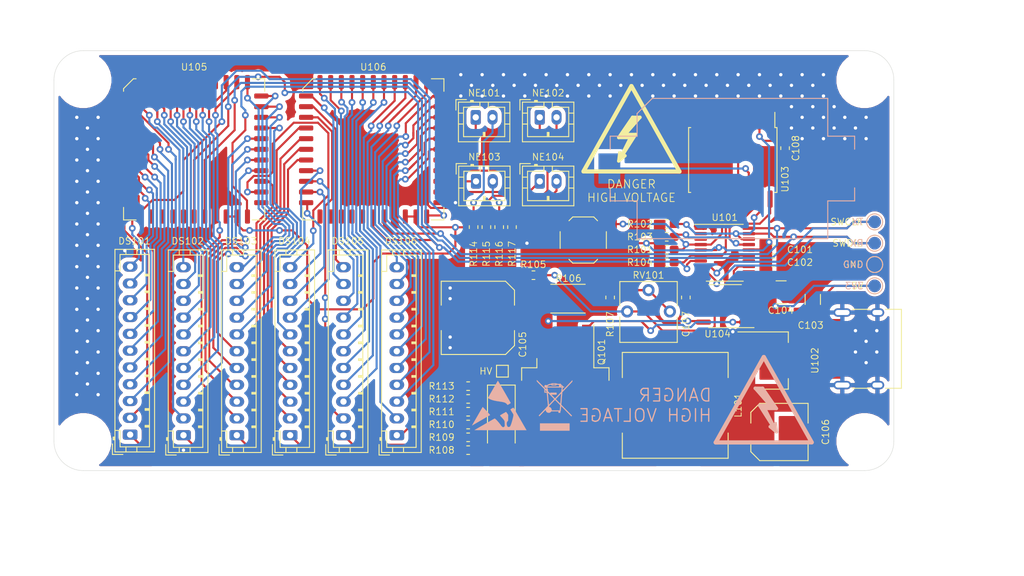
<source format=kicad_pcb>
(kicad_pcb (version 20171130) (host pcbnew "(5.1.6)-1")
  (title_block (title "STM32F0 Nixie Clock PCB") (date 2021-01-24) (rev V3.0) (company www.github.com/eepj))
  (layers (0 F.Cu signal) (31 B.Cu signal) (34 B.Paste user) (35 F.Paste user) (36 B.SilkS user) (37 F.SilkS user) (38 B.Mask user) (39 F.Mask user) (44 Edge.Cuts user))
  (net 0 "")
  (net 1 +BATT)
  (net 2 +3V3)
  (net 3 +5V)
  (net 4 GNDA)
  (net 5 VDC)
  (net 6 "Net-(C107-Pad1)")
  (net 7 "Net-(D101-Pad2)")
  (net 8 D1_1)
  (net 9 D1_2)
  (net 10 D1_3)
  (net 11 D1_4)
  (net 12 D1_5)
  (net 13 D1_6)
  (net 14 D1_7)
  (net 15 D1_8)
  (net 16 D1_9)
  (net 17 D1_0)
  (net 18 "Net-(DS101-Pad1)")
  (net 19 D2_1)
  (net 20 D2_2)
  (net 21 D2_3)
  (net 22 D2_4)
  (net 23 D2_5)
  (net 24 D2_6)
  (net 25 D2_7)
  (net 26 D2_8)
  (net 27 D2_9)
  (net 28 D2_0)
  (net 29 "Net-(DS102-Pad1)")
  (net 30 D3_1)
  (net 31 D3_2)
  (net 32 D3_3)
  (net 33 D3_4)
  (net 34 D3_5)
  (net 35 D3_6)
  (net 36 D3_7)
  (net 37 D3_8)
  (net 38 D3_9)
  (net 39 D3_0)
  (net 40 "Net-(DS103-Pad1)")
  (net 41 D4_1)
  (net 42 D4_2)
  (net 43 D4_3)
  (net 44 D4_4)
  (net 45 D4_5)
  (net 46 D4_6)
  (net 47 D4_7)
  (net 48 D4_8)
  (net 49 D4_9)
  (net 50 D4_0)
  (net 51 "Net-(DS104-Pad1)")
  (net 52 D5_1)
  (net 53 D5_2)
  (net 54 D5_3)
  (net 55 D5_4)
  (net 56 D5_5)
  (net 57 D5_6)
  (net 58 D5_7)
  (net 59 D5_8)
  (net 60 D5_9)
  (net 61 D5_0)
  (net 62 "Net-(DS105-Pad1)")
  (net 63 D6_1)
  (net 64 D6_2)
  (net 65 D6_3)
  (net 66 D6_4)
  (net 67 D6_5)
  (net 68 D6_6)
  (net 69 D6_7)
  (net 70 D6_8)
  (net 71 D6_9)
  (net 72 D6_0)
  (net 73 "Net-(DS106-Pad1)")
  (net 74 "Net-(NE101-Pad2)")
  (net 75 C_1)
  (net 76 "Net-(NE102-Pad2)")
  (net 77 C_2)
  (net 78 "Net-(NE103-Pad2)")
  (net 79 C_3)
  (net 80 "Net-(NE104-Pad2)")
  (net 81 C_4)
  (net 82 "Net-(P101-PadB5)")
  (net 83 "Net-(P101-PadA5)")
  (net 84 "Net-(P101-PadA7)")
  (net 85 "Net-(P101-PadA6)")
  (net 86 "Net-(Q101-Pad3)")
  (net 87 "Net-(Q101-Pad1)")
  (net 88 NRST)
  (net 89 SDA)
  (net 90 SCL)
  (net 91 ~INT)
  (net 92 "Net-(R105-Pad2)")
  (net 93 DATA)
  (net 94 CLK)
  (net 95 OE)
  (net 96 "Net-(U101-Pad3)")
  (net 97 "Net-(U101-Pad2)")
  (net 98 "Net-(U103-Pad1)")
  (net 99 "Net-(U105-Pad29)")
  (net 100 "Net-(U105-Pad22)")
  (net 101 "Net-(U105-Pad21)")
  (net 102 "Net-(U105-Pad20)")
  (net 103 "Net-(U105-Pad19)")
  (net 104 DATA_OUT)
  (net 105 "Net-(U106-Pad29)")
  (net 106 "Net-(U106-Pad22)")
  (net 107 "Net-(U106-Pad21)")
  (net 108 "Net-(U106-Pad20)")
  (net 109 "Net-(U106-Pad19)")
  (net 110 "Net-(U106-Pad18)")
  (net 111 "Net-(U101-Pad11)")
  (net 112 SHDN)
  (net 113 "Net-(U101-Pad14)")
  (net 114 "Net-(U101-Pad12)")
  (net 115 "Net-(U101-Pad10)")
  (net 116 "Net-(R107-Pad1)")
  (net 117 /TX)
  (net 118 /RX)
  (module Capacitor_SMD:C_0603_1608Metric_Pad1.05x0.95mm_HandSolder (layer F.Cu) (at 193.548 95.109 90)
    (fp_text reference C108 (at 0 1.27 90) (layer F.SilkS) (effects (font (size 0.8 0.8) (thickness 0.1))))
    (fp_text value 100n)
    (pad 2 smd roundrect (at 0.875 0 90) (size 1.05 0.95) (layers F.Cu F.Paste F.Mask) (net 2 +3V3))
    (pad 1 smd roundrect (at -0.875 0 90) (size 1.05 0.95) (layers F.Cu F.Paste F.Mask) (net 4 GNDA))
  )
  (module TestPoint:TestPoint_Pad_D1.5mm (layer F.Cu) (at 204.216 111.506)
    (fp_text reference TP102 hide)
    (fp_text value 5V)
    (pad 1 smd circle (at 0 0) (size 1.5 1.5) (layers F.Cu F.Mask) (net 3 +5V))
  )
  (module TestPoint:TestPoint_Pad_D1.5mm (layer B.Cu) (at 204.216 111.506)
    (fp_text reference TP101 hide)
    (fp_text value 3V3)
    (pad 1 smd circle (at 0 0) (size 1.5 1.5) (layers B.Cu B.Mask) (net 2 +3V3))
  )
  (module TestPoint:TestPoint_Pad_D1.5mm (layer B.Cu) (at 204.216 108.966)
    (fp_text reference TP107 hide)
    (fp_text value GND)
    (pad 1 smd circle (at 0 0) (size 1.5 1.5) (layers B.Cu B.Mask) (net 4 GNDA))
  )
  (module TestPoint:TestPoint_Pad_D1.5mm (layer B.Cu) (at 204.216 106.426)
    (fp_text reference TP104 hide)
    (fp_text value RX)
    (pad 1 smd circle (at 0 0) (size 1.5 1.5) (layers B.Cu B.Mask) (net 118 /RX))
  )
  (module TestPoint:TestPoint_Pad_D1.5mm (layer B.Cu) (at 204.216 103.886)
    (fp_text reference TP103 hide)
    (fp_text value TX)
    (pad 1 smd circle (at 0 0) (size 1.5 1.5) (layers B.Cu B.Mask) (net 117 /TX))
  )
  (module TestPoint:TestPoint_Pad_D1.5mm (layer F.Cu) (at 204.216 103.886)
    (fp_text reference TP108 hide)
    (fp_text value CLK)
    (pad 1 smd circle (at 0 0) (size 1.5 1.5) (layers F.Cu F.Mask) (net 94 CLK))
  )
  (module TestPoint:TestPoint_Pad_D1.5mm (layer F.Cu) (at 204.216 106.426)
    (fp_text reference TP106 hide)
    (fp_text value DATA)
    (pad 1 smd circle (at 0 0) (size 1.5 1.5) (layers F.Cu F.Mask) (net 93 DATA))
  )
  (module Battery:BatteryHolder_Keystone_1060_1x2032 (layer B.Cu) (at 187.28 97.536)
    (fp_text reference BT101 hide)
    (fp_text value "CR2032 3V")
    (pad 1 smd rect (at -14.65 0 180) (size 2.6 3.6) (layers B.Cu B.Paste B.Mask) (net 1 +BATT))
    (pad 2 smd rect (at 14.65 0 180) (size 2.6 3.6) (layers B.Cu B.Paste B.Mask) (net 4 GNDA))
  )
  (module Package_SO:TSSOP-20_4.4x6.5mm_P0.65mm (layer F.Cu) (at 186.3675 107.565)
    (fp_text reference U101 (at 0 -4.2) (layer F.SilkS) (effects (font (size 0.8 0.8) (thickness 0.1))))
    (fp_text value STM32F042F6P6)
    (pad 20 smd roundrect (at 2.8625 -2.925) (size 1.475 0.4) (layers F.Cu F.Paste F.Mask) (net 94 CLK))
    (pad 19 smd roundrect (at 2.8625 -2.275) (size 1.475 0.4) (layers F.Cu F.Paste F.Mask) (net 93 DATA))
    (pad 18 smd roundrect (at 2.8625 -1.625) (size 1.475 0.4) (layers F.Cu F.Paste F.Mask) (net 89 SDA))
    (pad 17 smd roundrect (at 2.8625 -0.975) (size 1.475 0.4) (layers F.Cu F.Paste F.Mask) (net 90 SCL))
    (pad 16 smd roundrect (at 2.8625 -0.325) (size 1.475 0.4) (layers F.Cu F.Paste F.Mask) (net 2 +3V3))
    (pad 15 smd roundrect (at 2.8625 0.325) (size 1.475 0.4) (layers F.Cu F.Paste F.Mask) (net 4 GNDA))
    (pad 14 smd roundrect (at 2.8625 0.975) (size 1.475 0.4) (layers F.Cu F.Paste F.Mask) (net 113 "Net-(U101-Pad14)"))
    (pad 13 smd roundrect (at 2.8625 1.625) (size 1.475 0.4) (layers F.Cu F.Paste F.Mask) (net 112 SHDN))
    (pad 12 smd roundrect (at 2.8625 2.275) (size 1.475 0.4) (layers F.Cu F.Paste F.Mask) (net 114 "Net-(U101-Pad12)"))
    (pad 11 smd roundrect (at 2.8625 2.925) (size 1.475 0.4) (layers F.Cu F.Paste F.Mask) (net 111 "Net-(U101-Pad11)"))
    (pad 10 smd roundrect (at -2.8625 2.925) (size 1.475 0.4) (layers F.Cu F.Paste F.Mask) (net 115 "Net-(U101-Pad10)"))
    (pad 9 smd roundrect (at -2.8625 2.275) (size 1.475 0.4) (layers F.Cu F.Paste F.Mask) (net 118 /RX))
    (pad 8 smd roundrect (at -2.8625 1.625) (size 1.475 0.4) (layers F.Cu F.Paste F.Mask) (net 117 /TX))
    (pad 7 smd roundrect (at -2.8625 0.975) (size 1.475 0.4) (layers F.Cu F.Paste F.Mask) (net 95 OE))
    (pad 6 smd roundrect (at -2.8625 0.325) (size 1.475 0.4) (layers F.Cu F.Paste F.Mask) (net 91 ~INT))
    (pad 5 smd roundrect (at -2.8625 -0.325) (size 1.475 0.4) (layers F.Cu F.Paste F.Mask) (net 2 +3V3))
    (pad 4 smd roundrect (at -2.8625 -0.975) (size 1.475 0.4) (layers F.Cu F.Paste F.Mask) (net 88 NRST))
    (pad 3 smd roundrect (at -2.8625 -1.625) (size 1.475 0.4) (layers F.Cu F.Paste F.Mask) (net 96 "Net-(U101-Pad3)"))
    (pad 2 smd roundrect (at -2.8625 -2.275) (size 1.475 0.4) (layers F.Cu F.Paste F.Mask) (net 97 "Net-(U101-Pad2)"))
    (pad 1 smd roundrect (at -2.8625 -2.925) (size 1.475 0.4) (layers F.Cu F.Paste F.Mask) (net 4 GNDA))
  )
  (module Symbol:ESD-Logo_6.6x6mm_SilkScreen (layer B.Cu) (at 159.512 125.73 180)
    (fp_text reference REF** hide)
    (fp_text value ESD-Logo_6.6x6mm_SilkScreen hide)
  )
  (module Symbol:WEEE-Logo_4.2x6mm_SilkScreen (layer B.Cu) (at 166.116 125.73 180)
    (fp_text reference REF** hide)
    (fp_text value WEEE-Logo_4.2x6mm_SilkScreen hide)
  )
  (module Package_SO:SOIC-16W_7.5x10.3mm_P1.27mm (layer F.Cu) (at 187.325 96.52 270)
    (fp_text reference U103 (at 2.286 -6.223 90) (layer F.SilkS) (effects (font (size 0.8 0.8) (thickness 0.1))))
    (fp_text value DS3231M)
    (pad 1 smd roundrect (at -4.65 -4.445 270) (size 2.05 0.6) (layers F.Cu F.Paste F.Mask) (net 98 "Net-(U103-Pad1)"))
    (pad 2 smd roundrect (at -4.65 -3.175 270) (size 2.05 0.6) (layers F.Cu F.Paste F.Mask) (net 2 +3V3))
    (pad 3 smd roundrect (at -4.65 -1.905 270) (size 2.05 0.6) (layers F.Cu F.Paste F.Mask) (net 91 ~INT))
    (pad 4 smd roundrect (at -4.65 -0.635 270) (size 2.05 0.6) (layers F.Cu F.Paste F.Mask) (net 88 NRST))
    (pad 5 smd roundrect (at -4.65 0.635 270) (size 2.05 0.6) (layers F.Cu F.Paste F.Mask) (net 4 GNDA))
    (pad 6 smd roundrect (at -4.65 1.905 270) (size 2.05 0.6) (layers F.Cu F.Paste F.Mask) (net 4 GNDA))
    (pad 7 smd roundrect (at -4.65 3.175 270) (size 2.05 0.6) (layers F.Cu F.Paste F.Mask) (net 4 GNDA))
    (pad 8 smd roundrect (at -4.65 4.445 270) (size 2.05 0.6) (layers F.Cu F.Paste F.Mask) (net 4 GNDA))
    (pad 9 smd roundrect (at 4.65 4.445 270) (size 2.05 0.6) (layers F.Cu F.Paste F.Mask) (net 4 GNDA))
    (pad 10 smd roundrect (at 4.65 3.175 270) (size 2.05 0.6) (layers F.Cu F.Paste F.Mask) (net 4 GNDA))
    (pad 11 smd roundrect (at 4.65 1.905 270) (size 2.05 0.6) (layers F.Cu F.Paste F.Mask) (net 4 GNDA))
    (pad 12 smd roundrect (at 4.65 0.635 270) (size 2.05 0.6) (layers F.Cu F.Paste F.Mask) (net 4 GNDA))
    (pad 13 smd roundrect (at 4.65 -0.635 270) (size 2.05 0.6) (layers F.Cu F.Paste F.Mask) (net 4 GNDA))
    (pad 14 smd roundrect (at 4.65 -1.905 270) (size 2.05 0.6) (layers F.Cu F.Paste F.Mask) (net 1 +BATT))
    (pad 15 smd roundrect (at 4.65 -3.175 270) (size 2.05 0.6) (layers F.Cu F.Paste F.Mask) (net 89 SDA))
    (pad 16 smd roundrect (at 4.65 -4.445 270) (size 2.05 0.6) (layers F.Cu F.Paste F.Mask) (net 90 SCL))
  )
  (module Package_LCC:PLCC-44_16.6x16.6mm_P1.27mm (layer F.Cu) (at 144.526 95.25)
    (fp_text reference U106 (at 0 -9.8) (layer F.SilkS) (effects (font (size 0.8 0.8) (thickness 0.1))))
    (fp_text value HV5222PLCC)
    (pad 44 smd roundrect (at 1.27 -8) (size 0.6 1.7) (layers F.Cu F.Paste F.Mask) (net 60 D5_9))
    (pad 43 smd roundrect (at 2.54 -8) (size 0.6 1.7) (layers F.Cu F.Paste F.Mask) (net 72 D6_0))
    (pad 42 smd roundrect (at 3.81 -8) (size 0.6 1.7) (layers F.Cu F.Paste F.Mask) (net 63 D6_1))
    (pad 41 smd roundrect (at 5.08 -8) (size 0.6 1.7) (layers F.Cu F.Paste F.Mask) (net 64 D6_2))
    (pad 40 smd roundrect (at 6.35 -8) (size 0.6 1.7) (layers F.Cu F.Paste F.Mask) (net 65 D6_3))
    (pad 39 smd roundrect (at 8 -6.35) (size 1.7 0.6) (layers F.Cu F.Paste F.Mask) (net 66 D6_4))
    (pad 38 smd roundrect (at 8 -5.08) (size 1.7 0.6) (layers F.Cu F.Paste F.Mask) (net 67 D6_5))
    (pad 37 smd roundrect (at 8 -3.81) (size 1.7 0.6) (layers F.Cu F.Paste F.Mask) (net 68 D6_6))
    (pad 36 smd roundrect (at 8 -2.54) (size 1.7 0.6) (layers F.Cu F.Paste F.Mask) (net 69 D6_7))
    (pad 35 smd roundrect (at 8 -1.27) (size 1.7 0.6) (layers F.Cu F.Paste F.Mask) (net 70 D6_8))
    (pad 34 smd roundrect (at 8 0) (size 1.7 0.6) (layers F.Cu F.Paste F.Mask) (net 71 D6_9))
    (pad 33 smd roundrect (at 8 1.27) (size 1.7 0.6) (layers F.Cu F.Paste F.Mask) (net 75 C_1))
    (pad 32 smd roundrect (at 8 2.54) (size 1.7 0.6) (layers F.Cu F.Paste F.Mask) (net 77 C_2))
    (pad 31 smd roundrect (at 8 3.81) (size 1.7 0.6) (layers F.Cu F.Paste F.Mask) (net 79 C_3))
    (pad 30 smd roundrect (at 8 5.08) (size 1.7 0.6) (layers F.Cu F.Paste F.Mask) (net 81 C_4))
    (pad 29 smd roundrect (at 8 6.35) (size 1.7 0.6) (layers F.Cu F.Paste F.Mask) (net 105 "Net-(U106-Pad29)"))
    (pad 28 smd roundrect (at 6.35 8) (size 0.6 1.7) (layers F.Cu F.Paste F.Mask) (net 104 DATA_OUT))
    (pad 27 smd roundrect (at 5.08 8) (size 0.6 1.7) (layers F.Cu F.Paste F.Mask) (net 2 +3V3))
    (pad 26 smd roundrect (at 3.81 8) (size 0.6 1.7) (layers F.Cu F.Paste F.Mask) (net 2 +3V3))
    (pad 25 smd roundrect (at 2.54 8) (size 0.6 1.7) (layers F.Cu F.Paste F.Mask) (net 4 GNDA))
    (pad 24 smd roundrect (at 1.27 8) (size 0.6 1.7) (layers F.Cu F.Paste F.Mask) (net 94 CLK))
    (pad 23 smd roundrect (at 0 8) (size 0.6 1.7) (layers F.Cu F.Paste F.Mask) (net 95 OE))
    (pad 22 smd roundrect (at -1.27 8) (size 0.6 1.7) (layers F.Cu F.Paste F.Mask) (net 106 "Net-(U106-Pad22)"))
    (pad 21 smd roundrect (at -2.54 8) (size 0.6 1.7) (layers F.Cu F.Paste F.Mask) (net 107 "Net-(U106-Pad21)"))
    (pad 20 smd roundrect (at -3.81 8) (size 0.6 1.7) (layers F.Cu F.Paste F.Mask) (net 108 "Net-(U106-Pad20)"))
    (pad 19 smd roundrect (at -5.08 8) (size 0.6 1.7) (layers F.Cu F.Paste F.Mask) (net 109 "Net-(U106-Pad19)"))
    (pad 18 smd roundrect (at -6.35 8) (size 0.6 1.7) (layers F.Cu F.Paste F.Mask) (net 110 "Net-(U106-Pad18)"))
    (pad 17 smd roundrect (at -8 6.35) (size 1.7 0.6) (layers F.Cu F.Paste F.Mask) (net 42 D4_2))
    (pad 16 smd roundrect (at -8 5.08) (size 1.7 0.6) (layers F.Cu F.Paste F.Mask) (net 43 D4_3))
    (pad 15 smd roundrect (at -8 3.81) (size 1.7 0.6) (layers F.Cu F.Paste F.Mask) (net 44 D4_4))
    (pad 14 smd roundrect (at -8 2.54) (size 1.7 0.6) (layers F.Cu F.Paste F.Mask) (net 45 D4_5))
    (pad 13 smd roundrect (at -8 1.27) (size 1.7 0.6) (layers F.Cu F.Paste F.Mask) (net 46 D4_6))
    (pad 12 smd roundrect (at -8 0) (size 1.7 0.6) (layers F.Cu F.Paste F.Mask) (net 47 D4_7))
    (pad 11 smd roundrect (at -8 -1.27) (size 1.7 0.6) (layers F.Cu F.Paste F.Mask) (net 48 D4_8))
    (pad 10 smd roundrect (at -8 -2.54) (size 1.7 0.6) (layers F.Cu F.Paste F.Mask) (net 49 D4_9))
    (pad 9 smd roundrect (at -8 -3.81) (size 1.7 0.6) (layers F.Cu F.Paste F.Mask) (net 61 D5_0))
    (pad 8 smd roundrect (at -8 -5.08) (size 1.7 0.6) (layers F.Cu F.Paste F.Mask) (net 52 D5_1))
    (pad 7 smd roundrect (at -8 -6.35) (size 1.7 0.6) (layers F.Cu F.Paste F.Mask) (net 53 D5_2))
    (pad 6 smd roundrect (at -6.35 -8) (size 0.6 1.7) (layers F.Cu F.Paste F.Mask) (net 54 D5_3))
    (pad 5 smd roundrect (at -5.08 -8) (size 0.6 1.7) (layers F.Cu F.Paste F.Mask) (net 55 D5_4))
    (pad 4 smd roundrect (at -3.81 -8) (size 0.6 1.7) (layers F.Cu F.Paste F.Mask) (net 56 D5_5))
    (pad 3 smd roundrect (at -2.54 -8) (size 0.6 1.7) (layers F.Cu F.Paste F.Mask) (net 57 D5_6))
    (pad 2 smd roundrect (at -1.27 -8) (size 0.6 1.7) (layers F.Cu F.Paste F.Mask) (net 58 D5_7))
    (pad 1 smd roundrect (at 0 -8) (size 0.6 1.7) (layers F.Cu F.Paste F.Mask) (net 59 D5_8))
  )
  (module MountingHole:MountingHole_3.2mm_M3 (layer F.Cu) (at 110 87)
    (fp_text reference H101 hide)
    (fp_text value M3)
    (pad "" np_thru_hole circle (at 0 0) (size 3.2 3.2) (drill 3.2) (layers *.Cu *.Mask) (clearance 1.75))
  )
  (module MountingHole:MountingHole_3.2mm_M3 (layer F.Cu) (at 203 87 180)
    (fp_text reference H102 hide)
    (fp_text value M3)
    (pad "" np_thru_hole circle (at 0 0 90) (size 3.2 3.2) (drill 3.2) (layers *.Cu *.Mask) (clearance 1.75))
  )
  (module MountingHole:MountingHole_3.2mm_M3 (layer F.Cu) (at 203 130)
    (fp_text reference H104 hide)
    (fp_text value M3)
    (pad "" np_thru_hole circle (at 0 0) (size 3.2 3.2) (drill 3.2) (layers *.Cu *.Mask) (clearance 1.75))
  )
  (module MountingHole:MountingHole_3.2mm_M3 (layer F.Cu) (at 110 130)
    (fp_text reference H103 hide)
    (fp_text value M3)
    (pad "" np_thru_hole circle (at 0 0) (size 3.2 3.2) (drill 3.2) (layers *.Cu *.Mask) (clearance 1.75))
  )
  (module Package_TO_SOT_SMD:TO-263-2 (layer F.Cu) (at 167.386 124.206 270)
    (fp_text reference Q101 (at -4.826 -4.318 90) (layer F.SilkS) (effects (font (size 0.8 0.8) (thickness 0.1))))
    (fp_text value IRF740S)
    (pad 1 smd rect (at -5.775 -2.54 270) (size 4.6 1.1) (layers F.Cu F.Paste F.Mask) (net 87 "Net-(Q101-Pad1)"))
    (pad 3 smd rect (at -5.775 2.54 270) (size 4.6 1.1) (layers F.Cu F.Paste F.Mask) (net 86 "Net-(Q101-Pad3)"))
    (pad 2 smd rect (at 3.375 0 270) (size 9.4 10.8) (layers F.Cu F.Mask) (net 7 "Net-(D101-Pad2)"))
  )
  (module Symbol:Symbol_Highvoltage_Type1_CopperTop_Small (layer B.Cu) (at 192.151 126.873 180)
    (fp_text reference REF** hide)
    (fp_text value Symbol_Highvoltage_Type1_CopperTop_Small)
  )
  (module Inductor_SMD:L_12x12mm_H8mm (layer F.Cu) (at 180.47 125.73 180)
    (fp_text reference L101 (at -7.49 0 270) (layer F.SilkS) (effects (font (size 0.8 0.8) (thickness 0.1))))
    (fp_text value 100u/2.2A)
    (pad 2 smd rect (at 4.95 0 180) (size 2.9 5.4) (layers F.Cu F.Paste F.Mask) (net 7 "Net-(D101-Pad2)"))
    (pad 1 smd rect (at -4.95 0 180) (size 2.9 5.4) (layers F.Cu F.Paste F.Mask) (net 3 +5V))
  )
  (module Symbol:Symbol_Highvoltage_Type1_CopperTop_Small (layer F.Cu) (at 174.117 94.615)
    (fp_text reference REF** hide)
    (fp_text value Symbol_Highvoltage_Type1_CopperTop_Small)
  )
  (module Capacitor_SMD:CP_Elec_6.3x7.7 (layer F.Cu) (at 192.88 128.905)
    (fp_text reference C106 (at 5.494 0 90) (layer F.SilkS) (effects (font (size 0.8 0.8) (thickness 0.1))))
    (fp_text value 220u/16V)
    (pad 1 smd roundrect (at -2.7 0) (size 3.5 1.6) (layers F.Cu F.Paste F.Mask) (roundrect_rratio 0.15625) (net 3 +5V))
    (pad 2 smd roundrect (at 2.7 0) (size 3.5 1.6) (layers F.Cu F.Paste F.Mask) (roundrect_rratio 0.15625) (net 4 GNDA))
  )
  (module Resistor_SMD:R_0603_1608Metric_Pad1.05x0.95mm_HandSolder (layer F.Cu) (at 161.036 104.507 90)
    (fp_text reference R117 (at -3.189 0 90) (layer F.SilkS) (effects (font (size 0.8 0.8) (thickness 0.1))))
    (fp_text value 20k)
    (pad 2 smd roundrect (at 0.875 0 90) (size 1.05 0.95) (layers F.Cu F.Paste F.Mask) (net 80 "Net-(NE104-Pad2)"))
    (pad 1 smd roundrect (at -0.875 0 90) (size 1.05 0.95) (layers F.Cu F.Paste F.Mask) (net 5 VDC))
  )
  (module Resistor_SMD:R_0603_1608Metric_Pad1.05x0.95mm_HandSolder (layer F.Cu) (at 159.512 104.507 90)
    (fp_text reference R116 (at -3.189 0 90) (layer F.SilkS) (effects (font (size 0.8 0.8) (thickness 0.1))))
    (fp_text value 20k)
    (pad 2 smd roundrect (at 0.875 0 90) (size 1.05 0.95) (layers F.Cu F.Paste F.Mask) (net 78 "Net-(NE103-Pad2)"))
    (pad 1 smd roundrect (at -0.875 0 90) (size 1.05 0.95) (layers F.Cu F.Paste F.Mask) (net 5 VDC))
  )
  (module Resistor_SMD:R_0603_1608Metric_Pad1.05x0.95mm_HandSolder (layer F.Cu) (at 157.988 104.507 90)
    (fp_text reference R115 (at -3.189 0 90) (layer F.SilkS) (effects (font (size 0.8 0.8) (thickness 0.1))))
    (fp_text value 20k)
    (pad 2 smd roundrect (at 0.875 0 90) (size 1.05 0.95) (layers F.Cu F.Paste F.Mask) (net 76 "Net-(NE102-Pad2)"))
    (pad 1 smd roundrect (at -0.875 0 90) (size 1.05 0.95) (layers F.Cu F.Paste F.Mask) (net 5 VDC))
  )
  (module Resistor_SMD:R_0603_1608Metric_Pad1.05x0.95mm_HandSolder (layer F.Cu) (at 156.464 104.507 90)
    (fp_text reference R114 (at -3.189 0 90) (layer F.SilkS) (effects (font (size 0.8 0.8) (thickness 0.1))))
    (fp_text value 20k)
    (pad 2 smd roundrect (at 0.875 0 90) (size 1.05 0.95) (layers F.Cu F.Paste F.Mask) (net 74 "Net-(NE101-Pad2)"))
    (pad 1 smd roundrect (at -0.875 0 90) (size 1.05 0.95) (layers F.Cu F.Paste F.Mask) (net 5 VDC))
  )
  (module Resistor_SMD:R_0603_1608Metric_Pad1.05x0.95mm_HandSolder (layer F.Cu) (at 155.815 123.444 180)
    (fp_text reference R113 (at 3.161 0) (layer F.SilkS) (effects (font (size 0.8 0.8) (thickness 0.1))))
    (fp_text value 20k)
    (pad 2 smd roundrect (at 0.875 0 180) (size 1.05 0.95) (layers F.Cu F.Paste F.Mask) (net 73 "Net-(DS106-Pad1)"))
    (pad 1 smd roundrect (at -0.875 0 180) (size 1.05 0.95) (layers F.Cu F.Paste F.Mask) (net 5 VDC))
  )
  (module Resistor_SMD:R_0603_1608Metric_Pad1.05x0.95mm_HandSolder (layer F.Cu) (at 155.815 124.968 180)
    (fp_text reference R112 (at 3.161 0) (layer F.SilkS) (effects (font (size 0.8 0.8) (thickness 0.1))))
    (fp_text value 20k)
    (pad 2 smd roundrect (at 0.875 0 180) (size 1.05 0.95) (layers F.Cu F.Paste F.Mask) (net 62 "Net-(DS105-Pad1)"))
    (pad 1 smd roundrect (at -0.875 0 180) (size 1.05 0.95) (layers F.Cu F.Paste F.Mask) (net 5 VDC))
  )
  (module Resistor_SMD:R_0603_1608Metric_Pad1.05x0.95mm_HandSolder (layer F.Cu) (at 155.815 126.492 180)
    (fp_text reference R111 (at 3.161 0) (layer F.SilkS) (effects (font (size 0.8 0.8) (thickness 0.1))))
    (fp_text value 20k)
    (pad 2 smd roundrect (at 0.875 0 180) (size 1.05 0.95) (layers F.Cu F.Paste F.Mask) (net 51 "Net-(DS104-Pad1)"))
    (pad 1 smd roundrect (at -0.875 0 180) (size 1.05 0.95) (layers F.Cu F.Paste F.Mask) (net 5 VDC))
  )
  (module Resistor_SMD:R_0603_1608Metric_Pad1.05x0.95mm_HandSolder (layer F.Cu) (at 155.815 128.016 180)
    (fp_text reference R110 (at 3.161 0) (layer F.SilkS) (effects (font (size 0.8 0.8) (thickness 0.1))))
    (fp_text value 20k)
    (pad 2 smd roundrect (at 0.875 0 180) (size 1.05 0.95) (layers F.Cu F.Paste F.Mask) (net 40 "Net-(DS103-Pad1)"))
    (pad 1 smd roundrect (at -0.875 0 180) (size 1.05 0.95) (layers F.Cu F.Paste F.Mask) (net 5 VDC))
  )
  (module Resistor_SMD:R_0603_1608Metric_Pad1.05x0.95mm_HandSolder (layer F.Cu) (at 155.815 129.54 180)
    (fp_text reference R109 (at 3.161 0) (layer F.SilkS) (effects (font (size 0.8 0.8) (thickness 0.1))))
    (fp_text value 20k)
    (pad 2 smd roundrect (at 0.875 0 180) (size 1.05 0.95) (layers F.Cu F.Paste F.Mask) (net 29 "Net-(DS102-Pad1)"))
    (pad 1 smd roundrect (at -0.875 0 180) (size 1.05 0.95) (layers F.Cu F.Paste F.Mask) (net 5 VDC))
  )
  (module Resistor_SMD:R_0603_1608Metric_Pad1.05x0.95mm_HandSolder (layer F.Cu) (at 155.815 131.064 180)
    (fp_text reference R108 (at 3.161 0) (layer F.SilkS) (effects (font (size 0.8 0.8) (thickness 0.1))))
    (fp_text value 20k)
    (pad 2 smd roundrect (at 0.875 0 180) (size 1.05 0.95) (layers F.Cu F.Paste F.Mask) (net 18 "Net-(DS101-Pad1)"))
    (pad 1 smd roundrect (at -0.875 0 180) (size 1.05 0.95) (layers F.Cu F.Paste F.Mask) (net 5 VDC))
  )
  (module Package_LCC:PLCC-44_16.6x16.6mm_P1.27mm (layer F.Cu) (at 123.19 95.25)
    (fp_text reference U105 (at 0 -9.8) (layer F.SilkS) (effects (font (size 0.8 0.8) (thickness 0.1))))
    (fp_text value HV5222PLCC)
    (pad 44 smd roundrect (at 1.27 -8) (size 0.6 1.7) (layers F.Cu F.Paste F.Mask) (net 25 D2_7))
    (pad 43 smd roundrect (at 2.54 -8) (size 0.6 1.7) (layers F.Cu F.Paste F.Mask) (net 26 D2_8))
    (pad 42 smd roundrect (at 3.81 -8) (size 0.6 1.7) (layers F.Cu F.Paste F.Mask) (net 27 D2_9))
    (pad 41 smd roundrect (at 5.08 -8) (size 0.6 1.7) (layers F.Cu F.Paste F.Mask) (net 39 D3_0))
    (pad 40 smd roundrect (at 6.35 -8) (size 0.6 1.7) (layers F.Cu F.Paste F.Mask) (net 30 D3_1))
    (pad 39 smd roundrect (at 8 -6.35) (size 1.7 0.6) (layers F.Cu F.Paste F.Mask) (net 31 D3_2))
    (pad 38 smd roundrect (at 8 -5.08) (size 1.7 0.6) (layers F.Cu F.Paste F.Mask) (net 32 D3_3))
    (pad 37 smd roundrect (at 8 -3.81) (size 1.7 0.6) (layers F.Cu F.Paste F.Mask) (net 33 D3_4))
    (pad 36 smd roundrect (at 8 -2.54) (size 1.7 0.6) (layers F.Cu F.Paste F.Mask) (net 34 D3_5))
    (pad 35 smd roundrect (at 8 -1.27) (size 1.7 0.6) (layers F.Cu F.Paste F.Mask) (net 35 D3_6))
    (pad 34 smd roundrect (at 8 0) (size 1.7 0.6) (layers F.Cu F.Paste F.Mask) (net 36 D3_7))
    (pad 33 smd roundrect (at 8 1.27) (size 1.7 0.6) (layers F.Cu F.Paste F.Mask) (net 37 D3_8))
    (pad 32 smd roundrect (at 8 2.54) (size 1.7 0.6) (layers F.Cu F.Paste F.Mask) (net 38 D3_9))
    (pad 31 smd roundrect (at 8 3.81) (size 1.7 0.6) (layers F.Cu F.Paste F.Mask) (net 50 D4_0))
    (pad 30 smd roundrect (at 8 5.08) (size 1.7 0.6) (layers F.Cu F.Paste F.Mask) (net 41 D4_1))
    (pad 29 smd roundrect (at 8 6.35) (size 1.7 0.6) (layers F.Cu F.Paste F.Mask) (net 99 "Net-(U105-Pad29)"))
    (pad 28 smd roundrect (at 6.35 8) (size 0.6 1.7) (layers F.Cu F.Paste F.Mask) (net 93 DATA))
    (pad 27 smd roundrect (at 5.08 8) (size 0.6 1.7) (layers F.Cu F.Paste F.Mask) (net 2 +3V3))
    (pad 26 smd roundrect (at 3.81 8) (size 0.6 1.7) (layers F.Cu F.Paste F.Mask) (net 2 +3V3))
    (pad 25 smd roundrect (at 2.54 8) (size 0.6 1.7) (layers F.Cu F.Paste F.Mask) (net 4 GNDA))
    (pad 24 smd roundrect (at 1.27 8) (size 0.6 1.7) (layers F.Cu F.Paste F.Mask) (net 94 CLK))
    (pad 23 smd roundrect (at 0 8) (size 0.6 1.7) (layers F.Cu F.Paste F.Mask) (net 95 OE))
    (pad 22 smd roundrect (at -1.27 8) (size 0.6 1.7) (layers F.Cu F.Paste F.Mask) (net 100 "Net-(U105-Pad22)"))
    (pad 21 smd roundrect (at -2.54 8) (size 0.6 1.7) (layers F.Cu F.Paste F.Mask) (net 101 "Net-(U105-Pad21)"))
    (pad 20 smd roundrect (at -3.81 8) (size 0.6 1.7) (layers F.Cu F.Paste F.Mask) (net 102 "Net-(U105-Pad20)"))
    (pad 19 smd roundrect (at -5.08 8) (size 0.6 1.7) (layers F.Cu F.Paste F.Mask) (net 103 "Net-(U105-Pad19)"))
    (pad 18 smd roundrect (at -6.35 8) (size 0.6 1.7) (layers F.Cu F.Paste F.Mask) (net 104 DATA_OUT))
    (pad 17 smd roundrect (at -8 6.35) (size 1.7 0.6) (layers F.Cu F.Paste F.Mask) (net 17 D1_0))
    (pad 16 smd roundrect (at -8 5.08) (size 1.7 0.6) (layers F.Cu F.Paste F.Mask) (net 8 D1_1))
    (pad 15 smd roundrect (at -8 3.81) (size 1.7 0.6) (layers F.Cu F.Paste F.Mask) (net 9 D1_2))
    (pad 14 smd roundrect (at -8 2.54) (size 1.7 0.6) (layers F.Cu F.Paste F.Mask) (net 10 D1_3))
    (pad 13 smd roundrect (at -8 1.27) (size 1.7 0.6) (layers F.Cu F.Paste F.Mask) (net 11 D1_4))
    (pad 12 smd roundrect (at -8 0) (size 1.7 0.6) (layers F.Cu F.Paste F.Mask) (net 12 D1_5))
    (pad 11 smd roundrect (at -8 -1.27) (size 1.7 0.6) (layers F.Cu F.Paste F.Mask) (net 13 D1_6))
    (pad 10 smd roundrect (at -8 -2.54) (size 1.7 0.6) (layers F.Cu F.Paste F.Mask) (net 14 D1_7))
    (pad 9 smd roundrect (at -8 -3.81) (size 1.7 0.6) (layers F.Cu F.Paste F.Mask) (net 15 D1_8))
    (pad 8 smd roundrect (at -8 -5.08) (size 1.7 0.6) (layers F.Cu F.Paste F.Mask) (net 16 D1_9))
    (pad 7 smd roundrect (at -8 -6.35) (size 1.7 0.6) (layers F.Cu F.Paste F.Mask) (net 28 D2_0))
    (pad 6 smd roundrect (at -6.35 -8) (size 0.6 1.7) (layers F.Cu F.Paste F.Mask) (net 19 D2_1))
    (pad 5 smd roundrect (at -5.08 -8) (size 0.6 1.7) (layers F.Cu F.Paste F.Mask) (net 20 D2_2))
    (pad 4 smd roundrect (at -3.81 -8) (size 0.6 1.7) (layers F.Cu F.Paste F.Mask) (net 21 D2_3))
    (pad 3 smd roundrect (at -2.54 -8) (size 0.6 1.7) (layers F.Cu F.Paste F.Mask) (net 22 D2_4))
    (pad 2 smd roundrect (at -1.27 -8) (size 0.6 1.7) (layers F.Cu F.Paste F.Mask) (net 23 D2_5))
    (pad 1 smd roundrect (at 0 -8) (size 0.6 1.7) (layers F.Cu F.Paste F.Mask) (net 24 D2_6))
  )
  (module Connector_JST:JST_PH_B11B-PH-K_1x11_P2.00mm_Vertical (layer F.Cu) (at 128.27 129.286 90)
    (fp_text reference DS103 (at 23.114 0.508) (layer F.SilkS) (effects (font (size 0.8 0.8) (thickness 0.1))))
    (fp_text value QS-27-1)
    (pad 11 thru_hole oval (at 20 0 90) (size 1.2 1.75) (drill 0.75) (layers *.Cu *.Mask) (net 30 D3_1))
    (pad 10 thru_hole oval (at 18 0 90) (size 1.2 1.75) (drill 0.75) (layers *.Cu *.Mask) (net 31 D3_2))
    (pad 9 thru_hole oval (at 16 0 90) (size 1.2 1.75) (drill 0.75) (layers *.Cu *.Mask) (net 32 D3_3))
    (pad 8 thru_hole oval (at 14 0 90) (size 1.2 1.75) (drill 0.75) (layers *.Cu *.Mask) (net 33 D3_4))
    (pad 7 thru_hole oval (at 12 0 90) (size 1.2 1.75) (drill 0.75) (layers *.Cu *.Mask) (net 34 D3_5))
    (pad 6 thru_hole oval (at 10 0 90) (size 1.2 1.75) (drill 0.75) (layers *.Cu *.Mask) (net 35 D3_6))
    (pad 5 thru_hole oval (at 8 0 90) (size 1.2 1.75) (drill 0.75) (layers *.Cu *.Mask) (net 36 D3_7))
    (pad 4 thru_hole oval (at 6 0 90) (size 1.2 1.75) (drill 0.75) (layers *.Cu *.Mask) (net 37 D3_8))
    (pad 3 thru_hole oval (at 4 0 90) (size 1.2 1.75) (drill 0.75) (layers *.Cu *.Mask) (net 38 D3_9))
    (pad 2 thru_hole oval (at 2 0 90) (size 1.2 1.75) (drill 0.75) (layers *.Cu *.Mask) (net 39 D3_0))
    (pad 1 thru_hole roundrect (at 0 0 90) (size 1.2 1.75) (drill 0.75) (layers *.Cu *.Mask) (roundrect_rratio 0.208333) (net 40 "Net-(DS103-Pad1)"))
  )
  (module Connector_JST:JST_PH_B11B-PH-K_1x11_P2.00mm_Vertical (layer F.Cu) (at 121.92 129.286 90)
    (fp_text reference DS102 (at 23.114 0.508 180) (layer F.SilkS) (effects (font (size 0.8 0.8) (thickness 0.1))))
    (fp_text value QS-27-1)
    (pad 11 thru_hole oval (at 20 0 90) (size 1.2 1.75) (drill 0.75) (layers *.Cu *.Mask) (net 19 D2_1))
    (pad 10 thru_hole oval (at 18 0 90) (size 1.2 1.75) (drill 0.75) (layers *.Cu *.Mask) (net 20 D2_2))
    (pad 9 thru_hole oval (at 16 0 90) (size 1.2 1.75) (drill 0.75) (layers *.Cu *.Mask) (net 21 D2_3))
    (pad 8 thru_hole oval (at 14 0 90) (size 1.2 1.75) (drill 0.75) (layers *.Cu *.Mask) (net 22 D2_4))
    (pad 7 thru_hole oval (at 12 0 90) (size 1.2 1.75) (drill 0.75) (layers *.Cu *.Mask) (net 23 D2_5))
    (pad 6 thru_hole oval (at 10 0 90) (size 1.2 1.75) (drill 0.75) (layers *.Cu *.Mask) (net 24 D2_6))
    (pad 5 thru_hole oval (at 8 0 90) (size 1.2 1.75) (drill 0.75) (layers *.Cu *.Mask) (net 25 D2_7))
    (pad 4 thru_hole oval (at 6 0 90) (size 1.2 1.75) (drill 0.75) (layers *.Cu *.Mask) (net 26 D2_8))
    (pad 3 thru_hole oval (at 4 0 90) (size 1.2 1.75) (drill 0.75) (layers *.Cu *.Mask) (net 27 D2_9))
    (pad 2 thru_hole oval (at 2 0 90) (size 1.2 1.75) (drill 0.75) (layers *.Cu *.Mask) (net 28 D2_0))
    (pad 1 thru_hole roundrect (at 0 0 90) (size 1.2 1.75) (drill 0.75) (layers *.Cu *.Mask) (roundrect_rratio 0.208333) (net 29 "Net-(DS102-Pad1)"))
  )
  (module Resistor_SMD:R_0603_1608Metric_Pad1.05x0.95mm_HandSolder (layer F.Cu) (at 179.465 105.664)
    (fp_text reference R103 (at -3.189 0) (layer F.SilkS) (effects (font (size 0.8 0.8) (thickness 0.1))))
    (fp_text value 4k7)
    (pad 2 smd roundrect (at 0.875 0) (size 1.05 0.95) (layers F.Cu F.Paste F.Mask) (net 90 SCL))
    (pad 1 smd roundrect (at -0.875 0) (size 1.05 0.95) (layers F.Cu F.Paste F.Mask) (net 2 +3V3))
  )
  (module Capacitor_SMD:CP_Elec_8x10.5 (layer F.Cu) (at 156.972 115.316 180)
    (fp_text reference C105 (at -5.334 -3.175 270) (layer F.SilkS) (effects (font (size 0.8 0.8) (thickness 0.1))))
    (fp_text value 4.7u/400V)
    (pad 2 smd roundrect (at 3.7 0 180) (size 4.4 2.5) (layers F.Cu F.Paste F.Mask) (roundrect_rratio 0.1) (net 4 GNDA))
    (pad 1 smd roundrect (at -3.7 0 180) (size 4.4 2.5) (layers F.Cu F.Paste F.Mask) (roundrect_rratio 0.1) (net 5 VDC))
  )
  (module Package_SO:SO-8_3.9x4.9mm_P1.27mm (layer F.Cu) (at 186.401 113.919 180)
    (fp_text reference U104 (at 0.889 -3.302) (layer F.SilkS) (effects (font (size 0.8 0.8) (thickness 0.1))))
    (fp_text value MAX1771)
    (pad 1 smd roundrect (at -2.575 -1.905 180) (size 1.75 0.6) (layers F.Cu F.Paste F.Mask) (net 87 "Net-(Q101-Pad1)"))
    (pad 2 smd roundrect (at -2.575 -0.635 180) (size 1.75 0.6) (layers F.Cu F.Paste F.Mask) (net 3 +5V))
    (pad 3 smd roundrect (at -2.575 0.635 180) (size 1.75 0.6) (layers F.Cu F.Paste F.Mask) (net 92 "Net-(R105-Pad2)"))
    (pad 4 smd roundrect (at -2.575 1.905 180) (size 1.75 0.6) (layers F.Cu F.Paste F.Mask) (net 112 SHDN))
    (pad 5 smd roundrect (at 2.575 1.905 180) (size 1.75 0.6) (layers F.Cu F.Paste F.Mask) (net 6 "Net-(C107-Pad1)"))
    (pad 6 smd roundrect (at 2.575 0.635 180) (size 1.75 0.6) (layers F.Cu F.Paste F.Mask) (net 4 GNDA))
    (pad 7 smd roundrect (at 2.575 -0.635 180) (size 1.75 0.6) (layers F.Cu F.Paste F.Mask) (net 4 GNDA))
    (pad 8 smd roundrect (at 2.575 -1.905 180) (size 1.75 0.6) (layers F.Cu F.Paste F.Mask) (net 86 "Net-(Q101-Pad3)"))
  )
  (module TestPoint:TestPoint_Pad_1.0x1.0mm (layer F.Cu) (at 159.893 121.666)
    (fp_text reference TP109 hide)
    (fp_text value HV)
    (pad 1 smd rect (at 0 0) (size 1 1) (layers F.Cu F.Mask) (net 5 VDC))
  )
  (module Potentiometer_THT:Potentiometer_Vishay_T73YP_Vertical (layer F.Cu) (at 179.832 114.554 90)
    (fp_text reference RV101 (at 4.318 -2.54) (layer F.SilkS) (effects (font (size 0.8 0.8) (thickness 0.1))))
    (fp_text value 200k)
    (pad 1 thru_hole circle (at 0 0 90) (size 1.44 1.44) (drill 0.8) (layers *.Cu *.Mask) (net 116 "Net-(R107-Pad1)"))
    (pad 2 thru_hole circle (at 2.54 -2.54 90) (size 1.44 1.44) (drill 0.8) (layers *.Cu *.Mask) (net 116 "Net-(R107-Pad1)"))
    (pad 3 thru_hole circle (at 0 -5.08 90) (size 1.44 1.44) (drill 0.8) (layers *.Cu *.Mask) (net 92 "Net-(R105-Pad2)"))
  )
  (module Resistor_SMD:R_2512_6332Metric_Pad1.52x3.35mm_HandSolder (layer F.Cu) (at 167.7005 113.03)
    (fp_text reference R106 (at 0.0665 -2.413) (layer F.SilkS) (effects (font (size 0.8 0.8) (thickness 0.1))))
    (fp_text value R050)
    (pad 2 smd roundrect (at 2.9875 0) (size 1.525 3.35) (layers F.Cu F.Paste F.Mask) (roundrect_rratio 0.163934) (net 4 GNDA))
    (pad 1 smd roundrect (at -2.9875 0) (size 1.525 3.35) (layers F.Cu F.Paste F.Mask) (roundrect_rratio 0.163934) (net 86 "Net-(Q101-Pad3)"))
  )
  (module Connector_USB:USB_C_Receptacle_HRO_TYPE-C-31-M-12 (layer F.Cu) (at 203.5 119 90)
    (fp_text reference P101 hide)
    (fp_text value "USB-C Socket")
    (pad S1 thru_hole oval (at 4.32 1.05 90) (size 1 1.6) (drill oval 0.6 1.2) (layers *.Cu *.Mask) (net 4 GNDA))
    (pad S1 thru_hole oval (at -4.32 1.05 90) (size 1 1.6) (drill oval 0.6 1.2) (layers *.Cu *.Mask) (net 4 GNDA))
    (pad S1 thru_hole oval (at -4.32 -3.13 90) (size 1 2.1) (drill oval 0.6 1.7) (layers *.Cu *.Mask) (net 4 GNDA))
    (pad S1 thru_hole oval (at 4.32 -3.13 90) (size 1 2.1) (drill oval 0.6 1.7) (layers *.Cu *.Mask) (net 4 GNDA))
    (pad A6 smd rect (at -0.25 -4.045 90) (size 0.3 1.45) (layers F.Cu F.Paste F.Mask) (net 85 "Net-(P101-PadA6)"))
    (pad B5 smd rect (at 1.75 -4.045 90) (size 0.3 1.45) (layers F.Cu F.Paste F.Mask) (net 82 "Net-(P101-PadB5)"))
    (pad A8 smd rect (at 1.25 -4.045 90) (size 0.3 1.45) (layers F.Cu F.Paste F.Mask))
    (pad B6 smd rect (at 0.75 -4.045 90) (size 0.3 1.45) (layers F.Cu F.Paste F.Mask))
    (pad A7 smd rect (at 0.25 -4.045 90) (size 0.3 1.45) (layers F.Cu F.Paste F.Mask) (net 84 "Net-(P101-PadA7)"))
    (pad B7 smd rect (at -0.75 -4.045 90) (size 0.3 1.45) (layers F.Cu F.Paste F.Mask))
    (pad A5 smd rect (at -1.25 -4.045 90) (size 0.3 1.45) (layers F.Cu F.Paste F.Mask) (net 83 "Net-(P101-PadA5)"))
    (pad B8 smd rect (at -1.75 -4.045 90) (size 0.3 1.45) (layers F.Cu F.Paste F.Mask))
    (pad A12 smd rect (at 3.25 -4.045 90) (size 0.6 1.45) (layers F.Cu F.Paste F.Mask) (net 4 GNDA))
    (pad B4 smd rect (at 2.45 -4.045 90) (size 0.6 1.45) (layers F.Cu F.Paste F.Mask) (net 3 +5V))
    (pad A4 smd rect (at -2.45 -4.045 90) (size 0.6 1.45) (layers F.Cu F.Paste F.Mask) (net 3 +5V))
    (pad A1 smd rect (at -3.25 -4.045 90) (size 0.6 1.45) (layers F.Cu F.Paste F.Mask) (net 4 GNDA))
    (pad B12 smd rect (at -3.25 -4.045 90) (size 0.6 1.45) (layers F.Cu F.Paste F.Mask) (net 4 GNDA))
    (pad B9 smd rect (at -2.45 -4.045 90) (size 0.6 1.45) (layers F.Cu F.Paste F.Mask) (net 3 +5V))
    (pad A9 smd rect (at 2.45 -4.045 90) (size 0.6 1.45) (layers F.Cu F.Paste F.Mask) (net 3 +5V))
    (pad B1 smd rect (at 3.25 -4.045 90) (size 0.6 1.45) (layers F.Cu F.Paste F.Mask) (net 4 GNDA))
  )
  (module Connector_JST:JST_PH_B2B-PH-K_1x02_P2.00mm_Vertical (layer F.Cu) (at 164.338 99.06)
    (fp_text reference NE104 (at 1 -2.9) (layer F.SilkS) (effects (font (size 0.8 0.8) (thickness 0.1))))
    (fp_text value "Dot 4")
    (pad 2 thru_hole oval (at 2 0) (size 1.2 1.75) (drill 0.75) (layers *.Cu *.Mask) (net 80 "Net-(NE104-Pad2)"))
    (pad 1 thru_hole roundrect (at 0 0) (size 1.2 1.75) (drill 0.75) (layers *.Cu *.Mask) (roundrect_rratio 0.208333) (net 81 C_4))
  )
  (module Connector_JST:JST_PH_B2B-PH-K_1x02_P2.00mm_Vertical (layer F.Cu) (at 156.75 99.06)
    (fp_text reference NE103 (at 1 -2.9) (layer F.SilkS) (effects (font (size 0.8 0.8) (thickness 0.1))))
    (fp_text value "Dot 3")
    (pad 1 thru_hole roundrect (at 0 0) (size 1.2 1.75) (drill 0.75) (layers *.Cu *.Mask) (roundrect_rratio 0.208333) (net 79 C_3))
    (pad 2 thru_hole oval (at 2 0) (size 1.2 1.75) (drill 0.75) (layers *.Cu *.Mask) (net 78 "Net-(NE103-Pad2)"))
  )
  (module Connector_JST:JST_PH_B2B-PH-K_1x02_P2.00mm_Vertical (layer F.Cu) (at 164.338 91.44)
    (fp_text reference NE102 (at 1 -2.9) (layer F.SilkS) (effects (font (size 0.8 0.8) (thickness 0.1))))
    (fp_text value "Dot 2")
    (pad 2 thru_hole oval (at 2 0) (size 1.2 1.75) (drill 0.75) (layers *.Cu *.Mask) (net 76 "Net-(NE102-Pad2)"))
    (pad 1 thru_hole roundrect (at 0 0) (size 1.2 1.75) (drill 0.75) (layers *.Cu *.Mask) (roundrect_rratio 0.208333) (net 77 C_2))
  )
  (module Connector_JST:JST_PH_B2B-PH-K_1x02_P2.00mm_Vertical (layer F.Cu) (at 156.718 91.44)
    (fp_text reference NE101 (at 1 -2.9) (layer F.SilkS) (effects (font (size 0.8 0.8) (thickness 0.1))))
    (fp_text value "Dot 1")
    (pad 2 thru_hole oval (at 2 0) (size 1.2 1.75) (drill 0.75) (layers *.Cu *.Mask) (net 74 "Net-(NE101-Pad2)"))
    (pad 1 thru_hole roundrect (at 0 0) (size 1.2 1.75) (drill 0.75) (layers *.Cu *.Mask) (roundrect_rratio 0.208333) (net 75 C_1))
  )
  (module TestPoint:TestPoint_Pad_D1.5mm (layer F.Cu) (at 204.216 108.966)
    (fp_text reference TP105 hide)
    (fp_text value GND)
    (pad 1 smd circle (at 0 0) (size 1.5 1.5) (layers F.Cu F.Mask) (net 4 GNDA))
  )
  (module Package_TO_SOT_SMD:SOT-223-3_TabPin2 (layer F.Cu) (at 192.024 120.396)
    (fp_text reference U102 (at 5.08 0 90) (layer F.SilkS) (effects (font (size 0.8 0.8) (thickness 0.1))))
    (fp_text value AMS1117-3.3)
    (pad 2 smd rect (at 3.15 0) (size 2 3.8) (layers F.Cu F.Paste F.Mask) (net 2 +3V3))
    (pad 2 smd rect (at -3.15 0) (size 2 1.5) (layers F.Cu F.Paste F.Mask) (net 2 +3V3))
    (pad 3 smd rect (at -3.15 2.3) (size 2 1.5) (layers F.Cu F.Paste F.Mask) (net 3 +5V))
    (pad 1 smd rect (at -3.15 -2.3) (size 2 1.5) (layers F.Cu F.Paste F.Mask) (net 4 GNDA))
  )
  (module Button_Switch_SMD:SW_SPST_TL3342 (layer F.Cu) (at 169.52 106.05)
    (fp_text reference SW101 hide)
    (fp_text value Reset)
    (pad 1 smd rect (at -3.15 -1.9) (size 1.7 1) (layers F.Cu F.Paste F.Mask) (net 88 NRST))
    (pad 1 smd rect (at 3.15 -1.9) (size 1.7 1) (layers F.Cu F.Paste F.Mask) (net 88 NRST))
    (pad 2 smd rect (at -3.15 1.9) (size 1.7 1) (layers F.Cu F.Paste F.Mask) (net 4 GNDA))
    (pad 2 smd rect (at 3.15 1.9) (size 1.7 1) (layers F.Cu F.Paste F.Mask) (net 4 GNDA))
  )
  (module Resistor_SMD:R_0603_1608Metric_Pad1.05x0.95mm_HandSolder (layer F.Cu) (at 172.72 112.889 270)
    (fp_text reference R107 (at 3.189 0 90) (layer F.SilkS) (effects (font (size 0.8 0.8) (thickness 0.1))))
    (fp_text value 10k)
    (pad 2 smd roundrect (at 0.875 0 270) (size 1.05 0.95) (layers F.Cu F.Paste F.Mask) (net 4 GNDA))
    (pad 1 smd roundrect (at -0.875 0 270) (size 1.05 0.95) (layers F.Cu F.Paste F.Mask) (net 116 "Net-(R107-Pad1)"))
  )
  (module Resistor_SMD:R_0603_1608Metric_Pad1.05x0.95mm_HandSolder (layer F.Cu) (at 163.59 110.236)
    (fp_text reference R105 (at -0.014 -1.27) (layer F.SilkS) (effects (font (size 0.8 0.8) (thickness 0.1))))
    (fp_text value 1M1)
    (pad 2 smd roundrect (at 0.875 0) (size 1.05 0.95) (layers F.Cu F.Paste F.Mask) (net 92 "Net-(R105-Pad2)"))
    (pad 1 smd roundrect (at -0.875 0) (size 1.05 0.95) (layers F.Cu F.Paste F.Mask) (net 5 VDC))
  )
  (module Resistor_SMD:R_0603_1608Metric_Pad1.05x0.95mm_HandSolder (layer F.Cu) (at 179.465 108.712)
    (fp_text reference R104 (at -3.189 0) (layer F.SilkS) (effects (font (size 0.8 0.8) (thickness 0.1))))
    (fp_text value 10k)
    (pad 2 smd roundrect (at 0.875 0) (size 1.05 0.95) (layers F.Cu F.Paste F.Mask) (net 91 ~INT))
    (pad 1 smd roundrect (at -0.875 0) (size 1.05 0.95) (layers F.Cu F.Paste F.Mask) (net 2 +3V3))
  )
  (module Resistor_SMD:R_0603_1608Metric_Pad1.05x0.95mm_HandSolder (layer F.Cu) (at 179.465 104.14)
    (fp_text reference R102 (at -3.189 0) (layer F.SilkS) (effects (font (size 0.8 0.8) (thickness 0.1))))
    (fp_text value 4k7)
    (pad 2 smd roundrect (at 0.875 0) (size 1.05 0.95) (layers F.Cu F.Paste F.Mask) (net 89 SDA))
    (pad 1 smd roundrect (at -0.875 0) (size 1.05 0.95) (layers F.Cu F.Paste F.Mask) (net 2 +3V3))
  )
  (module Resistor_SMD:R_0603_1608Metric_Pad1.05x0.95mm_HandSolder (layer F.Cu) (at 179.465 107.188)
    (fp_text reference R101 (at -3.189 0) (layer F.SilkS) (effects (font (size 0.8 0.8) (thickness 0.1))))
    (fp_text value 10k)
    (pad 2 smd roundrect (at 0.875 0) (size 1.05 0.95) (layers F.Cu F.Paste F.Mask) (net 88 NRST))
    (pad 1 smd roundrect (at -0.875 0) (size 1.05 0.95) (layers F.Cu F.Paste F.Mask) (net 2 +3V3))
  )
  (module Connector_JST:JST_PH_B11B-PH-K_1x11_P2.00mm_Vertical (layer F.Cu) (at 147.32 129.286 90)
    (fp_text reference DS106 (at 23.114 0.508 180) (layer F.SilkS) (effects (font (size 0.8 0.8) (thickness 0.1))))
    (fp_text value QS-27-1)
    (pad 11 thru_hole oval (at 20 0 90) (size 1.2 1.75) (drill 0.75) (layers *.Cu *.Mask) (net 63 D6_1))
    (pad 10 thru_hole oval (at 18 0 90) (size 1.2 1.75) (drill 0.75) (layers *.Cu *.Mask) (net 64 D6_2))
    (pad 9 thru_hole oval (at 16 0 90) (size 1.2 1.75) (drill 0.75) (layers *.Cu *.Mask) (net 65 D6_3))
    (pad 8 thru_hole oval (at 14 0 90) (size 1.2 1.75) (drill 0.75) (layers *.Cu *.Mask) (net 66 D6_4))
    (pad 7 thru_hole oval (at 12 0 90) (size 1.2 1.75) (drill 0.75) (layers *.Cu *.Mask) (net 67 D6_5))
    (pad 6 thru_hole oval (at 10 0 90) (size 1.2 1.75) (drill 0.75) (layers *.Cu *.Mask) (net 68 D6_6))
    (pad 5 thru_hole oval (at 8 0 90) (size 1.2 1.75) (drill 0.75) (layers *.Cu *.Mask) (net 69 D6_7))
    (pad 4 thru_hole oval (at 6 0 90) (size 1.2 1.75) (drill 0.75) (layers *.Cu *.Mask) (net 70 D6_8))
    (pad 3 thru_hole oval (at 4 0 90) (size 1.2 1.75) (drill 0.75) (layers *.Cu *.Mask) (net 71 D6_9))
    (pad 2 thru_hole oval (at 2 0 90) (size 1.2 1.75) (drill 0.75) (layers *.Cu *.Mask) (net 72 D6_0))
    (pad 1 thru_hole roundrect (at 0 0 90) (size 1.2 1.75) (drill 0.75) (layers *.Cu *.Mask) (roundrect_rratio 0.208333) (net 73 "Net-(DS106-Pad1)"))
  )
  (module Connector_JST:JST_PH_B11B-PH-K_1x11_P2.00mm_Vertical (layer F.Cu) (at 140.97 129.286 90)
    (fp_text reference DS105 (at 23.114 0.508 180) (layer F.SilkS) (effects (font (size 0.8 0.8) (thickness 0.1))))
    (fp_text value QS-27-1)
    (pad 11 thru_hole oval (at 20 0 90) (size 1.2 1.75) (drill 0.75) (layers *.Cu *.Mask) (net 52 D5_1))
    (pad 10 thru_hole oval (at 18 0 90) (size 1.2 1.75) (drill 0.75) (layers *.Cu *.Mask) (net 53 D5_2))
    (pad 9 thru_hole oval (at 16 0 90) (size 1.2 1.75) (drill 0.75) (layers *.Cu *.Mask) (net 54 D5_3))
    (pad 8 thru_hole oval (at 14 0 90) (size 1.2 1.75) (drill 0.75) (layers *.Cu *.Mask) (net 55 D5_4))
    (pad 7 thru_hole oval (at 12 0 90) (size 1.2 1.75) (drill 0.75) (layers *.Cu *.Mask) (net 56 D5_5))
    (pad 6 thru_hole oval (at 10 0 90) (size 1.2 1.75) (drill 0.75) (layers *.Cu *.Mask) (net 57 D5_6))
    (pad 5 thru_hole oval (at 8 0 90) (size 1.2 1.75) (drill 0.75) (layers *.Cu *.Mask) (net 58 D5_7))
    (pad 4 thru_hole oval (at 6 0 90) (size 1.2 1.75) (drill 0.75) (layers *.Cu *.Mask) (net 59 D5_8))
    (pad 3 thru_hole oval (at 4 0 90) (size 1.2 1.75) (drill 0.75) (layers *.Cu *.Mask) (net 60 D5_9))
    (pad 2 thru_hole oval (at 2 0 90) (size 1.2 1.75) (drill 0.75) (layers *.Cu *.Mask) (net 61 D5_0))
    (pad 1 thru_hole roundrect (at 0 0 90) (size 1.2 1.75) (drill 0.75) (layers *.Cu *.Mask) (roundrect_rratio 0.208333) (net 62 "Net-(DS105-Pad1)"))
  )
  (module Connector_JST:JST_PH_B11B-PH-K_1x11_P2.00mm_Vertical (layer F.Cu) (at 134.62 129.286 90)
    (fp_text reference DS104 (at 23.114 0.508) (layer F.SilkS) (effects (font (size 0.8 0.8) (thickness 0.1))))
    (fp_text value QS-27-1)
    (pad 1 thru_hole roundrect (at 0 0 90) (size 1.2 1.75) (drill 0.75) (layers *.Cu *.Mask) (roundrect_rratio 0.208333) (net 51 "Net-(DS104-Pad1)"))
    (pad 2 thru_hole oval (at 2 0 90) (size 1.2 1.75) (drill 0.75) (layers *.Cu *.Mask) (net 50 D4_0))
    (pad 3 thru_hole oval (at 4 0 90) (size 1.2 1.75) (drill 0.75) (layers *.Cu *.Mask) (net 49 D4_9))
    (pad 4 thru_hole oval (at 6 0 90) (size 1.2 1.75) (drill 0.75) (layers *.Cu *.Mask) (net 48 D4_8))
    (pad 5 thru_hole oval (at 8 0 90) (size 1.2 1.75) (drill 0.75) (layers *.Cu *.Mask) (net 47 D4_7))
    (pad 6 thru_hole oval (at 10 0 90) (size 1.2 1.75) (drill 0.75) (layers *.Cu *.Mask) (net 46 D4_6))
    (pad 7 thru_hole oval (at 12 0 90) (size 1.2 1.75) (drill 0.75) (layers *.Cu *.Mask) (net 45 D4_5))
    (pad 8 thru_hole oval (at 14 0 90) (size 1.2 1.75) (drill 0.75) (layers *.Cu *.Mask) (net 44 D4_4))
    (pad 9 thru_hole oval (at 16 0 90) (size 1.2 1.75) (drill 0.75) (layers *.Cu *.Mask) (net 43 D4_3))
    (pad 10 thru_hole oval (at 18 0 90) (size 1.2 1.75) (drill 0.75) (layers *.Cu *.Mask) (net 42 D4_2))
    (pad 11 thru_hole oval (at 20 0 90) (size 1.2 1.75) (drill 0.75) (layers *.Cu *.Mask) (net 41 D4_1))
  )
  (module Connector_JST:JST_PH_B11B-PH-K_1x11_P2.00mm_Vertical (layer F.Cu) (at 115.57 129.22 90)
    (fp_text reference DS101 (at 23.048 0.508 180) (layer F.SilkS) (effects (font (size 0.8 0.8) (thickness 0.1))))
    (fp_text value QS-27-1)
    (pad 11 thru_hole oval (at 20 0 90) (size 1.2 1.75) (drill 0.75) (layers *.Cu *.Mask) (net 8 D1_1))
    (pad 10 thru_hole oval (at 18 0 90) (size 1.2 1.75) (drill 0.75) (layers *.Cu *.Mask) (net 9 D1_2))
    (pad 9 thru_hole oval (at 16 0 90) (size 1.2 1.75) (drill 0.75) (layers *.Cu *.Mask) (net 10 D1_3))
    (pad 8 thru_hole oval (at 14 0 90) (size 1.2 1.75) (drill 0.75) (layers *.Cu *.Mask) (net 11 D1_4))
    (pad 7 thru_hole oval (at 12 0 90) (size 1.2 1.75) (drill 0.75) (layers *.Cu *.Mask) (net 12 D1_5))
    (pad 6 thru_hole oval (at 10 0 90) (size 1.2 1.75) (drill 0.75) (layers *.Cu *.Mask) (net 13 D1_6))
    (pad 5 thru_hole oval (at 8 0 90) (size 1.2 1.75) (drill 0.75) (layers *.Cu *.Mask) (net 14 D1_7))
    (pad 4 thru_hole oval (at 6 0 90) (size 1.2 1.75) (drill 0.75) (layers *.Cu *.Mask) (net 15 D1_8))
    (pad 3 thru_hole oval (at 4 0 90) (size 1.2 1.75) (drill 0.75) (layers *.Cu *.Mask) (net 16 D1_9))
    (pad 2 thru_hole oval (at 2 0 90) (size 1.2 1.75) (drill 0.75) (layers *.Cu *.Mask) (net 17 D1_0))
    (pad 1 thru_hole roundrect (at 0 0 90) (size 1.2 1.75) (drill 0.75) (layers *.Cu *.Mask) (roundrect_rratio 0.208333) (net 18 "Net-(DS101-Pad1)"))
  )
  (module Diode_SMD:D_SMA_Handsoldering (layer F.Cu) (at 159.766 127.722 270)
    (fp_text reference D101 hide)
    (fp_text value ES2J)
    (pad 2 smd rect (at 2.5 0 270) (size 3.5 1.8) (layers F.Cu F.Paste F.Mask) (net 7 "Net-(D101-Pad2)"))
    (pad 1 smd rect (at -2.5 0 270) (size 3.5 1.8) (layers F.Cu F.Paste F.Mask) (net 5 VDC))
  )
  (module Capacitor_SMD:C_0603_1608Metric_Pad1.05x0.95mm_HandSolder (layer F.Cu) (at 181.737 112.889 270)
    (fp_text reference C107 (at 3.175 0 90) (layer F.SilkS) (effects (font (size 0.8 0.8) (thickness 0.1))))
    (fp_text value 100n)
    (pad 1 smd roundrect (at -0.875 0 270) (size 1.05 0.95) (layers F.Cu F.Paste F.Mask) (net 6 "Net-(C107-Pad1)"))
    (pad 2 smd roundrect (at 0.875 0 270) (size 1.05 0.95) (layers F.Cu F.Paste F.Mask) (net 4 GNDA))
  )
  (module Capacitor_SMD:C_1210_3225Metric_Pad1.42x2.65mm_HandSolder (layer F.Cu) (at 193.0765 112.268)
    (fp_text reference C104 (at -0.0365 2.159 180) (layer F.SilkS) (effects (font (size 0.8 0.8) (thickness 0.1))))
    (fp_text value 4.7u)
    (pad 1 smd roundrect (at -1.4875 0) (size 1.425 2.65) (layers F.Cu F.Paste F.Mask) (roundrect_rratio 0.175439) (net 2 +3V3))
    (pad 2 smd roundrect (at 1.4875 0) (size 1.425 2.65) (layers F.Cu F.Paste F.Mask) (roundrect_rratio 0.175439) (net 4 GNDA))
  )
  (module Capacitor_SMD:C_1206_3216Metric_Pad1.42x1.75mm_HandSolder (layer F.Cu) (at 196.85 113.1205 90)
    (fp_text reference C103 (at -3.0845 -0.254 180) (layer F.SilkS) (effects (font (size 0.8 0.8) (thickness 0.1))))
    (fp_text value 1u)
    (pad 1 smd roundrect (at -1.4875 0 90) (size 1.425 1.75) (layers F.Cu F.Paste F.Mask) (roundrect_rratio 0.175439) (net 3 +5V))
    (pad 2 smd roundrect (at 1.4875 0 90) (size 1.425 1.75) (layers F.Cu F.Paste F.Mask) (roundrect_rratio 0.175439) (net 4 GNDA))
  )
  (module Capacitor_SMD:C_0603_1608Metric_Pad1.05x0.95mm_HandSolder (layer F.Cu) (at 192.165 108.712)
    (fp_text reference C102 (at 3.161 0) (layer F.SilkS) (effects (font (size 0.8 0.8) (thickness 0.1))))
    (fp_text value 100n)
    (pad 1 smd roundrect (at -0.875 0) (size 1.05 0.95) (layers F.Cu F.Paste F.Mask) (net 2 +3V3))
    (pad 2 smd roundrect (at 0.875 0) (size 1.05 0.95) (layers F.Cu F.Paste F.Mask) (net 4 GNDA))
  )
  (module Capacitor_SMD:C_0603_1608Metric_Pad1.05x0.95mm_HandSolder (layer F.Cu) (at 192.165 107.188)
    (fp_text reference C101 (at 3.161 0) (layer F.SilkS) (effects (font (size 0.8 0.8) (thickness 0.1))))
    (fp_text value 2.2u)
    (pad 1 smd roundrect (at -0.875 0) (size 1.05 0.95) (layers F.Cu F.Paste F.Mask) (net 2 +3V3))
    (pad 2 smd roundrect (at 0.875 0) (size 1.05 0.95) (layers F.Cu F.Paste F.Mask) (net 4 GNDA))
  )
  (gr_text 3V3 (at 202.946 111.506) (layer B.SilkS) (effects (font (size 0.8 0.8) (thickness 0.1)) (justify left mirror)))
  (gr_text 5V (at 202.946 111.506) (layer F.SilkS) (effects (font (size 0.8 0.8) (thickness 0.1)) (justify right)))
  (gr_text TX (at 202.946 103.886) (layer B.SilkS) (effects (font (size 0.8 0.8) (thickness 0.1)) (justify left mirror)))
  (gr_text GND (at 202.946 108.966) (layer B.SilkS) (effects (font (size 0.8 0.8) (thickness 0.1)) (justify left mirror)))
  (gr_text SWDIO (at 202.946 106.426) (layer F.SilkS) (effects (font (size 0.8 0.8) (thickness 0.1)) (justify right)))
  (gr_text SWCLK (at 202.946 103.886) (layer F.SilkS) (effects (font (size 0.8 0.8) (thickness 0.1)) (justify right)))
  (gr_text RX (at 202.946 106.426) (layer B.SilkS) (effects (font (size 0.8 0.8) (thickness 0.1)) (justify left mirror)))
  (gr_text "DANGER\nHIGH VOLTAGE" (at 184.912 125.73) (layer B.SilkS) (effects (font (size 1.5 1.5)) (justify left mirror)))
  (gr_line (start 185.293 130.1496) (end 191.008 119.9769) (layer B.SilkS) (width 0.5))
  (gr_line (start 196.7103 130.1369) (end 185.293 130.1496) (layer B.SilkS) (width 0.5))
  (gr_line (start 191.0207 119.9769) (end 196.723 130.1369) (layer B.SilkS) (width 0.5))
  (gr_line (start 180.975 97.8916) (end 175.26 87.7189) (layer F.SilkS) (width 0.5))
  (gr_line (start 169.5577 97.8789) (end 180.975 97.8916) (layer F.SilkS) (width 0.5))
  (gr_line (start 175.2473 87.7189) (end 169.545 97.8789) (layer F.SilkS) (width 0.5))
  (gr_text "DANGER\nHIGH VOLTAGE" (at 175.26 100.203) (layer F.SilkS) (effects (font (size 1 1) (thickness 0.1))))
  (gr_text GND (at 202.946 108.966) (layer F.SilkS) (effects (font (size 0.8 0.8) (thickness 0.1)) (justify right)))
  (gr_text HV (at 158.75 121.666) (layer F.SilkS) (effects (font (size 0.8 0.8) (thickness 0.1)) (justify right)))
  (gr_line (start 106.5 87) (end 106.5 130) (layer Edge.Cuts) (width 0.05))
  (gr_line (start 206.5 130) (end 206.5 87) (layer Edge.Cuts) (width 0.05))
  (gr_arc (start 110 130) (end 106.5 130) (angle -90) (layer Edge.Cuts) (width 0.05))
  (gr_line (start 203 83.5) (end 110 83.5) (layer Edge.Cuts) (width 0.05))
  (gr_line (start 110 133.5) (end 203 133.5) (layer Edge.Cuts) (width 0.05))
  (gr_arc (start 110 87) (end 110 83.5) (angle -90) (layer Edge.Cuts) (width 0.05))
  (gr_arc (start 203 130) (end 203 133.5) (angle -90) (layer Edge.Cuts) (width 0.05))
  (gr_arc (start 203 87) (end 206.5 87) (angle -90) (layer Edge.Cuts) (width 0.05))
  (via (at 188.849 97.536) (size 0.8) (drill 0.4) (layers F.Cu B.Cu) (net 1))
  (segment (start 172.63 97.536) (end 188.722 97.536) (width 0.25) (layer B.Cu) (net 1))
  (segment (start 189.23 98.044) (end 188.722 97.536) (width 0.25) (layer F.Cu) (net 1))
  (segment (start 189.23 101.17) (end 189.23 98.044) (width 0.25) (layer F.Cu) (net 1))
  (segment (start 128.27 103.25) (end 127 103.25) (width 0.25) (layer F.Cu) (net 2))
  (segment (start 148.336 103.25) (end 149.606 103.25) (width 0.25) (layer F.Cu) (net 2))
  (segment (start 128.27 103.25) (end 128.27 103.886) (width 0.25) (layer F.Cu) (net 2))
  (segment (start 128.27 103.25) (end 128.27 104.14) (width 0.25) (layer F.Cu) (net 2))
  (segment (start 128.27 104.14) (end 129.032 104.902) (width 0.25) (layer F.Cu) (net 2))
  (segment (start 129.032 104.902) (end 129.794 104.902) (width 0.25) (layer F.Cu) (net 2))
  (via (at 129.794 104.902) (size 0.8) (drill 0.4) (layers F.Cu B.Cu) (net 2))
  (segment (start 129.794 104.902) (end 133.35 104.902) (width 0.25) (layer B.Cu) (net 2))
  (via (at 133.35 104.902) (size 0.8) (drill 0.4) (layers F.Cu B.Cu) (net 2))
  (segment (start 136.652 106.68) (end 134.874 104.902) (width 0.25) (layer F.Cu) (net 2))
  (segment (start 144.526 113.03) (end 143.256 114.3) (width 0.25) (layer F.Cu) (net 2))
  (segment (start 134.874 104.902) (end 133.35 104.902) (width 0.25) (layer F.Cu) (net 2))
  (segment (start 154.29401 106.81799) (end 153.452999 107.659001) (width 0.25) (layer F.Cu) (net 2))
  (segment (start 154.29401 104.53199) (end 154.29401 106.81799) (width 0.25) (layer F.Cu) (net 2))
  (segment (start 137.922 114.3) (end 136.652 113.03) (width 0.25) (layer F.Cu) (net 2))
  (segment (start 136.652 113.03) (end 136.652 106.68) (width 0.25) (layer F.Cu) (net 2))
  (segment (start 143.256 114.3) (end 137.922 114.3) (width 0.25) (layer F.Cu) (net 2))
  (segment (start 145.578999 107.659001) (end 144.526 108.712) (width 0.25) (layer F.Cu) (net 2))
  (segment (start 144.526 108.712) (end 144.526 113.03) (width 0.25) (layer F.Cu) (net 2))
  (segment (start 153.452999 107.659001) (end 145.578999 107.659001) (width 0.25) (layer F.Cu) (net 2))
  (segment (start 189.23 107.24) (end 190.956 107.24) (width 0.381) (layer F.Cu) (net 2))
  (segment (start 183.505 107.24) (end 184.964 107.24) (width 0.25) (layer F.Cu) (net 2))
  (via (at 177.038 106.426) (size 0.8) (drill 0.4) (layers F.Cu B.Cu) (net 2))
  (segment (start 149.606 104.1) (end 149.606 103.25) (width 0.25) (layer F.Cu) (net 2))
  (segment (start 150.03799 104.53199) (end 149.606 104.1) (width 0.25) (layer F.Cu) (net 2))
  (segment (start 154.29401 104.53199) (end 150.03799 104.53199) (width 0.25) (layer F.Cu) (net 2))
  (via (at 192.405 113.919) (size 0.8) (drill 0.4) (layers F.Cu B.Cu) (net 2))
  (via (at 154.29401 104.53199) (size 0.8) (drill 0.4) (layers F.Cu B.Cu) (net 2))
  (segment (start 191.643 106.553) (end 191.643 94.869) (width 0.25) (layer B.Cu) (net 2))
  (segment (start 190.5 91.87) (end 190.5 93.726) (width 0.25) (layer F.Cu) (net 2))
  (via (at 190.5 93.726) (size 0.8) (drill 0.4) (layers F.Cu B.Cu) (net 2))
  (segment (start 190.5 93.726) (end 191.643 94.869) (width 0.25) (layer B.Cu) (net 2))
  (segment (start 185.166 106.934) (end 185.674 106.934) (width 0.25) (layer B.Cu) (net 2))
  (segment (start 184.821999 107.278001) (end 185.166 106.934) (width 0.25) (layer B.Cu) (net 2))
  (segment (start 185.368 107.24) (end 185.674 106.934) (width 0.25) (layer F.Cu) (net 2))
  (segment (start 183.505 107.24) (end 185.368 107.24) (width 0.25) (layer F.Cu) (net 2))
  (via (at 185.674 106.934) (size 0.8) (drill 0.4) (layers F.Cu B.Cu) (net 2))
  (segment (start 162.69799 104.53199) (end 154.29401 104.53199) (width 0.25) (layer F.Cu) (net 2))
  (segment (start 178.59 107.188) (end 178.59 106.962) (width 0.25) (layer F.Cu) (net 2))
  (segment (start 164.592 106.426) (end 162.69799 104.53199) (width 0.25) (layer F.Cu) (net 2))
  (segment (start 178.59 106.962) (end 178.054 106.426) (width 0.25) (layer F.Cu) (net 2))
  (segment (start 178.054 106.426) (end 164.592 106.426) (width 0.25) (layer F.Cu) (net 2))
  (segment (start 177.038 106.426) (end 177.890001 107.278001) (width 0.25) (layer B.Cu) (net 2))
  (segment (start 177.890001 107.278001) (end 181.446001 107.278001) (width 0.25) (layer B.Cu) (net 2))
  (segment (start 181.192001 107.278001) (end 181.446001 107.278001) (width 0.25) (layer B.Cu) (net 2))
  (segment (start 181.446001 107.278001) (end 184.821999 107.278001) (width 0.25) (layer B.Cu) (net 2))
  (segment (start 190.917999 107.278001) (end 191.643 106.553) (width 0.25) (layer B.Cu) (net 2))
  (segment (start 186.583686 107.278001) (end 190.917999 107.278001) (width 0.25) (layer B.Cu) (net 2))
  (segment (start 185.674 106.934) (end 186.239685 106.934) (width 0.25) (layer B.Cu) (net 2))
  (segment (start 186.239685 106.934) (end 186.583686 107.278001) (width 0.25) (layer B.Cu) (net 2))
  (via (at 191.643 106.299) (size 0.8) (drill 0.4) (layers F.Cu B.Cu) (net 2))
  (segment (start 192.405 113.919) (end 194.564 113.919) (width 0.25) (layer B.Cu) (net 2))
  (segment (start 196.977 111.506) (end 204.216 111.506) (width 0.25) (layer B.Cu) (net 2))
  (segment (start 194.564 113.919) (end 196.977 111.506) (width 0.25) (layer B.Cu) (net 2))
  (segment (start 191.008 94.234) (end 190.5 93.726) (width 0.25) (layer F.Cu) (net 2))
  (segment (start 193.548 94.234) (end 191.008 94.234) (width 0.25) (layer F.Cu) (net 2))
  (segment (start 199.455 121.45) (end 197.396 121.45) (width 0.508) (layer F.Cu) (net 3))
  (segment (start 199.455 116.55) (end 197.648 116.55) (width 0.508) (layer F.Cu) (net 3))
  (segment (start 204.216 111.506) (end 199.39 111.506) (width 0.25) (layer F.Cu) (net 3))
  (segment (start 198.628 113.538) (end 198.628 112.268) (width 0.25) (layer F.Cu) (net 3))
  (segment (start 198.628 113.538) (end 197.866 114.3) (width 0.25) (layer F.Cu) (net 3))
  (segment (start 198.628 112.268) (end 199.39 111.506) (width 0.25) (layer F.Cu) (net 3))
  (via (at 200.66 93.98) (size 0.8) (drill 0.4) (layers F.Cu B.Cu) (net 4))
  (via (at 162.814 106.426) (size 0.8) (drill 0.4) (layers F.Cu B.Cu) (net 4))
  (via (at 154.305 101.6) (size 0.8) (drill 0.4) (layers F.Cu B.Cu) (net 4))
  (segment (start 151.372778 102.22501) (end 150.112768 100.965) (width 0.25) (layer F.Cu) (net 4))
  (segment (start 150.112768 100.965) (end 148.59 100.965) (width 0.25) (layer F.Cu) (net 4))
  (segment (start 153.67999 102.22501) (end 151.372778 102.22501) (width 0.25) (layer F.Cu) (net 4))
  (segment (start 154.305 101.6) (end 153.67999 102.22501) (width 0.25) (layer F.Cu) (net 4))
  (via (at 114.935 107.315) (size 0.8) (drill 0.4) (layers F.Cu B.Cu) (net 4))
  (via (at 111.76 124.46) (size 0.8) (drill 0.4) (layers F.Cu B.Cu) (net 4))
  (via (at 109.22 124.46) (size 0.8) (drill 0.4) (layers F.Cu B.Cu) (net 4))
  (via (at 110.49 123.19) (size 0.8) (drill 0.4) (layers F.Cu B.Cu) (net 4))
  (via (at 111.76 121.92) (size 0.8) (drill 0.4) (layers F.Cu B.Cu) (net 4))
  (via (at 109.22 121.92) (size 0.8) (drill 0.4) (layers F.Cu B.Cu) (net 4))
  (via (at 110.49 120.65) (size 0.8) (drill 0.4) (layers F.Cu B.Cu) (net 4))
  (via (at 111.76 119.38) (size 0.8) (drill 0.4) (layers F.Cu B.Cu) (net 4))
  (via (at 109.22 119.38) (size 0.8) (drill 0.4) (layers F.Cu B.Cu) (net 4))
  (via (at 110.49 118.11) (size 0.8) (drill 0.4) (layers F.Cu B.Cu) (net 4))
  (via (at 111.76 116.84) (size 0.8) (drill 0.4) (layers F.Cu B.Cu) (net 4))
  (via (at 109.22 116.84) (size 0.8) (drill 0.4) (layers F.Cu B.Cu) (net 4))
  (via (at 110.49 115.57) (size 0.8) (drill 0.4) (layers F.Cu B.Cu) (net 4))
  (via (at 111.76 114.3) (size 0.8) (drill 0.4) (layers F.Cu B.Cu) (net 4))
  (via (at 109.22 114.3) (size 0.8) (drill 0.4) (layers F.Cu B.Cu) (net 4))
  (via (at 110.49 113.03) (size 0.8) (drill 0.4) (layers F.Cu B.Cu) (net 4))
  (via (at 111.76 111.76) (size 0.8) (drill 0.4) (layers F.Cu B.Cu) (net 4))
  (via (at 109.22 111.76) (size 0.8) (drill 0.4) (layers F.Cu B.Cu) (net 4))
  (via (at 110.49 110.49) (size 0.8) (drill 0.4) (layers F.Cu B.Cu) (net 4))
  (via (at 111.76 109.22) (size 0.8) (drill 0.4) (layers F.Cu B.Cu) (net 4))
  (via (at 109.22 109.22) (size 0.8) (drill 0.4) (layers F.Cu B.Cu) (net 4))
  (via (at 110.49 107.95) (size 0.8) (drill 0.4) (layers F.Cu B.Cu) (net 4))
  (via (at 111.76 106.68) (size 0.8) (drill 0.4) (layers F.Cu B.Cu) (net 4))
  (via (at 109.22 106.68) (size 0.8) (drill 0.4) (layers F.Cu B.Cu) (net 4))
  (via (at 110.49 105.41) (size 0.8) (drill 0.4) (layers F.Cu B.Cu) (net 4))
  (via (at 111.76 104.14) (size 0.8) (drill 0.4) (layers F.Cu B.Cu) (net 4))
  (via (at 109.22 104.14) (size 0.8) (drill 0.4) (layers F.Cu B.Cu) (net 4))
  (via (at 110.49 102.87) (size 0.8) (drill 0.4) (layers F.Cu B.Cu) (net 4))
  (via (at 111.76 101.6) (size 0.8) (drill 0.4) (layers F.Cu B.Cu) (net 4))
  (via (at 109.22 101.6) (size 0.8) (drill 0.4) (layers F.Cu B.Cu) (net 4))
  (via (at 110.49 100.33) (size 0.8) (drill 0.4) (layers F.Cu B.Cu) (net 4))
  (via (at 111.76 99.06) (size 0.8) (drill 0.4) (layers F.Cu B.Cu) (net 4))
  (via (at 109.22 99.06) (size 0.8) (drill 0.4) (layers F.Cu B.Cu) (net 4))
  (via (at 110.49 97.79) (size 0.8) (drill 0.4) (layers F.Cu B.Cu) (net 4))
  (via (at 111.76 96.52) (size 0.8) (drill 0.4) (layers F.Cu B.Cu) (net 4))
  (via (at 109.22 96.52) (size 0.8) (drill 0.4) (layers F.Cu B.Cu) (net 4))
  (via (at 110.49 95.25) (size 0.8) (drill 0.4) (layers F.Cu B.Cu) (net 4))
  (via (at 111.76 93.98) (size 0.8) (drill 0.4) (layers F.Cu B.Cu) (net 4))
  (via (at 109.22 93.98) (size 0.8) (drill 0.4) (layers F.Cu B.Cu) (net 4))
  (via (at 110.49 92.71) (size 0.8) (drill 0.4) (layers F.Cu B.Cu) (net 4))
  (via (at 111.76 91.44) (size 0.8) (drill 0.4) (layers F.Cu B.Cu) (net 4))
  (via (at 109.22 91.44) (size 0.8) (drill 0.4) (layers F.Cu B.Cu) (net 4))
  (via (at 204.47 116.84) (size 0.8) (drill 0.4) (layers F.Cu B.Cu) (net 4))
  (via (at 201.93 116.84) (size 0.8) (drill 0.4) (layers F.Cu B.Cu) (net 4))
  (via (at 203.2 118.11) (size 0.8) (drill 0.4) (layers F.Cu B.Cu) (net 4))
  (via (at 204.47 119.38) (size 0.8) (drill 0.4) (layers F.Cu B.Cu) (net 4))
  (via (at 201.93 119.38) (size 0.8) (drill 0.4) (layers F.Cu B.Cu) (net 4))
  (via (at 203.2 120.65) (size 0.8) (drill 0.4) (layers F.Cu B.Cu) (net 4))
  (via (at 201.93 92.71) (size 0.8) (drill 0.4) (layers F.Cu B.Cu) (net 4))
  (via (at 199.39 92.71) (size 0.8) (drill 0.4) (layers F.Cu B.Cu) (net 4))
  (via (at 196.85 92.71) (size 0.8) (drill 0.4) (layers F.Cu B.Cu) (net 4))
  (via (at 198.12 93.98) (size 0.8) (drill 0.4) (layers F.Cu B.Cu) (net 4))
  (via (at 194.31 92.71) (size 0.8) (drill 0.4) (layers F.Cu B.Cu) (net 4))
  (via (at 195.58 93.98) (size 0.8) (drill 0.4) (layers F.Cu B.Cu) (net 4))
  (via (at 198.12 91.44) (size 0.8) (drill 0.4) (layers F.Cu B.Cu) (net 4))
  (via (at 195.58 91.44) (size 0.8) (drill 0.4) (layers F.Cu B.Cu) (net 4))
  (via (at 203.2 91.44) (size 0.8) (drill 0.4) (layers F.Cu B.Cu) (net 4))
  (via (at 200.66 91.44) (size 0.8) (drill 0.4) (layers F.Cu B.Cu) (net 4))
  (via (at 199.39 90.17) (size 0.8) (drill 0.4) (layers F.Cu B.Cu) (net 4))
  (via (at 196.85 90.17) (size 0.8) (drill 0.4) (layers F.Cu B.Cu) (net 4))
  (via (at 194.31 90.17) (size 0.8) (drill 0.4) (layers F.Cu B.Cu) (net 4))
  (via (at 198.12 88.9) (size 0.8) (drill 0.4) (layers F.Cu B.Cu) (net 4))
  (via (at 195.58 88.9) (size 0.8) (drill 0.4) (layers F.Cu B.Cu) (net 4))
  (via (at 196.85 87.63) (size 0.8) (drill 0.4) (layers F.Cu B.Cu) (net 4))
  (via (at 194.31 87.63) (size 0.8) (drill 0.4) (layers F.Cu B.Cu) (net 4))
  (via (at 198.12 86.36) (size 0.8) (drill 0.4) (layers F.Cu B.Cu) (net 4))
  (via (at 195.58 86.36) (size 0.8) (drill 0.4) (layers F.Cu B.Cu) (net 4))
  (via (at 193.04 86.36) (size 0.8) (drill 0.4) (layers F.Cu B.Cu) (net 4))
  (via (at 191.77 87.63) (size 0.8) (drill 0.4) (layers F.Cu B.Cu) (net 4))
  (via (at 193.04 88.9) (size 0.8) (drill 0.4) (layers F.Cu B.Cu) (net 4))
  (via (at 190.5 86.36) (size 0.8) (drill 0.4) (layers F.Cu B.Cu) (net 4))
  (via (at 189.23 87.63) (size 0.8) (drill 0.4) (layers F.Cu B.Cu) (net 4))
  (via (at 190.5 88.9) (size 0.8) (drill 0.4) (layers F.Cu B.Cu) (net 4))
  (via (at 187.96 86.36) (size 0.8) (drill 0.4) (layers F.Cu B.Cu) (net 4))
  (via (at 187.96 88.9) (size 0.8) (drill 0.4) (layers F.Cu B.Cu) (net 4))
  (via (at 185.42 86.36) (size 0.8) (drill 0.4) (layers F.Cu B.Cu) (net 4))
  (via (at 186.69 87.63) (size 0.8) (drill 0.4) (layers F.Cu B.Cu) (net 4))
  (via (at 185.42 88.9) (size 0.8) (drill 0.4) (layers F.Cu B.Cu) (net 4))
  (via (at 184.15 87.63) (size 0.8) (drill 0.4) (layers F.Cu B.Cu) (net 4))
  (via (at 182.88 86.36) (size 0.8) (drill 0.4) (layers F.Cu B.Cu) (net 4))
  (via (at 182.88 88.9) (size 0.8) (drill 0.4) (layers F.Cu B.Cu) (net 4))
  (via (at 181.61 87.63) (size 0.8) (drill 0.4) (layers F.Cu B.Cu) (net 4))
  (via (at 180.34 88.9) (size 0.8) (drill 0.4) (layers F.Cu B.Cu) (net 4))
  (via (at 180.34 86.36) (size 0.8) (drill 0.4) (layers F.Cu B.Cu) (net 4))
  (via (at 179.07 87.63) (size 0.8) (drill 0.4) (layers F.Cu B.Cu) (net 4))
  (via (at 177.8 88.9) (size 0.8) (drill 0.4) (layers F.Cu B.Cu) (net 4))
  (via (at 177.8 86.36) (size 0.8) (drill 0.4) (layers F.Cu B.Cu) (net 4))
  (via (at 176.53 87.63) (size 0.8) (drill 0.4) (layers F.Cu B.Cu) (net 4))
  (via (at 175.26 86.36) (size 0.8) (drill 0.4) (layers F.Cu B.Cu) (net 4))
  (via (at 173.99 87.63) (size 0.8) (drill 0.4) (layers F.Cu B.Cu) (net 4))
  (via (at 172.72 88.9) (size 0.8) (drill 0.4) (layers F.Cu B.Cu) (net 4))
  (via (at 172.72 86.36) (size 0.8) (drill 0.4) (layers F.Cu B.Cu) (net 4))
  (via (at 171.45 87.63) (size 0.8) (drill 0.4) (layers F.Cu B.Cu) (net 4))
  (via (at 170.18 88.9) (size 0.8) (drill 0.4) (layers F.Cu B.Cu) (net 4))
  (via (at 170.18 86.36) (size 0.8) (drill 0.4) (layers F.Cu B.Cu) (net 4))
  (via (at 168.91 87.63) (size 0.8) (drill 0.4) (layers F.Cu B.Cu) (net 4))
  (via (at 167.64 88.9) (size 0.8) (drill 0.4) (layers F.Cu B.Cu) (net 4))
  (via (at 167.64 86.36) (size 0.8) (drill 0.4) (layers F.Cu B.Cu) (net 4))
  (via (at 166.37 87.63) (size 0.8) (drill 0.4) (layers F.Cu B.Cu) (net 4))
  (via (at 165.1 88.9) (size 0.8) (drill 0.4) (layers F.Cu B.Cu) (net 4))
  (via (at 165.1 86.36) (size 0.8) (drill 0.4) (layers F.Cu B.Cu) (net 4))
  (via (at 163.83 87.63) (size 0.8) (drill 0.4) (layers F.Cu B.Cu) (net 4))
  (via (at 162.56 88.9) (size 0.8) (drill 0.4) (layers F.Cu B.Cu) (net 4))
  (via (at 162.56 86.36) (size 0.8) (drill 0.4) (layers F.Cu B.Cu) (net 4))
  (via (at 161.29 87.63) (size 0.8) (drill 0.4) (layers F.Cu B.Cu) (net 4))
  (via (at 160.02 88.9) (size 0.8) (drill 0.4) (layers F.Cu B.Cu) (net 4))
  (via (at 160.02 86.36) (size 0.8) (drill 0.4) (layers F.Cu B.Cu) (net 4))
  (via (at 158.75 87.63) (size 0.8) (drill 0.4) (layers F.Cu B.Cu) (net 4))
  (via (at 157.48 88.9) (size 0.8) (drill 0.4) (layers F.Cu B.Cu) (net 4))
  (via (at 157.48 86.36) (size 0.8) (drill 0.4) (layers F.Cu B.Cu) (net 4))
  (via (at 156.21 87.63) (size 0.8) (drill 0.4) (layers F.Cu B.Cu) (net 4))
  (via (at 154.94 88.9) (size 0.8) (drill 0.4) (layers F.Cu B.Cu) (net 4))
  (via (at 154.94 86.36) (size 0.8) (drill 0.4) (layers F.Cu B.Cu) (net 4))
  (via (at 121.92 131.064) (size 0.8) (drill 0.4) (layers F.Cu B.Cu) (net 4))
  (segment (start 183.861 113.157) (end 183.861 114.427) (width 0.25) (layer F.Cu) (net 4))
  (via (at 187.325 116.967) (size 0.8) (drill 0.4) (layers F.Cu B.Cu) (net 4))
  (via (at 153.67 118.872) (size 0.8) (drill 0.4) (layers F.Cu B.Cu) (net 4))
  (via (at 153.67 117.602) (size 0.8) (drill 0.4) (layers F.Cu B.Cu) (net 4))
  (via (at 153.67 111.76) (size 0.8) (drill 0.4) (layers F.Cu B.Cu) (net 4))
  (via (at 153.67 113.03) (size 0.8) (drill 0.4) (layers F.Cu B.Cu) (net 4))
  (segment (start 187.96 101.17) (end 186.69 101.17) (width 0.25) (layer F.Cu) (net 4))
  (via (at 203.2 93.98) (size 0.8) (drill 0.4) (layers F.Cu B.Cu) (net 4))
  (segment (start 183.8275 104.73) (end 183.814 104.73) (width 0.25) (layer F.Cu) (net 4))
  (segment (start 183.814 104.73) (end 183.732 104.648) (width 0.25) (layer F.Cu) (net 4))
  (segment (start 199.455 115.75) (end 199.972 115.75) (width 0.25) (layer F.Cu) (net 4))
  (segment (start 200.37 115.352) (end 200.37 114.68) (width 0.25) (layer F.Cu) (net 4))
  (segment (start 199.972 115.75) (end 200.37 115.352) (width 0.25) (layer F.Cu) (net 4))
  (segment (start 200.37 123.32) (end 200.37 122.646) (width 0.25) (layer F.Cu) (net 4))
  (segment (start 199.974 122.25) (end 199.455 122.25) (width 0.25) (layer F.Cu) (net 4))
  (segment (start 200.37 122.646) (end 199.974 122.25) (width 0.25) (layer F.Cu) (net 4))
  (segment (start 183.505 101.815) (end 184.15 101.17) (width 0.25) (layer F.Cu) (net 4))
  (segment (start 183.505 104.64) (end 183.505 101.815) (width 0.25) (layer F.Cu) (net 4))
  (segment (start 189.23 107.89) (end 188.02 107.89) (width 0.25) (layer F.Cu) (net 4))
  (segment (start 181.878 111.887) (end 181.864 111.901) (width 0.25) (layer F.Cu) (net 6))
  (segment (start 183.861 111.887) (end 181.878 111.887) (width 0.25) (layer F.Cu) (net 6))
  (segment (start 115.19 100.33) (end 116.078 100.33) (width 0.25) (layer F.Cu) (net 8))
  (segment (start 116.078 100.33) (end 116.586 100.838) (width 0.25) (layer F.Cu) (net 8))
  (segment (start 116.586 101.725768) (end 115.824 102.487768) (width 0.25) (layer F.Cu) (net 8))
  (segment (start 116.586 100.838) (end 116.586 101.725768) (width 0.25) (layer F.Cu) (net 8))
  (segment (start 115.824 102.487768) (end 115.824 104.648) (width 0.25) (layer F.Cu) (net 8))
  (via (at 115.824 104.648) (size 0.8) (drill 0.4) (layers F.Cu B.Cu) (net 8))
  (segment (start 116.623935 106.209935) (end 116.623935 108.166065) (width 0.25) (layer B.Cu) (net 8))
  (segment (start 115.824 105.41) (end 116.623935 106.209935) (width 0.25) (layer B.Cu) (net 8))
  (segment (start 115.824 104.648) (end 115.824 105.41) (width 0.25) (layer B.Cu) (net 8))
  (segment (start 116.623935 108.166065) (end 115.57 109.22) (width 0.25) (layer B.Cu) (net 8))
  (segment (start 115.57 99.06) (end 117.573499 101.063499) (width 0.25) (layer F.Cu) (net 9))
  (segment (start 115.19 99.06) (end 115.57 99.06) (width 0.25) (layer F.Cu) (net 9))
  (segment (start 117.348 101.063499) (end 117.36225 101.07775) (width 0.25) (layer B.Cu) (net 9))
  (segment (start 117.84787 101.563369) (end 117.84787 105.37802) (width 0.25) (layer B.Cu) (net 9))
  (segment (start 117.073945 109.716055) (end 115.57 111.22) (width 0.25) (layer B.Cu) (net 9))
  (segment (start 117.073945 106.151945) (end 117.073945 109.716055) (width 0.25) (layer B.Cu) (net 9))
  (segment (start 117.84787 105.37802) (end 117.073945 106.151945) (width 0.25) (layer B.Cu) (net 9))
  (segment (start 117.36225 101.07775) (end 117.84787 101.563369) (width 0.25) (layer B.Cu) (net 9))
  (via (at 117.36225 101.07775) (size 0.8) (drill 0.4) (layers F.Cu B.Cu) (net 9))
  (via (at 117.856 100.076) (size 0.8) (drill 0.4) (layers F.Cu B.Cu) (net 10))
  (segment (start 117.53588 111.25412) (end 117.53588 106.32642) (width 0.25) (layer B.Cu) (net 10))
  (segment (start 115.57 113.22) (end 117.53588 111.25412) (width 0.25) (layer B.Cu) (net 10))
  (segment (start 117.53588 106.32642) (end 118.29788 105.56442) (width 0.25) (layer B.Cu) (net 10))
  (segment (start 115.512998 97.79) (end 115.19 97.79) (width 0.25) (layer F.Cu) (net 10))
  (segment (start 116.622999 99.096999) (end 116.622999 98.588999) (width 0.25) (layer F.Cu) (net 10))
  (segment (start 115.824 97.79) (end 115.19 97.79) (width 0.25) (layer F.Cu) (net 10))
  (segment (start 116.622999 98.588999) (end 115.824 97.79) (width 0.25) (layer F.Cu) (net 10))
  (segment (start 117.856 100.076) (end 118.2921 100.5121) (width 0.25) (layer B.Cu) (net 10))
  (segment (start 116.622999 99.096999) (end 117.602 100.076) (width 0.25) (layer F.Cu) (net 10))
  (segment (start 118.29788 105.56442) (end 118.29788 102.42812) (width 0.25) (layer B.Cu) (net 10))
  (segment (start 118.29788 102.42812) (end 118.29788 101.78788) (width 0.25) (layer B.Cu) (net 10))
  (segment (start 118.29788 100.51788) (end 118.29788 102.42812) (width 0.25) (layer B.Cu) (net 10))
  (segment (start 118.29788 100.51788) (end 117.856 100.076) (width 0.25) (layer B.Cu) (net 10))
  (via (at 117.348 98.552) (size 0.8) (drill 0.4) (layers F.Cu B.Cu) (net 11))
  (segment (start 115.57 115.22) (end 115.92 115.22) (width 0.25) (layer B.Cu) (net 11))
  (segment (start 115.92 115.22) (end 117.98589 113.15411) (width 0.25) (layer B.Cu) (net 11))
  (segment (start 117.98589 106.51282) (end 118.74789 105.75082) (width 0.25) (layer B.Cu) (net 11))
  (segment (start 117.98589 113.15411) (end 117.98589 106.51282) (width 0.25) (layer B.Cu) (net 11))
  (segment (start 115.627002 96.52) (end 115.19 96.52) (width 0.25) (layer F.Cu) (net 11))
  (segment (start 116.04 96.52) (end 115.19 96.52) (width 0.25) (layer F.Cu) (net 11))
  (segment (start 116.624991 97.104991) (end 116.04 96.52) (width 0.25) (layer F.Cu) (net 11))
  (segment (start 116.624991 97.828991) (end 116.624991 97.104991) (width 0.25) (layer F.Cu) (net 11))
  (segment (start 117.348 98.552) (end 116.624991 97.828991) (width 0.25) (layer F.Cu) (net 11))
  (segment (start 118.74789 100.70811) (end 118.74789 99.894888) (width 0.25) (layer B.Cu) (net 11))
  (segment (start 118.74789 99.894888) (end 117.405002 98.552) (width 0.25) (layer B.Cu) (net 11))
  (segment (start 118.74789 100.70811) (end 118.74789 100.45411) (width 0.25) (layer B.Cu) (net 11))
  (segment (start 117.405002 98.552) (end 117.348 98.552) (width 0.25) (layer B.Cu) (net 11))
  (segment (start 118.74789 105.75082) (end 118.74789 100.70811) (width 0.25) (layer B.Cu) (net 11))
  (via (at 118.491 98.552) (size 0.8) (drill 0.4) (layers F.Cu B.Cu) (net 12))
  (segment (start 118.618 98.298) (end 118.491 98.298) (width 0.25) (layer B.Cu) (net 12))
  (segment (start 116.04 95.25) (end 115.19 95.25) (width 0.25) (layer F.Cu) (net 12))
  (segment (start 119.1979 99.2589) (end 118.491 98.552) (width 0.25) (layer B.Cu) (net 12))
  (segment (start 119.1979 105.93722) (end 119.1979 99.2589) (width 0.25) (layer B.Cu) (net 12))
  (segment (start 117.919 114.871) (end 117.9368 114.871) (width 0.25) (layer B.Cu) (net 12))
  (segment (start 117.9368 114.871) (end 118.4359 114.3719) (width 0.25) (layer B.Cu) (net 12))
  (segment (start 118.4359 114.3719) (end 118.4359 106.69922) (width 0.25) (layer B.Cu) (net 12))
  (segment (start 118.4359 106.69922) (end 119.1979 105.93722) (width 0.25) (layer B.Cu) (net 12))
  (segment (start 117.075 97.136) (end 117.075 96.285) (width 0.25) (layer F.Cu) (net 12))
  (segment (start 118.491 98.552) (end 117.075 97.136) (width 0.25) (layer F.Cu) (net 12))
  (segment (start 117.075 96.285) (end 116.04 95.25) (width 0.25) (layer F.Cu) (net 12))
  (segment (start 115.5878 117.22) (end 118.4359 114.3719) (width 0.25) (layer B.Cu) (net 12))
  (segment (start 115.57 117.22) (end 115.5878 117.22) (width 0.25) (layer B.Cu) (net 12))
  (via (at 118.491 97.282) (size 0.8) (drill 0.4) (layers F.Cu B.Cu) (net 13))
  (segment (start 119.64791 98.43891) (end 118.491 97.282) (width 0.25) (layer B.Cu) (net 13))
  (segment (start 115.57 119.22) (end 115.57 119.04992) (width 0.25) (layer B.Cu) (net 13))
  (segment (start 115.57 119.04992) (end 118.88591 115.73401) (width 0.25) (layer B.Cu) (net 13))
  (segment (start 118.88591 115.73401) (end 118.88591 106.90484) (width 0.25) (layer B.Cu) (net 13))
  (segment (start 118.88591 106.90484) (end 119.64791 106.14284) (width 0.25) (layer B.Cu) (net 13))
  (segment (start 119.64791 106.14284) (end 119.64791 98.43891) (width 0.25) (layer B.Cu) (net 13))
  (segment (start 117.737498 96.528498) (end 118.491 97.282) (width 0.25) (layer F.Cu) (net 13))
  (segment (start 117.737498 95.893498) (end 117.737498 96.528498) (width 0.25) (layer F.Cu) (net 13))
  (segment (start 115.824 93.98) (end 117.737498 95.893498) (width 0.25) (layer F.Cu) (net 13))
  (segment (start 115.19 93.98) (end 115.824 93.98) (width 0.25) (layer F.Cu) (net 13))
  (segment (start 118.560998 96.266) (end 118.618 96.266) (width 0.25) (layer F.Cu) (net 14))
  (via (at 118.462499 96.167501) (size 0.8) (drill 0.4) (layers F.Cu B.Cu) (net 14))
  (segment (start 118.462499 96.167501) (end 118.560998 96.266) (width 0.25) (layer F.Cu) (net 14))
  (segment (start 116.20641 92.71) (end 115.19 92.71) (width 0.25) (layer F.Cu) (net 14))
  (segment (start 118.299795 94.803385) (end 116.20641 92.71) (width 0.25) (layer F.Cu) (net 14))
  (segment (start 118.299795 96.004797) (end 118.299795 94.803385) (width 0.25) (layer F.Cu) (net 14))
  (segment (start 118.462499 96.167501) (end 118.299795 96.004797) (width 0.25) (layer F.Cu) (net 14))
  (segment (start 115.57 121.158) (end 115.57 121.22) (width 0.25) (layer B.Cu) (net 14))
  (segment (start 118.462499 96.167501) (end 120.09792 97.802922) (width 0.25) (layer B.Cu) (net 14))
  (segment (start 120.09792 106.32924) (end 119.33592 107.09124) (width 0.25) (layer B.Cu) (net 14))
  (segment (start 120.09792 97.802922) (end 120.09792 106.32924) (width 0.25) (layer B.Cu) (net 14))
  (segment (start 119.33592 117.39208) (end 115.57 121.158) (width 0.25) (layer B.Cu) (net 14))
  (segment (start 119.33592 107.09124) (end 119.33592 117.39208) (width 0.25) (layer B.Cu) (net 14))
  (via (at 119.126 95.25) (size 0.8) (drill 0.4) (layers F.Cu B.Cu) (net 15))
  (segment (start 116.078 91.44) (end 119.126 94.488) (width 0.25) (layer F.Cu) (net 15))
  (segment (start 115.19 91.44) (end 116.078 91.44) (width 0.25) (layer F.Cu) (net 15))
  (segment (start 119.126 94.488) (end 119.126 95.25) (width 0.25) (layer F.Cu) (net 15))
  (segment (start 115.57 123.22) (end 115.57 123.19) (width 0.25) (layer B.Cu) (net 15))
  (segment (start 119.78593 119.00407) (end 115.57 123.22) (width 0.25) (layer B.Cu) (net 15))
  (segment (start 119.126 95.561002) (end 120.54793 96.982932) (width 0.25) (layer B.Cu) (net 15))
  (segment (start 119.78593 107.27764) (end 119.78593 119.00407) (width 0.25) (layer B.Cu) (net 15))
  (segment (start 119.126 95.25) (end 119.126 95.561002) (width 0.25) (layer B.Cu) (net 15))
  (segment (start 120.54793 96.982932) (end 120.54793 106.51564) (width 0.25) (layer B.Cu) (net 15))
  (segment (start 120.54793 106.51564) (end 119.78593 107.27764) (width 0.25) (layer B.Cu) (net 15))
  (via (at 120.142 95.25) (size 0.8) (drill 0.4) (layers F.Cu B.Cu) (net 16))
  (segment (start 120.142 94.508002) (end 115.803998 90.17) (width 0.25) (layer F.Cu) (net 16))
  (segment (start 115.803998 90.17) (end 115.19 90.17) (width 0.25) (layer F.Cu) (net 16))
  (segment (start 120.142 95.504) (end 120.142 94.508002) (width 0.25) (layer F.Cu) (net 16))
  (segment (start 120.23594 120.55606) (end 120.23594 107.46404) (width 0.25) (layer B.Cu) (net 16))
  (segment (start 120.05899 120.73301) (end 120.23594 120.55606) (width 0.25) (layer B.Cu) (net 16))
  (segment (start 120.23594 107.46404) (end 120.99794 106.70204) (width 0.25) (layer B.Cu) (net 16))
  (segment (start 120.05699 120.73301) (end 120.05899 120.73301) (width 0.25) (layer B.Cu) (net 16))
  (segment (start 115.57 125.22) (end 120.05699 120.73301) (width 0.25) (layer B.Cu) (net 16))
  (segment (start 120.99794 96.10594) (end 120.99794 96.48694) (width 0.25) (layer B.Cu) (net 16))
  (segment (start 120.142 95.25) (end 120.99794 96.10594) (width 0.25) (layer B.Cu) (net 16))
  (segment (start 120.99794 106.70204) (end 120.99794 96.48694) (width 0.25) (layer B.Cu) (net 16))
  (segment (start 120.99794 96.48694) (end 120.99794 96.35994) (width 0.25) (layer B.Cu) (net 16))
  (segment (start 117.602 125.188) (end 115.57 127.22) (width 0.25) (layer F.Cu) (net 17))
  (segment (start 117.602 107.6325) (end 117.602 125.188) (width 0.25) (layer F.Cu) (net 17))
  (segment (start 114.89 104.9205) (end 117.602 107.6325) (width 0.25) (layer F.Cu) (net 17))
  (segment (start 114.89 101.9) (end 114.89 104.9205) (width 0.25) (layer F.Cu) (net 17))
  (segment (start 115.19 101.6) (end 114.89 101.9) (width 0.25) (layer F.Cu) (net 17))
  (segment (start 118.684 132.334) (end 115.57 129.22) (width 0.25) (layer F.Cu) (net 18))
  (segment (start 152.4 132.334) (end 118.684 132.334) (width 0.25) (layer F.Cu) (net 18))
  (segment (start 153.67 131.064) (end 153.162 131.572) (width 0.25) (layer F.Cu) (net 18))
  (segment (start 154.94 131.064) (end 153.67 131.064) (width 0.25) (layer F.Cu) (net 18))
  (segment (start 153.416 131.318) (end 153.162 131.572) (width 0.25) (layer F.Cu) (net 18))
  (segment (start 153.162 131.572) (end 152.4 132.334) (width 0.25) (layer F.Cu) (net 18))
  (segment (start 116.84 87.25) (end 116.84 88.77441) (width 0.25) (layer F.Cu) (net 19))
  (segment (start 118.807795 90.742205) (end 118.807795 91.121795) (width 0.25) (layer F.Cu) (net 19))
  (segment (start 116.84 88.77441) (end 118.807795 90.742205) (width 0.25) (layer F.Cu) (net 19))
  (via (at 118.807795 91.948) (size 0.8) (drill 0.4) (layers F.Cu B.Cu) (net 19))
  (segment (start 118.807795 91.948) (end 118.807795 90.742205) (width 0.25) (layer F.Cu) (net 19))
  (segment (start 121.89796 109.26396) (end 121.92 109.286) (width 0.25) (layer B.Cu) (net 19))
  (segment (start 118.807795 92.069207) (end 121.897959 95.159371) (width 0.25) (layer B.Cu) (net 19))
  (segment (start 121.897959 95.159371) (end 121.89796 109.26396) (width 0.25) (layer B.Cu) (net 19))
  (segment (start 118.807795 91.948) (end 118.807795 92.069207) (width 0.25) (layer B.Cu) (net 19))
  (via (at 119.634 91.186) (size 0.8) (drill 0.4) (layers F.Cu B.Cu) (net 20))
  (segment (start 119.634 91.186) (end 119.634 90.424) (width 0.25) (layer F.Cu) (net 20))
  (segment (start 118.11 88.9) (end 118.11 87.25) (width 0.25) (layer F.Cu) (net 20))
  (segment (start 119.634 90.424) (end 118.11 88.9) (width 0.25) (layer F.Cu) (net 20))
  (segment (start 121.92 111.22996) (end 121.92 111.286) (width 0.25) (layer B.Cu) (net 20))
  (segment (start 123.30598 107.81198) (end 123.30598 109.84398) (width 0.25) (layer B.Cu) (net 20))
  (segment (start 122.34797 106.85397) (end 123.30598 107.81198) (width 0.25) (layer B.Cu) (net 20))
  (segment (start 119.634 91.186) (end 119.634 92.259002) (width 0.25) (layer B.Cu) (net 20))
  (segment (start 119.634 92.259002) (end 122.347968 94.97297) (width 0.25) (layer B.Cu) (net 20))
  (segment (start 122.347968 94.97297) (end 122.347968 95.584028) (width 0.25) (layer B.Cu) (net 20))
  (segment (start 123.30598 109.84398) (end 121.92 111.22996) (width 0.25) (layer B.Cu) (net 20))
  (segment (start 122.34797 95.58403) (end 122.34797 106.85397) (width 0.25) (layer B.Cu) (net 20))
  (segment (start 122.347968 95.584028) (end 122.34797 95.58403) (width 0.25) (layer B.Cu) (net 20))
  (segment (start 119.38 87.25) (end 119.38 89.154) (width 0.25) (layer F.Cu) (net 21))
  (segment (start 119.38 89.154) (end 120.396 90.17) (width 0.25) (layer F.Cu) (net 21))
  (segment (start 120.396 90.17) (end 120.396 91.948) (width 0.25) (layer F.Cu) (net 21))
  (via (at 120.396 91.948) (size 0.8) (drill 0.4) (layers F.Cu B.Cu) (net 21))
  (segment (start 123.75599 111.45001) (end 121.92 113.286) (width 0.25) (layer B.Cu) (net 21))
  (segment (start 120.396 91.948) (end 120.396 92.384592) (width 0.25) (layer B.Cu) (net 21))
  (segment (start 120.396 92.384592) (end 122.79798 94.786572) (width 0.25) (layer B.Cu) (net 21))
  (segment (start 122.79798 94.786572) (end 122.79798 106.66757) (width 0.25) (layer B.Cu) (net 21))
  (segment (start 122.79798 106.66757) (end 123.75599 107.62558) (width 0.25) (layer B.Cu) (net 21))
  (segment (start 123.75599 107.62558) (end 123.75599 111.45001) (width 0.25) (layer B.Cu) (net 21))
  (segment (start 120.65 87.25) (end 120.65 89.408) (width 0.25) (layer F.Cu) (net 22))
  (via (at 121.158 91.186) (size 0.8) (drill 0.4) (layers F.Cu B.Cu) (net 22))
  (segment (start 121.158 89.916) (end 120.65 89.408) (width 0.25) (layer F.Cu) (net 22))
  (segment (start 121.158 91.186) (end 121.158 89.916) (width 0.25) (layer F.Cu) (net 22))
  (segment (start 124.206 113) (end 121.92 115.286) (width 0.25) (layer B.Cu) (net 22))
  (segment (start 121.158 91.186) (end 121.158 92.510182) (width 0.25) (layer B.Cu) (net 22))
  (segment (start 121.158 92.510182) (end 123.24799 94.600172) (width 0.25) (layer B.Cu) (net 22))
  (segment (start 123.24799 94.600172) (end 123.24799 106.48117) (width 0.25) (layer B.Cu) (net 22))
  (segment (start 123.24799 106.48117) (end 124.205999 107.439179) (width 0.25) (layer B.Cu) (net 22))
  (segment (start 124.205999 107.439179) (end 124.206 113) (width 0.25) (layer B.Cu) (net 22))
  (segment (start 121.92 87.25) (end 121.92 89.154) (width 0.25) (layer F.Cu) (net 23))
  (via (at 121.92 91.948) (size 0.8) (drill 0.4) (layers F.Cu B.Cu) (net 23))
  (segment (start 121.92 91.948) (end 121.92 87.25) (width 0.25) (layer F.Cu) (net 23))
  (segment (start 121.92 91.948) (end 121.92 92.635772) (width 0.25) (layer B.Cu) (net 23))
  (segment (start 123.698 94.413772) (end 123.698 106.29477) (width 0.25) (layer B.Cu) (net 23))
  (segment (start 121.92 92.635772) (end 123.698 94.413772) (width 0.25) (layer B.Cu) (net 23))
  (segment (start 123.698 106.29477) (end 124.69196 107.28873) (width 0.25) (layer B.Cu) (net 23))
  (segment (start 121.93792 117.286) (end 124.69196 114.53196) (width 0.25) (layer B.Cu) (net 23))
  (segment (start 121.92 117.286) (end 121.93792 117.286) (width 0.25) (layer B.Cu) (net 23))
  (segment (start 124.69196 107.28873) (end 124.69196 114.53196) (width 0.25) (layer B.Cu) (net 23))
  (via (at 122.682 91.186) (size 0.8) (drill 0.4) (layers F.Cu B.Cu) (net 24))
  (segment (start 122.682 90.043) (end 122.682 91.186) (width 0.25) (layer F.Cu) (net 24))
  (segment (start 123.19 89.535) (end 122.682 90.043) (width 0.25) (layer F.Cu) (net 24))
  (segment (start 123.19 87.25) (end 123.19 89.535) (width 0.25) (layer F.Cu) (net 24))
  (segment (start 122.268 119.286) (end 121.92 119.286) (width 0.25) (layer B.Cu) (net 24))
  (segment (start 125.14197 116.41203) (end 122.268 119.286) (width 0.25) (layer B.Cu) (net 24))
  (segment (start 122.682 91.186) (end 122.682 92.761362) (width 0.25) (layer B.Cu) (net 24))
  (segment (start 122.682 92.761362) (end 124.14801 94.227372) (width 0.25) (layer B.Cu) (net 24))
  (segment (start 124.14801 94.227372) (end 124.14801 106.10837) (width 0.25) (layer B.Cu) (net 24))
  (segment (start 125.14197 107.10233) (end 125.14197 116.41203) (width 0.25) (layer B.Cu) (net 24))
  (segment (start 124.14801 106.10837) (end 125.14197 107.10233) (width 0.25) (layer B.Cu) (net 24))
  (via (at 123.444 91.948) (size 0.8) (drill 0.4) (layers F.Cu B.Cu) (net 25))
  (segment (start 121.92 121.286) (end 122.046 121.286) (width 0.25) (layer B.Cu) (net 25))
  (segment (start 123.444 92.133412) (end 123.444 91.948) (width 0.25) (layer B.Cu) (net 25))
  (segment (start 123.444 90.297) (end 123.444 91.948) (width 0.25) (layer F.Cu) (net 25))
  (segment (start 124.46 89.281) (end 123.444 90.297) (width 0.25) (layer F.Cu) (net 25))
  (segment (start 124.46 87.25) (end 124.46 89.281) (width 0.25) (layer F.Cu) (net 25))
  (segment (start 125.59198 117.61402) (end 121.92 121.286) (width 0.25) (layer B.Cu) (net 25))
  (segment (start 123.444 92.886952) (end 124.612979 94.055931) (width 0.25) (layer B.Cu) (net 25))
  (segment (start 124.612979 94.055931) (end 124.612979 105.936929) (width 0.25) (layer B.Cu) (net 25))
  (segment (start 123.444 91.948) (end 123.444 92.886952) (width 0.25) (layer B.Cu) (net 25))
  (segment (start 124.612979 105.936929) (end 125.59198 106.91593) (width 0.25) (layer B.Cu) (net 25))
  (segment (start 125.59198 106.91593) (end 125.59198 117.61402) (width 0.25) (layer B.Cu) (net 25))
  (via (at 124.206 91.186) (size 0.8) (drill 0.4) (layers F.Cu B.Cu) (net 26))
  (segment (start 125.73 88.773) (end 125.73 87.25) (width 0.25) (layer F.Cu) (net 26))
  (segment (start 124.206 91.186) (end 124.206 90.297) (width 0.25) (layer F.Cu) (net 26))
  (segment (start 124.206 90.297) (end 125.73 88.773) (width 0.25) (layer F.Cu) (net 26))
  (segment (start 126.04199 119.16401) (end 121.92 123.286) (width 0.25) (layer B.Cu) (net 26))
  (segment (start 124.206 91.186) (end 124.206 93.012542) (width 0.25) (layer B.Cu) (net 26))
  (segment (start 124.206 93.012542) (end 125.062989 93.869531) (width 0.25) (layer B.Cu) (net 26))
  (segment (start 125.062989 105.750529) (end 126.041989 106.729529) (width 0.25) (layer B.Cu) (net 26))
  (segment (start 126.041989 106.729529) (end 126.04199 119.16401) (width 0.25) (layer B.Cu) (net 26))
  (segment (start 125.062989 93.869531) (end 125.062989 105.750529) (width 0.25) (layer B.Cu) (net 26))
  (via (at 124.968 91.948) (size 0.8) (drill 0.4) (layers F.Cu B.Cu) (net 27))
  (segment (start 127 88.26641) (end 127 87.25) (width 0.25) (layer F.Cu) (net 27))
  (segment (start 124.968 91.948) (end 124.968 90.29841) (width 0.25) (layer F.Cu) (net 27))
  (segment (start 124.968 90.29841) (end 127 88.26641) (width 0.25) (layer F.Cu) (net 27))
  (segment (start 121.92 125.222) (end 121.92 125.286) (width 0.25) (layer B.Cu) (net 27))
  (segment (start 126.492 120.65) (end 121.92 125.222) (width 0.25) (layer B.Cu) (net 27))
  (segment (start 124.968 91.948) (end 124.968 93.138132) (width 0.25) (layer B.Cu) (net 27))
  (segment (start 126.492 106.54313) (end 126.492 120.65) (width 0.25) (layer B.Cu) (net 27))
  (segment (start 124.968 93.138132) (end 125.512999 93.683131) (width 0.25) (layer B.Cu) (net 27))
  (segment (start 125.512999 93.683131) (end 125.512999 105.564129) (width 0.25) (layer B.Cu) (net 27))
  (segment (start 125.512999 105.564129) (end 126.492 106.54313) (width 0.25) (layer B.Cu) (net 27))
  (via (at 117.856 91.186) (size 0.8) (drill 0.4) (layers F.Cu B.Cu) (net 28))
  (segment (start 115.57 88.9) (end 115.19 88.9) (width 0.25) (layer F.Cu) (net 28))
  (segment (start 117.856 91.186) (end 115.57 88.9) (width 0.25) (layer F.Cu) (net 28))
  (segment (start 120.68595 126.05195) (end 121.92 127.286) (width 0.25) (layer B.Cu) (net 28))
  (segment (start 120.68595 107.73195) (end 120.68595 126.05195) (width 0.25) (layer B.Cu) (net 28))
  (segment (start 121.44795 106.96995) (end 120.68595 107.73195) (width 0.25) (layer B.Cu) (net 28))
  (segment (start 121.44795 95.345772) (end 121.44795 106.96995) (width 0.25) (layer B.Cu) (net 28))
  (segment (start 118.775179 92.673001) (end 121.44795 95.345772) (width 0.25) (layer B.Cu) (net 28))
  (segment (start 117.856 92.069207) (end 118.459794 92.673001) (width 0.25) (layer B.Cu) (net 28))
  (segment (start 118.459794 92.673001) (end 118.775179 92.673001) (width 0.25) (layer B.Cu) (net 28))
  (segment (start 117.856 91.186) (end 117.856 92.069207) (width 0.25) (layer B.Cu) (net 28))
  (segment (start 121.92 129.286) (end 124.46 131.826) (width 0.25) (layer F.Cu) (net 29))
  (segment (start 154.94 129.54) (end 153.67 129.54) (width 0.25) (layer F.Cu) (net 29))
  (segment (start 153.67 129.54) (end 151.384 131.826) (width 0.25) (layer F.Cu) (net 29))
  (segment (start 124.46 131.826) (end 151.384 131.826) (width 0.25) (layer F.Cu) (net 29))
  (segment (start 129.54 88.01241) (end 129.54 87.25) (width 0.25) (layer F.Cu) (net 30))
  (segment (start 129.54 87.25) (end 129.54 89.154) (width 0.25) (layer F.Cu) (net 30))
  (via (at 129.54 89.154) (size 0.8) (drill 0.4) (layers F.Cu B.Cu) (net 30))
  (segment (start 133.66199 104.135042) (end 132.710042 104.135042) (width 0.25) (layer B.Cu) (net 30))
  (segment (start 132.710042 104.135042) (end 130.86799 102.29299) (width 0.25) (layer B.Cu) (net 30))
  (segment (start 134.075001 104.548053) (end 133.66199 104.135042) (width 0.25) (layer B.Cu) (net 30))
  (segment (start 128.27 109.286) (end 129.023002 109.286) (width 0.25) (layer B.Cu) (net 30))
  (segment (start 129.023002 109.286) (end 132.587012 105.72199) (width 0.25) (layer B.Cu) (net 30))
  (segment (start 133.66199 105.72199) (end 134.075001 105.308979) (width 0.25) (layer B.Cu) (net 30))
  (segment (start 134.075001 105.308979) (end 134.075001 104.548053) (width 0.25) (layer B.Cu) (net 30))
  (segment (start 132.587012 105.72199) (end 133.66199 105.72199) (width 0.25) (layer B.Cu) (net 30))
  (segment (start 130.86799 90.48199) (end 130.86799 102.29299) (width 0.25) (layer B.Cu) (net 30))
  (segment (start 129.54 89.154) (end 130.86799 90.48199) (width 0.25) (layer B.Cu) (net 30))
  (via (at 132.842 88.9) (size 0.8) (drill 0.4) (layers F.Cu B.Cu) (net 31))
  (segment (start 131.318 88.772) (end 131.19 88.9) (width 0.25) (layer F.Cu) (net 31))
  (segment (start 132.773412 106.172) (end 131.317295 107.628117) (width 0.25) (layer B.Cu) (net 31))
  (segment (start 131.318 102.10659) (end 132.896442 103.685032) (width 0.25) (layer B.Cu) (net 31))
  (segment (start 132.896442 103.685032) (end 133.84839 103.685032) (width 0.25) (layer B.Cu) (net 31))
  (segment (start 134.525011 105.495379) (end 133.848391 106.171999) (width 0.25) (layer B.Cu) (net 31))
  (segment (start 134.525011 104.361653) (end 134.525011 105.495379) (width 0.25) (layer B.Cu) (net 31))
  (segment (start 133.84839 103.685032) (end 134.525011 104.361653) (width 0.25) (layer B.Cu) (net 31))
  (segment (start 131.317295 108.330295) (end 128.36159 111.286) (width 0.25) (layer B.Cu) (net 31))
  (segment (start 128.36159 111.286) (end 128.27 111.286) (width 0.25) (layer B.Cu) (net 31))
  (segment (start 133.848391 106.171999) (end 132.773412 106.172) (width 0.25) (layer B.Cu) (net 31))
  (segment (start 131.317295 107.628117) (end 131.317295 108.330295) (width 0.25) (layer B.Cu) (net 31))
  (segment (start 131.19 88.9) (end 132.842 88.9) (width 0.25) (layer F.Cu) (net 31))
  (segment (start 131.318 90.424) (end 131.318 102.10659) (width 0.25) (layer B.Cu) (net 31))
  (segment (start 132.842 88.9) (end 131.318 90.424) (width 0.25) (layer B.Cu) (net 31))
  (via (at 133.35 90.17) (size 0.8) (drill 0.4) (layers F.Cu B.Cu) (net 32))
  (segment (start 131.826 107.755822) (end 132.959814 106.622008) (width 0.25) (layer B.Cu) (net 32))
  (segment (start 132.959814 106.622008) (end 134.044402 106.622008) (width 0.25) (layer B.Cu) (net 32))
  (segment (start 134.975021 104.175253) (end 134.03479 103.235022) (width 0.25) (layer B.Cu) (net 32))
  (segment (start 131.826 109.728) (end 131.826 107.755822) (width 0.25) (layer B.Cu) (net 32))
  (segment (start 128.27 113.286) (end 128.27 113.284) (width 0.25) (layer B.Cu) (net 32))
  (segment (start 128.27 113.284) (end 131.826 109.728) (width 0.25) (layer B.Cu) (net 32))
  (segment (start 134.044402 106.622008) (end 134.97502 105.69139) (width 0.25) (layer B.Cu) (net 32))
  (segment (start 134.97502 105.69139) (end 134.975021 104.175253) (width 0.25) (layer B.Cu) (net 32))
  (segment (start 134.03479 103.235022) (end 133.082842 103.235022) (width 0.25) (layer B.Cu) (net 32))
  (segment (start 133.082842 103.235022) (end 131.826 101.97818) (width 0.25) (layer B.Cu) (net 32))
  (segment (start 133.35 90.17) (end 131.826 91.694) (width 0.25) (layer B.Cu) (net 32))
  (segment (start 131.826 91.694) (end 131.826 101.97818) (width 0.25) (layer B.Cu) (net 32))
  (segment (start 131.19 90.17) (end 133.35 90.17) (width 0.25) (layer F.Cu) (net 32))
  (segment (start 131.19 91.44) (end 132.08 91.44) (width 0.25) (layer F.Cu) (net 33))
  (segment (start 131.19 91.44) (end 133.35 91.44) (width 0.25) (layer F.Cu) (net 33))
  (via (at 133.35 91.44) (size 0.8) (drill 0.4) (layers F.Cu B.Cu) (net 33))
  (segment (start 134.221191 102.785013) (end 135.425029 103.988851) (width 0.25) (layer B.Cu) (net 33))
  (segment (start 132.27601 111.44801) (end 128.43802 115.286) (width 0.25) (layer B.Cu) (net 33))
  (segment (start 132.27601 101.79178) (end 133.269242 102.785012) (width 0.25) (layer B.Cu) (net 33))
  (segment (start 134.230802 107.072018) (end 133.146214 107.072018) (width 0.25) (layer B.Cu) (net 33))
  (segment (start 133.269242 102.785012) (end 134.221191 102.785013) (width 0.25) (layer B.Cu) (net 33))
  (segment (start 132.27601 92.51399) (end 132.27601 101.79178) (width 0.25) (layer B.Cu) (net 33))
  (segment (start 135.425029 105.877791) (end 134.230802 107.072018) (width 0.25) (layer B.Cu) (net 33))
  (segment (start 133.35 91.44) (end 132.27601 92.51399) (width 0.25) (layer B.Cu) (net 33))
  (segment (start 132.276011 107.942221) (end 132.27601 111.44801) (width 0.25) (layer B.Cu) (net 33))
  (segment (start 128.43802 115.286) (end 128.27 115.286) (width 0.25) (layer B.Cu) (net 33))
  (segment (start 135.425029 103.988851) (end 135.425029 105.877791) (width 0.25) (layer B.Cu) (net 33))
  (segment (start 133.146214 107.072018) (end 132.276011 107.942221) (width 0.25) (layer B.Cu) (net 33))
  (via (at 133.35 92.71) (size 0.8) (drill 0.4) (layers F.Cu B.Cu) (net 34))
  (segment (start 132.72602 101.60538) (end 133.455643 102.335003) (width 0.25) (layer B.Cu) (net 34))
  (segment (start 133.455643 102.335003) (end 134.407592 102.335004) (width 0.25) (layer B.Cu) (net 34))
  (segment (start 134.407592 102.335004) (end 135.875038 103.80245) (width 0.25) (layer B.Cu) (net 34))
  (segment (start 135.875038 103.80245) (end 135.875038 106.06419) (width 0.25) (layer B.Cu) (net 34))
  (segment (start 135.875038 106.06419) (end 134.359208 107.58002) (width 0.25) (layer B.Cu) (net 34))
  (segment (start 132.72602 112.82998) (end 128.27 117.286) (width 0.25) (layer B.Cu) (net 34))
  (segment (start 134.359208 107.58002) (end 133.274622 107.58002) (width 0.25) (layer B.Cu) (net 34))
  (segment (start 133.274622 107.58002) (end 132.72602 108.128622) (width 0.25) (layer B.Cu) (net 34))
  (segment (start 132.72602 108.128622) (end 132.72602 112.82998) (width 0.25) (layer B.Cu) (net 34))
  (segment (start 132.72602 93.07998) (end 133.35 92.456) (width 0.25) (layer B.Cu) (net 34))
  (segment (start 132.72602 101.60538) (end 132.72602 93.07998) (width 0.25) (layer B.Cu) (net 34))
  (segment (start 133.096 92.71) (end 133.35 92.456) (width 0.25) (layer F.Cu) (net 34))
  (segment (start 131.19 92.71) (end 133.096 92.71) (width 0.25) (layer F.Cu) (net 34))
  (via (at 127.254 107.696) (size 0.8) (drill 0.4) (layers F.Cu B.Cu) (net 35))
  (via (at 129.54 93.98) (size 0.8) (drill 0.4) (layers F.Cu B.Cu) (net 35))
  (segment (start 129.54 93.98) (end 131.19 93.98) (width 0.25) (layer F.Cu) (net 35))
  (segment (start 127.254 96.266) (end 129.54 93.98) (width 0.25) (layer B.Cu) (net 35))
  (segment (start 127.254 107.696) (end 127.254 96.266) (width 0.25) (layer B.Cu) (net 35))
  (segment (start 126.817408 107.696) (end 127.254 107.696) (width 0.25) (layer F.Cu) (net 35))
  (segment (start 125.92601 117.03601) (end 125.92601 108.587398) (width 0.25) (layer F.Cu) (net 35))
  (segment (start 125.92601 108.587398) (end 126.817408 107.696) (width 0.25) (layer F.Cu) (net 35))
  (segment (start 128.27 119.286) (end 128.176 119.286) (width 0.25) (layer F.Cu) (net 35))
  (segment (start 128.176 119.286) (end 125.92601 117.03601) (width 0.25) (layer F.Cu) (net 35))
  (segment (start 129.032 107.95) (end 129.286 108.204) (width 0.25) (layer F.Cu) (net 36))
  (via (at 129.286 107.95) (size 0.8) (drill 0.4) (layers F.Cu B.Cu) (net 36))
  (segment (start 129.08999 107.95) (end 129.286 107.95) (width 0.25) (layer F.Cu) (net 36))
  (segment (start 129.286 107.95) (end 128.720315 107.95) (width 0.25) (layer B.Cu) (net 36))
  (via (at 129.54 95.25) (size 0.8) (drill 0.4) (layers F.Cu B.Cu) (net 36))
  (segment (start 129.54 95.25) (end 131.19 95.25) (width 0.25) (layer F.Cu) (net 36))
  (segment (start 128.720315 107.95) (end 127.70401 106.933695) (width 0.25) (layer B.Cu) (net 36))
  (segment (start 127.70401 97.08599) (end 129.54 95.25) (width 0.25) (layer B.Cu) (net 36))
  (segment (start 127.70401 106.933695) (end 127.70401 97.08599) (width 0.25) (layer B.Cu) (net 36))
  (segment (start 128.27 121.286) (end 127.89 121.286) (width 0.25) (layer F.Cu) (net 36))
  (segment (start 127.89 121.286) (end 125.476 118.872) (width 0.25) (layer F.Cu) (net 36))
  (segment (start 129.228998 107.95) (end 129.286 107.95) (width 0.25) (layer F.Cu) (net 36))
  (segment (start 128.249997 106.970999) (end 129.228998 107.95) (width 0.25) (layer F.Cu) (net 36))
  (segment (start 126.905999 106.970999) (end 128.249997 106.970999) (width 0.25) (layer F.Cu) (net 36))
  (segment (start 125.476 118.872) (end 125.476 108.400998) (width 0.25) (layer F.Cu) (net 36))
  (segment (start 125.476 108.400998) (end 126.905999 106.970999) (width 0.25) (layer F.Cu) (net 36))
  (via (at 129.286 106.934) (size 0.8) (drill 0.4) (layers F.Cu B.Cu) (net 37))
  (via (at 129.54 96.52) (size 0.8) (drill 0.4) (layers F.Cu B.Cu) (net 37))
  (segment (start 129.54 96.52) (end 131.19 96.52) (width 0.25) (layer F.Cu) (net 37))
  (segment (start 128.15402 97.90598) (end 129.54 96.52) (width 0.25) (layer B.Cu) (net 37))
  (segment (start 128.15402 106.367705) (end 128.15402 97.90598) (width 0.25) (layer B.Cu) (net 37))
  (segment (start 128.720315 106.934) (end 128.15402 106.367705) (width 0.25) (layer B.Cu) (net 37))
  (segment (start 129.286 106.934) (end 128.720315 106.934) (width 0.25) (layer B.Cu) (net 37))
  (segment (start 128.872989 106.520989) (end 129.286 106.934) (width 0.25) (layer F.Cu) (net 37))
  (segment (start 126.697031 106.520989) (end 128.872989 106.520989) (width 0.25) (layer F.Cu) (net 37))
  (segment (start 124.99101 108.22701) (end 126.697031 106.520989) (width 0.25) (layer F.Cu) (net 37))
  (segment (start 124.99101 120.41901) (end 124.99101 108.22701) (width 0.25) (layer F.Cu) (net 37))
  (segment (start 127.858 123.286) (end 124.99101 120.41901) (width 0.25) (layer F.Cu) (net 37))
  (segment (start 128.27 123.286) (end 127.858 123.286) (width 0.25) (layer F.Cu) (net 37))
  (via (at 129.286 105.918) (size 0.8) (drill 0.4) (layers F.Cu B.Cu) (net 38))
  (segment (start 129.667 97.917) (end 129.794 97.79) (width 0.25) (layer B.Cu) (net 38))
  (segment (start 131.19 97.79) (end 129.667 97.79) (width 0.25) (layer F.Cu) (net 38))
  (via (at 129.667 97.79) (size 0.8) (drill 0.4) (layers F.Cu B.Cu) (net 38))
  (segment (start 129.286 105.918) (end 128.60403 105.23603) (width 0.25) (layer B.Cu) (net 38))
  (segment (start 128.60403 98.85297) (end 129.667 97.79) (width 0.25) (layer B.Cu) (net 38))
  (segment (start 128.60403 105.23603) (end 128.60403 98.85297) (width 0.25) (layer B.Cu) (net 38))
  (segment (start 129.133021 106.070979) (end 129.286 105.918) (width 0.25) (layer F.Cu) (net 38))
  (segment (start 126.510631 106.070979) (end 129.133021 106.070979) (width 0.25) (layer F.Cu) (net 38))
  (segment (start 124.541 121.585) (end 124.541001 108.040609) (width 0.25) (layer F.Cu) (net 38))
  (segment (start 128.242 125.286) (end 124.541 121.585) (width 0.25) (layer F.Cu) (net 38))
  (segment (start 124.541001 108.040609) (end 126.510631 106.070979) (width 0.25) (layer F.Cu) (net 38))
  (segment (start 128.27 125.286) (end 128.242 125.286) (width 0.25) (layer F.Cu) (net 38))
  (via (at 125.73 91.186) (size 0.8) (drill 0.4) (layers F.Cu B.Cu) (net 39))
  (via (at 126.238 104.902) (size 0.8) (drill 0.4) (layers F.Cu B.Cu) (net 39))
  (segment (start 124.09099 123.10699) (end 128.27 127.286) (width 0.25) (layer F.Cu) (net 39))
  (segment (start 128.27 87.25) (end 128.27 87.884) (width 0.25) (layer F.Cu) (net 39))
  (segment (start 125.73 90.424) (end 125.73 91.186) (width 0.25) (layer F.Cu) (net 39))
  (segment (start 128.27 87.884) (end 125.73 90.424) (width 0.25) (layer F.Cu) (net 39))
  (segment (start 125.73 93.218) (end 125.73 91.186) (width 0.25) (layer B.Cu) (net 39))
  (segment (start 126.238 104.902) (end 126.238 103.9495) (width 0.25) (layer B.Cu) (net 39))
  (segment (start 125.963009 103.674509) (end 125.963009 93.451009) (width 0.25) (layer B.Cu) (net 39))
  (segment (start 126.238 103.9495) (end 125.963009 103.674509) (width 0.25) (layer B.Cu) (net 39))
  (segment (start 125.963009 93.451009) (end 125.73 93.218) (width 0.25) (layer B.Cu) (net 39))
  (segment (start 126.238 105.7072) (end 126.238 104.902) (width 0.25) (layer F.Cu) (net 39))
  (segment (start 124.090992 107.854208) (end 126.238 105.7072) (width 0.25) (layer F.Cu) (net 39))
  (segment (start 124.09099 108.06501) (end 124.090992 107.854208) (width 0.25) (layer F.Cu) (net 39))
  (segment (start 124.09099 108.06501) (end 124.09099 123.10699) (width 0.25) (layer F.Cu) (net 39))
  (segment (start 130.35999 131.37599) (end 128.27 129.286) (width 0.25) (layer F.Cu) (net 40))
  (segment (start 150.17199 131.37599) (end 130.35999 131.37599) (width 0.25) (layer F.Cu) (net 40))
  (segment (start 153.53198 128.016) (end 150.17199 131.37599) (width 0.25) (layer F.Cu) (net 40))
  (segment (start 154.94 128.016) (end 153.53198 128.016) (width 0.25) (layer F.Cu) (net 40))
  (via (at 137.377001 104.938999) (size 0.8) (drill 0.4) (layers F.Cu B.Cu) (net 41))
  (segment (start 134.62 109.286) (end 134.62 109.22) (width 0.25) (layer B.Cu) (net 41))
  (segment (start 137.377001 106.462999) (end 137.377001 104.938999) (width 0.25) (layer B.Cu) (net 41))
  (segment (start 134.62 109.22) (end 137.377001 106.462999) (width 0.25) (layer B.Cu) (net 41))
  (via (at 129.54 100.33) (size 0.8) (drill 0.4) (layers F.Cu B.Cu) (net 41))
  (segment (start 131.19 100.33) (end 129.54 100.33) (width 0.25) (layer F.Cu) (net 41))
  (segment (start 132.565961 94.567041) (end 135.048012 92.08499) (width 0.25) (layer F.Cu) (net 41))
  (segment (start 139.17099 100.733242) (end 137.377001 102.527231) (width 0.25) (layer F.Cu) (net 41))
  (segment (start 129.54 100.33) (end 129.54 99.168252) (width 0.25) (layer F.Cu) (net 41))
  (segment (start 137.93058 92.08499) (end 139.17099 93.3254) (width 0.25) (layer F.Cu) (net 41))
  (segment (start 129.54 99.168252) (end 130.293242 98.41501) (width 0.25) (layer F.Cu) (net 41))
  (segment (start 132.565962 97.935806) (end 132.565961 94.567041) (width 0.25) (layer F.Cu) (net 41))
  (segment (start 137.377001 102.527231) (end 137.377001 104.938999) (width 0.25) (layer F.Cu) (net 41))
  (segment (start 130.293242 98.41501) (end 132.086758 98.41501) (width 0.25) (layer F.Cu) (net 41))
  (segment (start 139.17099 93.3254) (end 139.17099 100.733242) (width 0.25) (layer F.Cu) (net 41))
  (segment (start 135.048012 92.08499) (end 137.93058 92.08499) (width 0.25) (layer F.Cu) (net 41))
  (segment (start 132.086758 98.41501) (end 132.565962 97.935806) (width 0.25) (layer F.Cu) (net 41))
  (via (at 136.652 102.87) (size 0.8) (drill 0.4) (layers F.Cu B.Cu) (net 42))
  (segment (start 136.652 101.726) (end 136.526 101.6) (width 0.25) (layer F.Cu) (net 42))
  (segment (start 136.652 102.87) (end 136.652 101.726) (width 0.25) (layer F.Cu) (net 42))
  (segment (start 138.23399 104.45199) (end 136.652 102.87) (width 0.25) (layer B.Cu) (net 42))
  (segment (start 138.23399 107.63801) (end 138.23399 104.45199) (width 0.25) (layer B.Cu) (net 42))
  (segment (start 134.62 111.252) (end 138.23399 107.63801) (width 0.25) (layer B.Cu) (net 42))
  (segment (start 134.62 111.286) (end 134.62 111.252) (width 0.25) (layer B.Cu) (net 42))
  (via (at 138.176 100.33) (size 0.8) (drill 0.4) (layers F.Cu B.Cu) (net 43))
  (segment (start 136.906 100.33) (end 137.16 100.33) (width 0.25) (layer F.Cu) (net 43))
  (segment (start 136.526 100.33) (end 137.922 100.33) (width 0.25) (layer F.Cu) (net 43))
  (segment (start 138.684 109.222) (end 134.62 113.286) (width 0.25) (layer B.Cu) (net 43))
  (segment (start 138.684 100.838) (end 138.684 109.222) (width 0.25) (layer B.Cu) (net 43))
  (segment (start 138.684 100.838) (end 138.176 100.33) (width 0.25) (layer B.Cu) (net 43))
  (via (at 138.176 99.06) (size 0.8) (drill 0.4) (layers F.Cu B.Cu) (net 44))
  (segment (start 134.62 115.286) (end 134.65 115.286) (width 0.25) (layer B.Cu) (net 44))
  (segment (start 136.652 99.06) (end 136.906 99.06) (width 0.25) (layer F.Cu) (net 44))
  (segment (start 134.62 115.286) (end 139.192 110.714) (width 0.25) (layer B.Cu) (net 44))
  (segment (start 139.192 100.076) (end 139.192 110.714) (width 0.25) (layer B.Cu) (net 44))
  (segment (start 138.176 99.06) (end 139.192 100.076) (width 0.25) (layer B.Cu) (net 44))
  (segment (start 136.526 99.06) (end 138.176 99.06) (width 0.25) (layer F.Cu) (net 44))
  (segment (start 136.325048 106.250592) (end 136.325048 103.61605) (width 0.25) (layer B.Cu) (net 45))
  (segment (start 134.62 117.286) (end 133.17603 115.84203) (width 0.25) (layer B.Cu) (net 45))
  (segment (start 133.17603 109.57397) (end 133.17603 109.13997) (width 0.25) (layer B.Cu) (net 45))
  (segment (start 133.17603 115.84203) (end 133.17603 109.57397) (width 0.25) (layer B.Cu) (net 45))
  (segment (start 134.545609 108.030029) (end 136.325048 106.25059) (width 0.25) (layer B.Cu) (net 45))
  (segment (start 133.461023 108.030029) (end 134.545609 108.030029) (width 0.25) (layer B.Cu) (net 45))
  (segment (start 133.17603 109.57397) (end 133.17603 108.315022) (width 0.25) (layer B.Cu) (net 45))
  (segment (start 133.17603 108.315022) (end 133.461023 108.030029) (width 0.25) (layer B.Cu) (net 45))
  (segment (start 136.526 97.79) (end 138.176 97.79) (width 0.25) (layer F.Cu) (net 45))
  (via (at 138.176 97.79) (size 0.8) (drill 0.4) (layers F.Cu B.Cu) (net 45))
  (segment (start 138.176 97.79) (end 135.926999 100.039001) (width 0.25) (layer B.Cu) (net 45))
  (segment (start 135.926999 100.039001) (end 135.926999 103.218001) (width 0.25) (layer B.Cu) (net 45))
  (segment (start 135.926999 103.218001) (end 136.325048 103.61605) (width 0.25) (layer B.Cu) (net 45))
  (segment (start 136.325048 106.25059) (end 136.325048 103.61605) (width 0.25) (layer B.Cu) (net 45))
  (segment (start 134.62 119.286) (end 132.41403 117.08003) (width 0.25) (layer F.Cu) (net 46))
  (segment (start 135.512232 96.52) (end 135.764 96.52) (width 0.25) (layer F.Cu) (net 46))
  (segment (start 132.41403 117.08003) (end 132.41403 104.80275) (width 0.25) (layer F.Cu) (net 46))
  (segment (start 132.41403 104.80275) (end 134.366 102.85078) (width 0.25) (layer F.Cu) (net 46))
  (segment (start 134.366 97.666232) (end 135.512232 96.52) (width 0.25) (layer F.Cu) (net 46))
  (segment (start 134.366 102.85078) (end 134.366 97.666232) (width 0.25) (layer F.Cu) (net 46))
  (segment (start 135.676 95.25) (end 136.526 95.25) (width 0.25) (layer F.Cu) (net 47))
  (segment (start 134.62 121.286) (end 134.494 121.286) (width 0.25) (layer F.Cu) (net 47))
  (segment (start 134.494 121.286) (end 131.96402 118.75602) (width 0.25) (layer F.Cu) (net 47))
  (segment (start 133.91599 102.66438) (end 133.91599 97.01001) (width 0.25) (layer F.Cu) (net 47))
  (segment (start 131.96402 118.75602) (end 131.96402 104.61635) (width 0.25) (layer F.Cu) (net 47))
  (segment (start 133.91599 97.01001) (end 135.676 95.25) (width 0.25) (layer F.Cu) (net 47))
  (segment (start 131.96402 104.61635) (end 133.91599 102.66438) (width 0.25) (layer F.Cu) (net 47))
  (segment (start 135.86796 93.98) (end 136.526 93.98) (width 0.25) (layer F.Cu) (net 48))
  (segment (start 133.46598 102.47798) (end 133.46598 96.38198) (width 0.25) (layer F.Cu) (net 48))
  (segment (start 133.46598 96.38198) (end 135.86796 93.98) (width 0.25) (layer F.Cu) (net 48))
  (segment (start 131.51401 104.42995) (end 133.46598 102.47798) (width 0.25) (layer F.Cu) (net 48))
  (segment (start 131.51401 120.08401) (end 131.51401 104.42995) (width 0.25) (layer F.Cu) (net 48))
  (segment (start 134.62 123.19) (end 131.51401 120.08401) (width 0.25) (layer F.Cu) (net 48))
  (segment (start 134.62 123.286) (end 134.62 123.19) (width 0.25) (layer F.Cu) (net 48))
  (segment (start 134.62 125.286) (end 131.064 121.73) (width 0.25) (layer F.Cu) (net 49))
  (segment (start 131.064 121.73) (end 131.064 104.224332) (width 0.25) (layer F.Cu) (net 49))
  (segment (start 131.064 104.224332) (end 133.015971 102.272361) (width 0.25) (layer F.Cu) (net 49))
  (segment (start 133.015971 102.272361) (end 133.015971 95.370029) (width 0.25) (layer F.Cu) (net 49))
  (segment (start 135.676 92.71) (end 136.526 92.71) (width 0.25) (layer F.Cu) (net 49))
  (segment (start 133.015971 95.370029) (end 135.676 92.71) (width 0.25) (layer F.Cu) (net 49))
  (segment (start 130.61399 123.27999) (end 134.62 127.286) (width 0.25) (layer F.Cu) (net 50))
  (segment (start 130.61399 104.037932) (end 130.61399 123.27999) (width 0.25) (layer F.Cu) (net 50))
  (segment (start 132.565961 99.585961) (end 132.565961 102.085961) (width 0.25) (layer F.Cu) (net 50))
  (segment (start 132.04 99.06) (end 132.565961 99.585961) (width 0.25) (layer F.Cu) (net 50))
  (segment (start 132.565961 102.085961) (end 130.61399 104.037932) (width 0.25) (layer F.Cu) (net 50))
  (segment (start 131.19 99.06) (end 132.04 99.06) (width 0.25) (layer F.Cu) (net 50))
  (segment (start 136.206795 130.872795) (end 134.62 129.286) (width 0.25) (layer F.Cu) (net 51))
  (segment (start 149.414795 130.872795) (end 136.206795 130.872795) (width 0.25) (layer F.Cu) (net 51))
  (segment (start 153.79559 126.492) (end 149.414795 130.872795) (width 0.25) (layer F.Cu) (net 51))
  (segment (start 154.94 126.492) (end 153.79559 126.492) (width 0.25) (layer F.Cu) (net 51))
  (segment (start 137.376 90.17) (end 136.526 90.17) (width 0.25) (layer F.Cu) (net 52))
  (segment (start 140.07101 92.86501) (end 137.376 90.17) (width 0.25) (layer F.Cu) (net 52))
  (segment (start 140.07101 108.38701) (end 140.07101 92.86501) (width 0.25) (layer F.Cu) (net 52))
  (segment (start 140.97 109.286) (end 140.07101 108.38701) (width 0.25) (layer F.Cu) (net 52))
  (via (at 138.684 90.297) (size 0.8) (drill 0.4) (layers F.Cu B.Cu) (net 53))
  (segment (start 140.97 111.286) (end 139.76999 110.08599) (width 0.25) (layer B.Cu) (net 53))
  (segment (start 139.76999 110.08599) (end 139.76999 91.6384) (width 0.25) (layer B.Cu) (net 53))
  (segment (start 137.16 88.9) (end 138.43 90.17) (width 0.25) (layer F.Cu) (net 53))
  (segment (start 136.526 88.9) (end 137.16 88.9) (width 0.25) (layer F.Cu) (net 53))
  (segment (start 138.43 90.29841) (end 139.76999 91.6384) (width 0.25) (layer B.Cu) (net 53))
  (segment (start 138.43 90.17) (end 138.43 90.29841) (width 0.25) (layer B.Cu) (net 53))
  (segment (start 138.176 87.25) (end 138.176 88.646) (width 0.25) (layer F.Cu) (net 54))
  (segment (start 138.176 88.646) (end 138.43 88.9) (width 0.25) (layer F.Cu) (net 54))
  (via (at 138.684 89.154) (size 0.8) (drill 0.4) (layers F.Cu B.Cu) (net 54))
  (segment (start 142.17001 112.33799) (end 141.222 113.286) (width 0.25) (layer B.Cu) (net 54))
  (segment (start 141.222 113.286) (end 140.97 113.286) (width 0.25) (layer B.Cu) (net 54))
  (segment (start 139.954 91.186) (end 139.954 90.424) (width 0.25) (layer B.Cu) (net 54))
  (segment (start 139.954 90.424) (end 138.684 89.154) (width 0.25) (layer B.Cu) (net 54))
  (segment (start 142.17001 108.38801) (end 142.17001 112.33799) (width 0.25) (layer B.Cu) (net 54))
  (segment (start 140.22 91.452) (end 140.22 106.438) (width 0.25) (layer B.Cu) (net 54))
  (segment (start 140.22 106.438) (end 142.17001 108.38801) (width 0.25) (layer B.Cu) (net 54))
  (segment (start 139.954 91.186) (end 140.22 91.452) (width 0.25) (layer B.Cu) (net 54))
  (via (at 140.716 90.678) (size 0.8) (drill 0.4) (layers F.Cu B.Cu) (net 55))
  (segment (start 139.409001 87.286999) (end 139.446 87.25) (width 0.25) (layer F.Cu) (net 55))
  (segment (start 142.62002 108.07602) (end 140.67001 106.12601) (width 0.25) (layer B.Cu) (net 55))
  (segment (start 140.67001 90.72399) (end 140.716 90.678) (width 0.25) (layer B.Cu) (net 55))
  (segment (start 142.62002 113.63598) (end 142.62002 108.07602) (width 0.25) (layer B.Cu) (net 55))
  (segment (start 140.67001 106.12601) (end 140.67001 90.72399) (width 0.25) (layer B.Cu) (net 55))
  (segment (start 140.97 115.286) (end 142.62002 113.63598) (width 0.25) (layer B.Cu) (net 55))
  (segment (start 139.446 89.408) (end 140.716 90.678) (width 0.25) (layer F.Cu) (net 55))
  (segment (start 139.446 87.25) (end 139.446 89.408) (width 0.25) (layer F.Cu) (net 55))
  (segment (start 140.716 89.604998) (end 140.744501 89.633499) (width 0.25) (layer B.Cu) (net 56))
  (via (at 140.744501 89.633499) (size 0.8) (drill 0.4) (layers F.Cu B.Cu) (net 56))
  (segment (start 140.716 89.604998) (end 140.744501 89.633499) (width 0.25) (layer F.Cu) (net 56))
  (segment (start 140.716 87.25) (end 140.716 89.604998) (width 0.25) (layer F.Cu) (net 56))
  (segment (start 141.441001 90.329999) (end 140.744501 89.633499) (width 0.25) (layer B.Cu) (net 56))
  (segment (start 141.441001 91.026001) (end 141.441001 90.329999) (width 0.25) (layer B.Cu) (net 56))
  (segment (start 141.12002 105.81402) (end 141.12002 91.346982) (width 0.25) (layer B.Cu) (net 56))
  (segment (start 143.07003 107.76403) (end 141.12002 105.81402) (width 0.25) (layer B.Cu) (net 56))
  (segment (start 141.12002 91.346982) (end 141.441001 91.026001) (width 0.25) (layer B.Cu) (net 56))
  (segment (start 143.07003 115.18597) (end 143.07003 107.76403) (width 0.25) (layer B.Cu) (net 56))
  (segment (start 140.97 117.286) (end 143.07003 115.18597) (width 0.25) (layer B.Cu) (net 56))
  (via (at 141.986 89.662) (size 0.8) (drill 0.4) (layers F.Cu B.Cu) (net 57))
  (segment (start 141.986 87.25) (end 141.986 89.408) (width 0.25) (layer F.Cu) (net 57))
  (segment (start 143.52004 116.73596) (end 140.97 119.286) (width 0.25) (layer B.Cu) (net 57))
  (segment (start 141.986 91.117412) (end 141.57003 91.533382) (width 0.25) (layer B.Cu) (net 57))
  (segment (start 141.986 89.662) (end 141.986 91.117412) (width 0.25) (layer B.Cu) (net 57))
  (segment (start 141.57003 91.533382) (end 141.57003 105.50203) (width 0.25) (layer B.Cu) (net 57))
  (segment (start 141.57003 105.50203) (end 143.52004 107.45204) (width 0.25) (layer B.Cu) (net 57))
  (segment (start 143.52004 107.45204) (end 143.52004 116.73596) (width 0.25) (layer B.Cu) (net 57))
  (segment (start 143.256 87.25) (end 143.256 89.408) (width 0.25) (layer F.Cu) (net 58))
  (via (at 143.256 89.662) (size 0.8) (drill 0.4) (layers F.Cu B.Cu) (net 58))
  (segment (start 143.256 90.483822) (end 143.256 89.662) (width 0.25) (layer B.Cu) (net 58))
  (segment (start 142.043685 91.696137) (end 143.256 90.483822) (width 0.25) (layer B.Cu) (net 58))
  (segment (start 142.043685 105.098315) (end 142.043685 91.696137) (width 0.25) (layer B.Cu) (net 58))
  (segment (start 140.97 121.158) (end 144.018 118.11) (width 0.25) (layer B.Cu) (net 58))
  (segment (start 142.02004 105.12196) (end 142.043685 105.098315) (width 0.25) (layer B.Cu) (net 58))
  (segment (start 144.018 107.31359) (end 142.02004 105.31563) (width 0.25) (layer B.Cu) (net 58))
  (segment (start 144.018 118.11) (end 144.018 107.31359) (width 0.25) (layer B.Cu) (net 58))
  (segment (start 140.97 121.286) (end 140.97 121.158) (width 0.25) (layer B.Cu) (net 58))
  (segment (start 142.02004 105.31563) (end 142.02004 105.12196) (width 0.25) (layer B.Cu) (net 58))
  (via (at 144.526 89.662) (size 0.8) (drill 0.4) (layers F.Cu B.Cu) (net 59))
  (segment (start 144.526 87.25) (end 144.526 89.662) (width 0.25) (layer F.Cu) (net 59))
  (segment (start 140.97 123.286) (end 144.46801 119.78799) (width 0.25) (layer B.Cu) (net 59))
  (segment (start 144.46801 107.12719) (end 142.493695 105.152875) (width 0.25) (layer B.Cu) (net 59))
  (segment (start 144.46801 119.78799) (end 144.46801 107.12719) (width 0.25) (layer B.Cu) (net 59))
  (segment (start 142.493695 105.152875) (end 142.493695 91.882537) (width 0.25) (layer B.Cu) (net 59))
  (segment (start 144.526 89.850232) (end 144.526 89.662) (width 0.25) (layer B.Cu) (net 59))
  (segment (start 142.493695 91.882537) (end 144.526 89.850232) (width 0.25) (layer B.Cu) (net 59))
  (segment (start 145.796 87.25) (end 145.796 89.662) (width 0.25) (layer F.Cu) (net 60))
  (via (at 145.796 89.662) (size 0.8) (drill 0.4) (layers F.Cu B.Cu) (net 60))
  (segment (start 142.943705 92.514295) (end 145.796 89.662) (width 0.25) (layer B.Cu) (net 60))
  (segment (start 142.943705 104.966475) (end 142.943705 92.514295) (width 0.25) (layer B.Cu) (net 60))
  (segment (start 144.91802 121.33798) (end 144.91802 106.94079) (width 0.25) (layer B.Cu) (net 60))
  (segment (start 144.91802 106.94079) (end 142.943705 104.966475) (width 0.25) (layer B.Cu) (net 60))
  (segment (start 140.97 125.286) (end 144.91802 121.33798) (width 0.25) (layer B.Cu) (net 60))
  (segment (start 140.695 127.286) (end 140.97 127.286) (width 0.25) (layer F.Cu) (net 61))
  (segment (start 138.80101 125.39201) (end 140.695 127.286) (width 0.25) (layer F.Cu) (net 61))
  (via (at 138.80101 112.91299) (size 0.8) (drill 0.4) (layers F.Cu B.Cu) (net 61))
  (segment (start 138.80101 115.45299) (end 138.80101 125.39201) (width 0.25) (layer F.Cu) (net 61))
  (via (at 138.80101 115.45299) (size 0.8) (drill 0.4) (layers F.Cu B.Cu) (net 61))
  (segment (start 138.80101 112.91299) (end 138.80101 115.45299) (width 0.25) (layer B.Cu) (net 61))
  (segment (start 139.621 101.15102) (end 138.80101 101.97101) (width 0.25) (layer F.Cu) (net 61))
  (segment (start 139.621 93.139) (end 139.621 101.15102) (width 0.25) (layer F.Cu) (net 61))
  (segment (start 137.922 91.44) (end 139.621 93.139) (width 0.25) (layer F.Cu) (net 61))
  (segment (start 138.80101 101.97101) (end 138.80101 112.91299) (width 0.25) (layer F.Cu) (net 61))
  (segment (start 136.526 91.44) (end 137.922 91.44) (width 0.25) (layer F.Cu) (net 61))
  (segment (start 140.97 129.286) (end 142.106785 130.422785) (width 0.25) (layer F.Cu) (net 62))
  (segment (start 142.106785 130.422785) (end 148.456785 130.422785) (width 0.25) (layer F.Cu) (net 62))
  (segment (start 153.924 124.968) (end 153.917785 124.961785) (width 0.25) (layer F.Cu) (net 62))
  (segment (start 154.94 124.968) (end 153.924 124.968) (width 0.25) (layer F.Cu) (net 62))
  (segment (start 153.917785 124.961785) (end 148.456785 130.422785) (width 0.25) (layer F.Cu) (net 62))
  (via (at 145.288 92.456) (size 0.8) (drill 0.4) (layers F.Cu B.Cu) (net 63))
  (segment (start 143.843725 104.593675) (end 143.843725 94.408275) (width 0.25) (layer B.Cu) (net 63))
  (segment (start 147.32 109.286) (end 147.32 108.06995) (width 0.25) (layer B.Cu) (net 63))
  (segment (start 147.32 108.06995) (end 143.843725 104.593675) (width 0.25) (layer B.Cu) (net 63))
  (segment (start 145.288 92.456) (end 145.288 92.202) (width 0.25) (layer F.Cu) (net 63))
  (segment (start 148.336 89.154) (end 148.336 87.25) (width 0.25) (layer F.Cu) (net 63))
  (segment (start 145.288 92.202) (end 148.336 89.154) (width 0.25) (layer F.Cu) (net 63))
  (segment (start 145.288 92.456) (end 145.288 92.964) (width 0.25) (layer B.Cu) (net 63))
  (segment (start 143.843725 94.408275) (end 145.288 92.964) (width 0.25) (layer B.Cu) (net 63))
  (via (at 146.304 92.456) (size 0.8) (drill 0.4) (layers F.Cu B.Cu) (net 64))
  (segment (start 149.606 87.25) (end 149.606 88.842998) (width 0.25) (layer F.Cu) (net 64))
  (segment (start 147.545499 90.903499) (end 146.812 91.636998) (width 0.25) (layer F.Cu) (net 64))
  (segment (start 149.606 88.842998) (end 147.545499 90.903499) (width 0.25) (layer F.Cu) (net 64))
  (segment (start 146.304 92.144998) (end 147.037499 91.411499) (width 0.25) (layer F.Cu) (net 64))
  (segment (start 147.545499 90.903499) (end 147.037499 91.411499) (width 0.25) (layer F.Cu) (net 64))
  (segment (start 147.037499 91.411499) (end 146.939 91.509998) (width 0.25) (layer F.Cu) (net 64))
  (segment (start 146.304 92.456) (end 146.304 92.144998) (width 0.25) (layer F.Cu) (net 64))
  (segment (start 148.52001 110.08599) (end 147.32 111.286) (width 0.25) (layer B.Cu) (net 64))
  (segment (start 146.304 92.964) (end 144.293735 94.974265) (width 0.25) (layer B.Cu) (net 64))
  (segment (start 146.304 92.456) (end 146.304 92.964) (width 0.25) (layer B.Cu) (net 64))
  (segment (start 148.52001 108.616045) (end 148.52001 110.08599) (width 0.25) (layer B.Cu) (net 64))
  (segment (start 144.293735 94.974265) (end 144.293735 104.38977) (width 0.25) (layer B.Cu) (net 64))
  (segment (start 144.293735 104.38977) (end 148.52001 108.616045) (width 0.25) (layer B.Cu) (net 64))
  (via (at 147.32 92.456) (size 0.8) (drill 0.4) (layers F.Cu B.Cu) (net 65))
  (segment (start 150.876 88.646) (end 150.876 87.25) (width 0.25) (layer F.Cu) (net 65))
  (segment (start 147.32 92.456) (end 147.32 92.202) (width 0.25) (layer F.Cu) (net 65))
  (segment (start 147.32 92.202) (end 150.876 88.646) (width 0.25) (layer F.Cu) (net 65))
  (segment (start 148.97002 111.63598) (end 147.32 113.286) (width 0.25) (layer B.Cu) (net 65))
  (segment (start 147.32 92.456) (end 147.32 93.021002) (width 0.25) (layer B.Cu) (net 65))
  (segment (start 147.32 93.021002) (end 144.743745 95.597257) (width 0.25) (layer B.Cu) (net 65))
  (segment (start 144.743745 104.20337) (end 148.970019 108.429644) (width 0.25) (layer B.Cu) (net 65))
  (segment (start 144.743745 95.597257) (end 144.743745 104.20337) (width 0.25) (layer B.Cu) (net 65))
  (segment (start 148.970019 108.429644) (end 148.97002 111.63598) (width 0.25) (layer B.Cu) (net 65))
  (via (at 148.393002 93.726) (size 0.8) (drill 0.4) (layers F.Cu B.Cu) (net 66))
  (segment (start 148.247003 93.871999) (end 148.393002 93.726) (width 0.25) (layer B.Cu) (net 66))
  (segment (start 148.393002 93.726) (end 147.673598 93.726) (width 0.25) (layer B.Cu) (net 66))
  (segment (start 147.574 93.726) (end 148.393002 93.726) (width 0.25) (layer B.Cu) (net 66))
  (segment (start 147.32 115.286) (end 149.420028 113.185972) (width 0.25) (layer B.Cu) (net 66))
  (segment (start 149.420028 113.185972) (end 149.420028 108.243245) (width 0.25) (layer B.Cu) (net 66))
  (segment (start 145.193756 96.106244) (end 147.574 93.726) (width 0.25) (layer B.Cu) (net 66))
  (segment (start 149.420028 108.243245) (end 145.193755 104.01697) (width 0.25) (layer B.Cu) (net 66))
  (segment (start 145.193755 104.01697) (end 145.193756 96.106244) (width 0.25) (layer B.Cu) (net 66))
  (segment (start 151.638 88.9) (end 152.526 88.9) (width 0.25) (layer F.Cu) (net 66))
  (segment (start 148.393002 93.726) (end 148.393002 92.144998) (width 0.25) (layer F.Cu) (net 66))
  (segment (start 148.393002 92.144998) (end 151.638 88.9) (width 0.25) (layer F.Cu) (net 66))
  (via (at 148.336 94.742) (size 0.8) (drill 0.4) (layers F.Cu B.Cu) (net 67))
  (segment (start 151.52202 90.17) (end 152.526 90.17) (width 0.25) (layer F.Cu) (net 67))
  (segment (start 149.29401 92.39801) (end 151.52202 90.17) (width 0.25) (layer F.Cu) (net 67))
  (segment (start 149.29401 93.643994) (end 149.29401 93.27599) (width 0.25) (layer F.Cu) (net 67))
  (segment (start 149.29401 93.27599) (end 149.29401 92.39801) (width 0.25) (layer F.Cu) (net 67))
  (segment (start 149.29401 93.92201) (end 148.47402 94.742) (width 0.25) (layer F.Cu) (net 67))
  (segment (start 148.47402 94.742) (end 148.336 94.742) (width 0.25) (layer F.Cu) (net 67))
  (segment (start 149.29401 93.92201) (end 149.29401 93.27599) (width 0.25) (layer F.Cu) (net 67))
  (segment (start 147.32 117.286) (end 149.870038 114.735962) (width 0.25) (layer B.Cu) (net 67))
  (segment (start 149.870038 114.735962) (end 149.870038 108.056844) (width 0.25) (layer B.Cu) (net 67))
  (segment (start 149.870038 108.056844) (end 145.643765 103.830571) (width 0.25) (layer B.Cu) (net 67))
  (segment (start 145.643765 96.672235) (end 147.713996 94.602004) (width 0.25) (layer B.Cu) (net 67))
  (segment (start 147.713996 94.602004) (end 148.336 94.602004) (width 0.25) (layer B.Cu) (net 67))
  (segment (start 145.643765 103.830571) (end 145.643765 96.672235) (width 0.25) (layer B.Cu) (net 67))
  (via (at 148.336 95.758) (size 0.8) (drill 0.4) (layers F.Cu B.Cu) (net 68))
  (segment (start 148.59 95.758) (end 149.744017 94.603983) (width 0.25) (layer F.Cu) (net 68))
  (segment (start 151.384 91.44) (end 149.744019 93.079981) (width 0.25) (layer F.Cu) (net 68))
  (segment (start 151.384 91.44) (end 152.526 91.44) (width 0.25) (layer F.Cu) (net 68))
  (segment (start 149.744017 94.603983) (end 149.744019 93.079981) (width 0.25) (layer F.Cu) (net 68))
  (segment (start 150.320048 107.870444) (end 146.093775 103.644171) (width 0.25) (layer B.Cu) (net 68))
  (segment (start 150.320048 116.285952) (end 150.320048 107.870444) (width 0.25) (layer B.Cu) (net 68))
  (segment (start 147.32 119.286) (end 150.320048 116.285952) (width 0.25) (layer B.Cu) (net 68))
  (segment (start 146.093775 97.238225) (end 147.574 95.758) (width 0.25) (layer B.Cu) (net 68))
  (segment (start 147.574 95.758) (end 148.59 95.758) (width 0.25) (layer B.Cu) (net 68))
  (segment (start 146.093775 103.644171) (end 146.093775 97.238225) (width 0.25) (layer B.Cu) (net 68))
  (via (at 148.336 96.774) (size 0.8) (drill 0.4) (layers F.Cu B.Cu) (net 69))
  (segment (start 150.770058 117.835942) (end 147.32 121.286) (width 0.25) (layer B.Cu) (net 69))
  (segment (start 150.770058 107.684044) (end 150.770058 117.835942) (width 0.25) (layer B.Cu) (net 69))
  (segment (start 146.558 103.471986) (end 150.770058 107.684044) (width 0.25) (layer B.Cu) (net 69))
  (segment (start 148.336 96.774) (end 148.59 96.774) (width 0.25) (layer F.Cu) (net 69))
  (segment (start 151.13 92.71) (end 152.526 92.71) (width 0.25) (layer F.Cu) (net 69))
  (segment (start 150.194028 93.645972) (end 151.13 92.71) (width 0.25) (layer F.Cu) (net 69))
  (segment (start 150.194028 95.226974) (end 150.194028 93.645972) (width 0.25) (layer F.Cu) (net 69))
  (segment (start 148.336 96.774) (end 148.647002 96.774) (width 0.25) (layer F.Cu) (net 69))
  (segment (start 148.647002 96.774) (end 150.194028 95.226974) (width 0.25) (layer F.Cu) (net 69))
  (segment (start 146.558 97.79) (end 147.574 96.774) (width 0.25) (layer B.Cu) (net 69))
  (segment (start 148.336 96.774) (end 147.574 96.774) (width 0.25) (layer B.Cu) (net 69))
  (segment (start 146.558 97.79) (end 146.558 103.471986) (width 0.25) (layer B.Cu) (net 69))
  (via (at 148.336 97.79) (size 0.8) (drill 0.4) (layers F.Cu B.Cu) (net 70))
  (segment (start 151.220068 119.385932) (end 147.32 123.286) (width 0.25) (layer B.Cu) (net 70))
  (segment (start 147.00801 103.285586) (end 151.220068 107.497644) (width 0.25) (layer B.Cu) (net 70))
  (segment (start 147.447 97.917) (end 147.00801 98.35599) (width 0.25) (layer B.Cu) (net 70))
  (segment (start 147.00801 98.35599) (end 147.00801 103.285586) (width 0.25) (layer B.Cu) (net 70))
  (segment (start 151.220068 107.497644) (end 151.220068 119.385932) (width 0.25) (layer B.Cu) (net 70))
  (segment (start 151.13 93.98) (end 152.526 93.98) (width 0.25) (layer F.Cu) (net 70))
  (segment (start 150.644038 94.465962) (end 151.13 93.98) (width 0.25) (layer F.Cu) (net 70))
  (segment (start 150.644038 95.735962) (end 150.644038 94.465962) (width 0.25) (layer F.Cu) (net 70))
  (segment (start 147.574 97.79) (end 147.00801 98.35599) (width 0.25) (layer B.Cu) (net 70))
  (segment (start 148.336 97.79) (end 147.574 97.79) (width 0.25) (layer B.Cu) (net 70))
  (segment (start 148.59 97.79) (end 149.352 97.028) (width 0.25) (layer F.Cu) (net 70))
  (segment (start 148.336 97.79) (end 148.59 97.79) (width 0.25) (layer F.Cu) (net 70))
  (segment (start 148.717 97.663) (end 149.352 97.028) (width 0.25) (layer F.Cu) (net 70))
  (segment (start 149.352 97.028) (end 150.644038 95.735962) (width 0.25) (layer F.Cu) (net 70))
  (via (at 148.336 98.806) (size 0.8) (drill 0.4) (layers F.Cu B.Cu) (net 71))
  (segment (start 151.384 95.25) (end 152.526 95.25) (width 0.25) (layer F.Cu) (net 71))
  (segment (start 151.13 95.504) (end 151.384 95.25) (width 0.25) (layer F.Cu) (net 71))
  (segment (start 151.13 96.266) (end 151.13 95.504) (width 0.25) (layer F.Cu) (net 71))
  (segment (start 148.336 98.806) (end 148.59 98.806) (width 0.25) (layer F.Cu) (net 71))
  (segment (start 148.59 98.806) (end 151.13 96.266) (width 0.25) (layer F.Cu) (net 71))
  (segment (start 151.670078 120.935922) (end 147.32 125.286) (width 0.25) (layer B.Cu) (net 71))
  (segment (start 147.770315 98.806) (end 147.45802 99.118295) (width 0.25) (layer B.Cu) (net 71))
  (segment (start 151.670078 107.311244) (end 151.670078 120.935922) (width 0.25) (layer B.Cu) (net 71))
  (segment (start 148.336 98.806) (end 147.770315 98.806) (width 0.25) (layer B.Cu) (net 71))
  (segment (start 147.45802 99.118295) (end 147.45802 103.099186) (width 0.25) (layer B.Cu) (net 71))
  (segment (start 147.45802 103.099186) (end 151.670078 107.311244) (width 0.25) (layer B.Cu) (net 71))
  (via (at 144.272 92.456) (size 0.8) (drill 0.4) (layers F.Cu B.Cu) (net 72))
  (segment (start 147.066 89.465002) (end 147.066 87.25) (width 0.25) (layer F.Cu) (net 72))
  (segment (start 144.272 92.456) (end 144.272 92.259002) (width 0.25) (layer F.Cu) (net 72))
  (segment (start 144.272 92.259002) (end 147.066 89.465002) (width 0.25) (layer F.Cu) (net 72))
  (segment (start 145.36803 125.33403) (end 147.32 127.286) (width 0.25) (layer B.Cu) (net 72))
  (segment (start 144.272 92.456) (end 144.272 92.98543) (width 0.25) (layer B.Cu) (net 72))
  (segment (start 143.393715 93.863715) (end 143.393715 104.780075) (width 0.25) (layer B.Cu) (net 72))
  (segment (start 143.393715 104.780075) (end 145.36803 106.75439) (width 0.25) (layer B.Cu) (net 72))
  (segment (start 144.272 92.98543) (end 143.393715 93.863715) (width 0.25) (layer B.Cu) (net 72))
  (segment (start 145.36803 106.75439) (end 145.36803 125.33403) (width 0.25) (layer B.Cu) (net 72))
  (segment (start 147.32 129.286) (end 147.828 129.286) (width 0.25) (layer F.Cu) (net 73))
  (segment (start 153.67 123.444) (end 147.828 129.286) (width 0.25) (layer F.Cu) (net 73))
  (segment (start 154.94 123.444) (end 153.67 123.444) (width 0.25) (layer F.Cu) (net 73))
  (via (at 156.464 101.6) (size 0.8) (drill 0.4) (layers F.Cu B.Cu) (net 74))
  (segment (start 156.464 101.6) (end 156.464 103.632) (width 0.25) (layer F.Cu) (net 74))
  (segment (start 156.464 101.6) (end 156.464 101.346) (width 0.25) (layer B.Cu) (net 74))
  (segment (start 156.464 101.346) (end 156.521684 101.346) (width 0.25) (layer B.Cu) (net 74))
  (segment (start 158.718 93.25) (end 157.67501 94.29299) (width 0.25) (layer B.Cu) (net 74))
  (segment (start 158.718 91.44) (end 158.718 93.25) (width 0.25) (layer B.Cu) (net 74))
  (segment (start 157.67501 100.38899) (end 157.67501 94.29299) (width 0.25) (layer B.Cu) (net 74))
  (segment (start 156.464 101.6) (end 157.67501 100.38899) (width 0.25) (layer B.Cu) (net 74))
  (segment (start 156.718 95.504) (end 155.702 96.52) (width 0.25) (layer F.Cu) (net 75))
  (segment (start 156.718 91.44) (end 156.718 95.504) (width 0.25) (layer F.Cu) (net 75))
  (segment (start 155.702 96.52) (end 152.526 96.52) (width 0.25) (layer F.Cu) (net 75))
  (segment (start 157.988 101.6) (end 158.80799 100.78001) (width 0.25) (layer F.Cu) (net 76))
  (segment (start 164.64999 100.78001) (end 165.26301 100.16699) (width 0.25) (layer F.Cu) (net 76))
  (segment (start 157.988 103.632) (end 157.988 101.6) (width 0.25) (layer F.Cu) (net 76))
  (segment (start 158.80799 100.78001) (end 164.64999 100.78001) (width 0.25) (layer F.Cu) (net 76))
  (segment (start 166.338 91.44) (end 166.338 96.552) (width 0.25) (layer F.Cu) (net 76))
  (segment (start 166.338 96.552) (end 165.26301 97.62699) (width 0.25) (layer F.Cu) (net 76))
  (segment (start 165.26301 100.16699) (end 165.26301 97.62699) (width 0.25) (layer F.Cu) (net 76))
  (segment (start 164.338 96.266) (end 162.814 97.79) (width 0.25) (layer F.Cu) (net 77))
  (segment (start 164.338 91.44) (end 164.338 96.266) (width 0.25) (layer F.Cu) (net 77))
  (segment (start 152.526 97.79) (end 162.814 97.79) (width 0.25) (layer F.Cu) (net 77))
  (via (at 159.512 101.6) (size 0.8) (drill 0.4) (layers F.Cu B.Cu) (net 78))
  (segment (start 158.75 99.06) (end 158.75 100.838) (width 0.25) (layer B.Cu) (net 78))
  (segment (start 159.512 103.632) (end 159.512 101.6) (width 0.25) (layer F.Cu) (net 78))
  (segment (start 158.75 100.838) (end 159.512 101.6) (width 0.25) (layer B.Cu) (net 78))
  (segment (start 152.526 99.06) (end 156.75 99.06) (width 0.25) (layer F.Cu) (net 79))
  (segment (start 160.782 102.108) (end 161.65998 101.23002) (width 0.25) (layer F.Cu) (net 80))
  (segment (start 160.782 103.632) (end 160.782 102.108) (width 0.25) (layer F.Cu) (net 80))
  (segment (start 165.29298 101.23002) (end 161.65998 101.23002) (width 0.25) (layer F.Cu) (net 80))
  (segment (start 166.338 100.185) (end 165.29298 101.23002) (width 0.25) (layer F.Cu) (net 80))
  (segment (start 166.338 99.06) (end 166.338 100.185) (width 0.25) (layer F.Cu) (net 80))
  (segment (start 163.068 100.33) (end 152.526 100.33) (width 0.25) (layer F.Cu) (net 81))
  (segment (start 164.338 99.06) (end 163.068 100.33) (width 0.25) (layer F.Cu) (net 81))
  (segment (start 183.861 115.697) (end 181.991 115.697) (width 0.25) (layer F.Cu) (net 86))
  (via (at 181.991 115.697) (size 0.8) (drill 0.4) (layers F.Cu B.Cu) (net 86))
  (via (at 165.354 115.697) (size 0.8) (drill 0.4) (layers F.Cu B.Cu) (net 86))
  (segment (start 181.991 115.697) (end 165.354 115.697) (width 0.25) (layer B.Cu) (net 86))
  (segment (start 169.926 118.431) (end 169.926 116.586) (width 0.25) (layer F.Cu) (net 87))
  (segment (start 169.926 116.586) (end 170.80949 115.70251) (width 0.25) (layer F.Cu) (net 87))
  (segment (start 176.72601 116.02001) (end 177.546 116.84) (width 0.25) (layer F.Cu) (net 87))
  (via (at 187.325 115.824) (size 0.8) (drill 0.4) (layers F.Cu B.Cu) (net 87))
  (via (at 177.546 116.84) (size 0.8) (drill 0.4) (layers F.Cu B.Cu) (net 87))
  (segment (start 177.546 116.84) (end 176.403 115.697) (width 0.25) (layer F.Cu) (net 87))
  (segment (start 173.22941 115.697) (end 173.2239 115.70251) (width 0.25) (layer F.Cu) (net 87))
  (segment (start 176.403 115.697) (end 173.22941 115.697) (width 0.25) (layer F.Cu) (net 87))
  (segment (start 173.2239 115.70251) (end 170.80949 115.70251) (width 0.25) (layer F.Cu) (net 87))
  (segment (start 187.325 115.824) (end 188.976 115.824) (width 0.25) (layer F.Cu) (net 87))
  (segment (start 178.23899 116.14701) (end 177.546 116.84) (width 0.25) (layer B.Cu) (net 87))
  (segment (start 187.325 115.824) (end 182.937002 115.824) (width 0.25) (layer B.Cu) (net 87))
  (segment (start 181.642999 116.422001) (end 181.368008 116.14701) (width 0.25) (layer B.Cu) (net 87))
  (segment (start 182.339001 116.422001) (end 181.642999 116.422001) (width 0.25) (layer B.Cu) (net 87))
  (segment (start 182.937002 115.824) (end 182.339001 116.422001) (width 0.25) (layer B.Cu) (net 87))
  (segment (start 181.368008 116.14701) (end 178.23899 116.14701) (width 0.25) (layer B.Cu) (net 87))
  (via (at 174.244 104.14) (size 0.8) (drill 0.4) (layers F.Cu B.Cu) (net 88))
  (segment (start 174.234 104.15) (end 174.244 104.14) (width 0.25) (layer F.Cu) (net 88))
  (segment (start 172.67 104.15) (end 174.234 104.15) (width 0.25) (layer F.Cu) (net 88))
  (segment (start 172.67 104.15) (end 166.37 104.15) (width 0.25) (layer F.Cu) (net 88))
  (segment (start 174.379001 104.004999) (end 174.244 104.14) (width 0.25) (layer B.Cu) (net 88))
  (segment (start 183.505 106.59) (end 181.954 106.59) (width 0.25) (layer F.Cu) (net 88))
  (segment (start 181.356 107.188) (end 181.954 106.59) (width 0.25) (layer F.Cu) (net 88))
  (segment (start 180.34 107.188) (end 181.356 107.188) (width 0.25) (layer F.Cu) (net 88))
  (via (at 181.737 106.553) (size 0.8) (drill 0.4) (layers F.Cu B.Cu) (net 88))
  (segment (start 181.737 106.553) (end 179.324 104.14) (width 0.25) (layer B.Cu) (net 88))
  (segment (start 179.324 104.14) (end 174.244 104.14) (width 0.25) (layer B.Cu) (net 88))
  (segment (start 187.96 98.298) (end 187.96 91.87) (width 0.25) (layer F.Cu) (net 88))
  (segment (start 188.305348 102.52001) (end 188.306758 102.52001) (width 0.25) (layer F.Cu) (net 88))
  (segment (start 188.306758 102.52001) (end 188.58501 102.241758) (width 0.25) (layer F.Cu) (net 88))
  (segment (start 187.071 102.997) (end 187.828358 102.997) (width 0.25) (layer F.Cu) (net 88))
  (segment (start 188.58501 102.241758) (end 188.58501 98.92301) (width 0.25) (layer F.Cu) (net 88))
  (segment (start 186.04398 104.02402) (end 187.071 102.997) (width 0.25) (layer F.Cu) (net 88))
  (segment (start 188.58501 98.92301) (end 187.96 98.298) (width 0.25) (layer F.Cu) (net 88))
  (segment (start 187.828358 102.997) (end 188.305348 102.52001) (width 0.25) (layer F.Cu) (net 88))
  (segment (start 184.72596 106.59) (end 186.04398 105.27198) (width 0.25) (layer F.Cu) (net 88))
  (segment (start 183.505 106.59) (end 184.72596 106.59) (width 0.25) (layer F.Cu) (net 88))
  (segment (start 186.04398 105.27198) (end 186.04398 104.02402) (width 0.25) (layer F.Cu) (net 88))
  (via (at 187.706 105.283) (size 0.8) (drill 0.4) (layers F.Cu B.Cu) (net 89))
  (segment (start 190.5 101.17) (end 190.5 102.616) (width 0.25) (layer F.Cu) (net 89))
  (segment (start 190.5 102.743) (end 189.865 103.378) (width 0.25) (layer F.Cu) (net 89))
  (segment (start 190.5 101.17) (end 190.5 102.743) (width 0.25) (layer F.Cu) (net 89))
  (segment (start 189.208 105.918) (end 189.23 105.94) (width 0.25) (layer F.Cu) (net 89))
  (segment (start 188.363 105.94) (end 187.706 105.283) (width 0.25) (layer F.Cu) (net 89))
  (segment (start 189.23 105.94) (end 188.363 105.94) (width 0.25) (layer F.Cu) (net 89))
  (via (at 189.865 103.378) (size 0.8) (drill 0.4) (layers F.Cu B.Cu) (net 89))
  (segment (start 182.88 105.283) (end 181.8005 104.2035) (width 0.25) (layer B.Cu) (net 89))
  (segment (start 181.8005 104.2035) (end 181.737 104.14) (width 0.25) (layer B.Cu) (net 89))
  (segment (start 180.34 104.14) (end 181.737 104.14) (width 0.25) (layer F.Cu) (net 89))
  (via (at 181.8005 104.2035) (size 0.8) (drill 0.4) (layers F.Cu B.Cu) (net 89))
  (segment (start 182.88 105.283) (end 187.706 105.283) (width 0.25) (layer B.Cu) (net 89))
  (segment (start 189.865 103.378) (end 189.865 104.775) (width 0.25) (layer B.Cu) (net 89))
  (segment (start 189.357 105.283) (end 187.706 105.283) (width 0.25) (layer B.Cu) (net 89))
  (segment (start 189.865 104.775) (end 189.357 105.283) (width 0.25) (layer B.Cu) (net 89))
  (via (at 181.737 105.41) (size 0.8) (drill 0.4) (layers F.Cu B.Cu) (net 90))
  (segment (start 180.594 105.41) (end 180.34 105.664) (width 0.25) (layer F.Cu) (net 90))
  (segment (start 181.864 105.41) (end 180.594 105.41) (width 0.25) (layer F.Cu) (net 90))
  (via (at 187.706 106.426) (size 0.8) (drill 0.4) (layers F.Cu B.Cu) (net 90))
  (segment (start 182.06001 105.73301) (end 181.737 105.41) (width 0.25) (layer B.Cu) (net 90))
  (segment (start 186.75901 105.73301) (end 182.06001 105.73301) (width 0.25) (layer B.Cu) (net 90))
  (segment (start 187.579 106.553) (end 186.75901 105.73301) (width 0.25) (layer B.Cu) (net 90))
  (segment (start 186.944 105.918) (end 187.616 106.59) (width 0.25) (layer F.Cu) (net 90))
  (segment (start 191.77 101.17) (end 191.77 102.87) (width 0.25) (layer F.Cu) (net 90))
  (segment (start 187.616 106.59) (end 189.23 106.59) (width 0.25) (layer F.Cu) (net 90))
  (segment (start 191.77 102.87) (end 190.536999 104.103001) (width 0.25) (layer F.Cu) (net 90))
  (segment (start 190.536999 104.103001) (end 187.488999 104.103001) (width 0.25) (layer F.Cu) (net 90))
  (segment (start 186.944 104.648) (end 186.944 105.918) (width 0.25) (layer F.Cu) (net 90))
  (segment (start 187.488999 104.103001) (end 186.944 104.648) (width 0.25) (layer F.Cu) (net 90))
  (segment (start 180.422 108.63) (end 180.34 108.712) (width 0.25) (layer F.Cu) (net 91))
  (segment (start 182.312 107.89) (end 183.505 107.89) (width 0.25) (layer F.Cu) (net 91))
  (segment (start 181.49 108.712) (end 182.312 107.89) (width 0.25) (layer F.Cu) (net 91))
  (segment (start 180.34 108.712) (end 181.49 108.712) (width 0.25) (layer F.Cu) (net 91))
  (segment (start 189.23 96.266) (end 189.23 91.87) (width 0.25) (layer F.Cu) (net 91))
  (segment (start 189.85501 96.89101) (end 189.23 96.266) (width 0.25) (layer F.Cu) (net 91))
  (segment (start 189.85501 102.241758) (end 189.85501 96.89101) (width 0.25) (layer F.Cu) (net 91))
  (segment (start 187.325 103.505) (end 188.591768 103.505) (width 0.25) (layer F.Cu) (net 91))
  (segment (start 183.528001 107.913001) (end 186.022001 107.913001) (width 0.25) (layer F.Cu) (net 91))
  (segment (start 186.022001 107.913001) (end 186.49399 107.441012) (width 0.25) (layer F.Cu) (net 91))
  (segment (start 188.591768 103.505) (end 189.85501 102.241758) (width 0.25) (layer F.Cu) (net 91))
  (segment (start 183.505 107.89) (end 183.528001 107.913001) (width 0.25) (layer F.Cu) (net 91))
  (segment (start 186.49399 104.33601) (end 187.325 103.505) (width 0.25) (layer F.Cu) (net 91))
  (segment (start 186.49399 107.441012) (end 186.49399 104.33601) (width 0.25) (layer F.Cu) (net 91))
  (segment (start 164.705 110.236) (end 166.116 110.236) (width 0.25) (layer F.Cu) (net 92))
  (via (at 166.116 110.236) (size 0.8) (drill 0.4) (layers F.Cu B.Cu) (net 92))
  (segment (start 170.434 114.554) (end 166.116 110.236) (width 0.25) (layer B.Cu) (net 92))
  (segment (start 174.752 114.554) (end 170.434 114.554) (width 0.25) (layer B.Cu) (net 92))
  (segment (start 185.928 113.284) (end 188.976 113.284) (width 0.25) (layer F.Cu) (net 92))
  (segment (start 176.657 114.554) (end 178.943 116.84) (width 0.25) (layer F.Cu) (net 92))
  (segment (start 174.752 114.554) (end 176.657 114.554) (width 0.25) (layer F.Cu) (net 92))
  (segment (start 178.943 116.84) (end 184.658 116.84) (width 0.25) (layer F.Cu) (net 92))
  (segment (start 184.658 116.84) (end 185.166 116.332) (width 0.25) (layer F.Cu) (net 92))
  (segment (start 185.166 114.046) (end 185.928 113.284) (width 0.25) (layer F.Cu) (net 92))
  (segment (start 185.166 116.332) (end 185.166 114.046) (width 0.25) (layer F.Cu) (net 92))
  (segment (start 192.208002 105.664) (end 200.914 105.664) (width 0.25) (layer F.Cu) (net 93))
  (segment (start 201.676 106.426) (end 202.946 106.426) (width 0.25) (layer F.Cu) (net 93))
  (segment (start 200.914 105.664) (end 201.676 106.426) (width 0.25) (layer F.Cu) (net 93))
  (segment (start 204.724 106.426) (end 202.946 106.426) (width 0.25) (layer F.Cu) (net 93))
  (segment (start 202.946 106.426) (end 201.93 106.426) (width 0.25) (layer F.Cu) (net 93))
  (via (at 129.286 91.186) (size 0.8) (drill 0.4) (layers F.Cu B.Cu) (net 93))
  (via (at 194.564 105.664) (size 0.8) (drill 0.4) (layers F.Cu B.Cu) (net 93))
  (segment (start 127.762 94.488) (end 129.286 92.964) (width 0.25) (layer F.Cu) (net 93))
  (segment (start 129.286 92.964) (end 129.286 91.186) (width 0.25) (layer F.Cu) (net 93))
  (segment (start 127.762 99.625002) (end 127.762 94.488) (width 0.25) (layer F.Cu) (net 93))
  (segment (start 129.482998 103.192998) (end 129.482998 101.346) (width 0.25) (layer F.Cu) (net 93))
  (segment (start 129.54 103.25) (end 129.482998 103.192998) (width 0.25) (layer F.Cu) (net 93))
  (segment (start 129.482998 101.346) (end 127.762 99.625002) (width 0.25) (layer F.Cu) (net 93))
  (segment (start 191.834002 105.29) (end 192.208002 105.664) (width 0.25) (layer F.Cu) (net 93))
  (segment (start 189.23 105.29) (end 191.834002 105.29) (width 0.25) (layer F.Cu) (net 93))
  (segment (start 194.564 105.664) (end 193.802 106.426) (width 0.25) (layer B.Cu) (net 93))
  (segment (start 193.802 106.426) (end 194.056 106.172) (width 0.25) (layer B.Cu) (net 93))
  (segment (start 152.210205 106.107795) (end 152.737425 106.107795) (width 0.25) (layer B.Cu) (net 93))
  (segment (start 148.628409 87.793999) (end 150.310009 89.475599) (width 0.25) (layer B.Cu) (net 93))
  (segment (start 150.310009 89.475599) (end 150.31001 104.2076) (width 0.25) (layer B.Cu) (net 93))
  (segment (start 150.31001 104.2076) (end 152.210205 106.107795) (width 0.25) (layer B.Cu) (net 93))
  (segment (start 129.376001 87.793999) (end 148.628409 87.793999) (width 0.25) (layer B.Cu) (net 93))
  (segment (start 152.737425 106.107795) (end 154.807651 108.178021) (width 0.25) (layer B.Cu) (net 93))
  (segment (start 129.286 90.604002) (end 128.814999 90.133001) (width 0.25) (layer B.Cu) (net 93))
  (segment (start 154.807651 108.178021) (end 192.049979 108.178021) (width 0.25) (layer B.Cu) (net 93))
  (segment (start 129.286 91.186) (end 129.286 90.604002) (width 0.25) (layer B.Cu) (net 93))
  (segment (start 128.814999 88.355001) (end 129.376001 87.793999) (width 0.25) (layer B.Cu) (net 93))
  (segment (start 128.814999 90.133001) (end 128.814999 88.355001) (width 0.25) (layer B.Cu) (net 93))
  (segment (start 192.049979 108.178021) (end 193.802 106.426) (width 0.25) (layer B.Cu) (net 93))
  (via (at 128.016 89.408) (size 0.8) (drill 0.4) (layers F.Cu B.Cu) (net 94))
  (via (at 152.527 105.283) (size 0.8) (drill 0.4) (layers F.Cu B.Cu) (net 94))
  (segment (start 128.016 89.408) (end 128.016 89.222588) (width 0.25) (layer B.Cu) (net 94))
  (segment (start 128.016 92.964) (end 124.46 96.52) (width 0.25) (layer F.Cu) (net 94))
  (segment (start 128.016 89.408) (end 128.016 92.964) (width 0.25) (layer F.Cu) (net 94))
  (segment (start 124.46 96.52) (end 124.46 103.25) (width 0.25) (layer F.Cu) (net 94))
  (via (at 192.5955 104.648) (size 0.8) (drill 0.4) (layers F.Cu B.Cu) (net 94))
  (segment (start 189.238 104.648) (end 189.23 104.64) (width 0.25) (layer F.Cu) (net 94))
  (segment (start 192.5875 104.64) (end 192.5955 104.648) (width 0.25) (layer F.Cu) (net 94))
  (segment (start 189.23 104.64) (end 192.5875 104.64) (width 0.25) (layer F.Cu) (net 94))
  (segment (start 152.527 105.283) (end 146.812 105.283) (width 0.25) (layer F.Cu) (net 94))
  (segment (start 145.796 103.25) (end 145.796 104.267) (width 0.25) (layer F.Cu) (net 94))
  (segment (start 145.796 104.267) (end 146.812 105.283) (width 0.25) (layer F.Cu) (net 94))
  (segment (start 192.5955 104.648) (end 200.914 104.648) (width 0.25) (layer F.Cu) (net 94))
  (segment (start 201.676 103.886) (end 200.914 104.648) (width 0.25) (layer F.Cu) (net 94))
  (segment (start 204.724 103.886) (end 201.676 103.886) (width 0.25) (layer F.Cu) (net 94))
  (segment (start 150.76002 103.49398) (end 150.76963 103.50359) (width 0.25) (layer B.Cu) (net 94))
  (segment (start 150.76002 89.2892) (end 150.76002 103.49398) (width 0.25) (layer B.Cu) (net 94))
  (segment (start 148.814809 87.343989) (end 150.76002 89.2892) (width 0.25) (layer B.Cu) (net 94))
  (segment (start 128.74599 87.34399) (end 148.814809 87.343989) (width 0.25) (layer B.Cu) (net 94))
  (segment (start 128.016 88.07398) (end 128.74599 87.34399) (width 0.25) (layer B.Cu) (net 94))
  (segment (start 128.016 89.408) (end 128.016 88.07398) (width 0.25) (layer B.Cu) (net 94))
  (segment (start 150.76963 103.50359) (end 150.76963 104.03081) (width 0.25) (layer B.Cu) (net 94))
  (segment (start 152.4 105.283) (end 152.02182 105.283) (width 0.25) (layer B.Cu) (net 94))
  (segment (start 152.02182 105.283) (end 150.76963 104.03081) (width 0.25) (layer B.Cu) (net 94))
  (segment (start 192.5955 106.6165) (end 192.5955 104.648) (width 0.25) (layer B.Cu) (net 94))
  (segment (start 191.483989 107.728011) (end 192.5955 106.6165) (width 0.25) (layer B.Cu) (net 94))
  (segment (start 152.42204 105.156) (end 154.994051 107.728011) (width 0.25) (layer B.Cu) (net 94))
  (segment (start 152.4 105.156) (end 152.42204 105.156) (width 0.25) (layer B.Cu) (net 94))
  (segment (start 154.994051 107.728011) (end 191.483989 107.728011) (width 0.25) (layer B.Cu) (net 94))
  (via (at 127.254 90.17) (size 0.8) (drill 0.4) (layers F.Cu B.Cu) (net 95))
  (segment (start 133.985 88.519) (end 133.858 88.646) (width 0.25) (layer B.Cu) (net 95))
  (via (at 133.985 88.519) (size 0.8) (drill 0.4) (layers F.Cu B.Cu) (net 95))
  (via (at 130.81 86.614) (size 0.8) (drill 0.4) (layers F.Cu B.Cu) (net 95))
  (via (at 152.4 106.934) (size 0.8) (drill 0.4) (layers F.Cu B.Cu) (net 95))
  (segment (start 152.654 106.934) (end 152.92722 106.934) (width 0.25) (layer B.Cu) (net 95))
  (segment (start 152.4 106.934) (end 152.654 106.934) (width 0.25) (layer B.Cu) (net 95))
  (segment (start 152.654 106.934) (end 152.908 106.934) (width 0.25) (layer B.Cu) (net 95))
  (segment (start 127.254 92.456) (end 127.254 90.17) (width 0.25) (layer F.Cu) (net 95))
  (segment (start 123.19 96.52) (end 127.254 92.456) (width 0.25) (layer F.Cu) (net 95))
  (segment (start 123.19 103.25) (end 123.19 96.52) (width 0.25) (layer F.Cu) (net 95))
  (segment (start 183.505 108.54) (end 182.7675 108.54) (width 0.25) (layer F.Cu) (net 95))
  (segment (start 182.29841 108.54) (end 183.505 108.54) (width 0.25) (layer F.Cu) (net 95))
  (segment (start 181.864 108.97441) (end 182.29841 108.54) (width 0.25) (layer F.Cu) (net 95))
  (segment (start 134.075001 88.428999) (end 133.985 88.519) (width 0.25) (layer B.Cu) (net 95))
  (segment (start 149.86 89.662) (end 148.626999 88.428999) (width 0.25) (layer B.Cu) (net 95))
  (segment (start 148.626999 88.428999) (end 134.075001 88.428999) (width 0.25) (layer B.Cu) (net 95))
  (segment (start 149.86 104.394) (end 149.86 89.662) (width 0.25) (layer B.Cu) (net 95))
  (segment (start 152.4 106.934) (end 149.86 104.394) (width 0.25) (layer B.Cu) (net 95))
  (segment (start 133.35 86.614) (end 133.985 87.249) (width 0.25) (layer F.Cu) (net 95))
  (segment (start 130.81 86.614) (end 133.35 86.614) (width 0.25) (layer F.Cu) (net 95))
  (segment (start 133.985 87.249) (end 133.985 88.519) (width 0.25) (layer F.Cu) (net 95))
  (segment (start 127.254 87.884) (end 128.524 86.614) (width 0.25) (layer B.Cu) (net 95))
  (segment (start 128.524 86.614) (end 130.81 86.614) (width 0.25) (layer B.Cu) (net 95))
  (segment (start 127.254 90.17) (end 127.254 87.884) (width 0.25) (layer B.Cu) (net 95))
  (segment (start 151.511 106.045) (end 152.4 106.934) (width 0.25) (layer F.Cu) (net 95))
  (segment (start 146.05 106.045) (end 151.511 106.045) (width 0.25) (layer F.Cu) (net 95))
  (segment (start 144.526 104.521) (end 146.05 106.045) (width 0.25) (layer F.Cu) (net 95))
  (segment (start 144.526 103.25) (end 144.526 104.521) (width 0.25) (layer F.Cu) (net 95))
  (via (at 181.864 109.474) (size 0.8) (drill 0.4) (layers F.Cu B.Cu) (net 95))
  (segment (start 181.018031 108.628031) (end 181.864 109.474) (width 0.25) (layer B.Cu) (net 95))
  (segment (start 181.864 108.97441) (end 181.864 109.474) (width 0.25) (layer F.Cu) (net 95))
  (segment (start 153.17161 107.17839) (end 153.42561 107.43239) (width 0.25) (layer B.Cu) (net 95))
  (segment (start 152.92722 106.934) (end 153.42561 107.43239) (width 0.25) (layer B.Cu) (net 95))
  (segment (start 152.92722 106.934) (end 154.621251 108.628031) (width 0.25) (layer B.Cu) (net 95))
  (segment (start 153.42561 107.43239) (end 154.37811 108.38489) (width 0.25) (layer B.Cu) (net 95))
  (segment (start 154.621251 108.628031) (end 181.018031 108.628031) (width 0.25) (layer B.Cu) (net 95))
  (via (at 126.492 91.948) (size 0.8) (drill 0.4) (layers F.Cu B.Cu) (net 104))
  (via (at 152.908 103.124) (size 0.8) (drill 0.4) (layers F.Cu B.Cu) (net 104))
  (segment (start 151.002 103.124) (end 150.876 103.25) (width 0.25) (layer F.Cu) (net 104))
  (segment (start 152.908 103.124) (end 151.002 103.124) (width 0.25) (layer F.Cu) (net 104))
  (segment (start 126.492 87.63) (end 126.492 91.948) (width 0.25) (layer B.Cu) (net 104))
  (segment (start 128.233001 85.888999) (end 126.492 87.63) (width 0.25) (layer B.Cu) (net 104))
  (segment (start 149.001208 86.89398) (end 132.162982 86.89398) (width 0.25) (layer B.Cu) (net 104))
  (segment (start 151.210029 89.102799) (end 149.001208 86.89398) (width 0.25) (layer B.Cu) (net 104))
  (segment (start 151.21003 101.42603) (end 151.210029 89.102799) (width 0.25) (layer B.Cu) (net 104))
  (segment (start 131.158001 85.888999) (end 128.233001 85.888999) (width 0.25) (layer B.Cu) (net 104))
  (segment (start 132.162982 86.89398) (end 131.158001 85.888999) (width 0.25) (layer B.Cu) (net 104))
  (segment (start 152.908 103.124) (end 151.21003 101.42603) (width 0.25) (layer B.Cu) (net 104))
  (segment (start 116.84 102.616) (end 116.897002 102.616) (width 0.25) (layer F.Cu) (net 104))
  (segment (start 118.237 101.276002) (end 120.846998 101.276002) (width 0.25) (layer F.Cu) (net 104))
  (segment (start 121.92 96.52) (end 126.492 91.948) (width 0.25) (layer F.Cu) (net 104))
  (segment (start 120.846998 101.276002) (end 121.92 100.203) (width 0.25) (layer F.Cu) (net 104))
  (segment (start 121.92 100.203) (end 121.92 96.52) (width 0.25) (layer F.Cu) (net 104))
  (segment (start 116.84 103.25) (end 116.84 102.616) (width 0.25) (layer F.Cu) (net 104))
  (segment (start 116.897002 102.616) (end 118.237 101.276002) (width 0.25) (layer F.Cu) (net 104))
  (segment (start 187.96 112.014) (end 188.976 112.014) (width 0.25) (layer F.Cu) (net 112))
  (segment (start 187.452 111.506) (end 187.96 112.014) (width 0.25) (layer F.Cu) (net 112))
  (segment (start 187.452 109.728) (end 187.452 111.506) (width 0.25) (layer F.Cu) (net 112))
  (segment (start 187.99 109.19) (end 187.452 109.728) (width 0.25) (layer F.Cu) (net 112))
  (segment (start 189.23 109.19) (end 187.99 109.19) (width 0.25) (layer F.Cu) (net 112))
  (segment (start 175.26 112.014) (end 177.292 112.014) (width 0.25) (layer F.Cu) (net 116))
  (segment (start 177.292 112.014) (end 172.72 112.014) (width 0.25) (layer F.Cu) (net 116))
  (segment (start 177.292 112.014) (end 179.832 114.554) (width 0.25) (layer F.Cu) (net 116))
  (segment (start 184.628 109.19) (end 183.505 109.19) (width 0.25) (layer F.Cu) (net 117))
  (segment (start 185.42 109.982) (end 184.628 109.19) (width 0.25) (layer F.Cu) (net 117))
  (via (at 185.42 109.982) (size 0.8) (drill 0.4) (layers F.Cu B.Cu) (net 117))
  (segment (start 185.42 109.982) (end 186.69 108.712) (width 0.25) (layer B.Cu) (net 117))
  (segment (start 192.859885 108.638115) (end 186.763885 108.638115) (width 0.25) (layer B.Cu) (net 117))
  (segment (start 200.91259 104.64941) (end 196.84859 104.64941) (width 0.25) (layer B.Cu) (net 117))
  (segment (start 201.676 103.886) (end 200.91259 104.64941) (width 0.25) (layer B.Cu) (net 117))
  (segment (start 204.216 103.886) (end 201.676 103.886) (width 0.25) (layer B.Cu) (net 117))
  (segment (start 196.84859 104.64941) (end 192.859885 108.638115) (width 0.25) (layer B.Cu) (net 117))
  (segment (start 186.763885 108.638115) (end 185.42 109.982) (width 0.25) (layer B.Cu) (net 117))
  (segment (start 184.193558 109.84) (end 183.505 109.84) (width 0.25) (layer F.Cu) (net 118))
  (segment (start 184.2425 109.84) (end 185.42 111.0175) (width 0.25) (layer F.Cu) (net 118))
  (segment (start 183.505 109.84) (end 184.2425 109.84) (width 0.25) (layer F.Cu) (net 118))
  (segment (start 186.727222 109.935028) (end 185.41025 111.252) (width 0.25) (layer B.Cu) (net 118))
  (via (at 185.41025 111.252) (size 0.8) (drill 0.4) (layers F.Cu B.Cu) (net 118))
  (segment (start 187.574125 109.088125) (end 193.557105 109.088125) (width 0.25) (layer B.Cu) (net 118))
  (segment (start 201.676 106.426) (end 204.216 106.426) (width 0.25) (layer B.Cu) (net 118))
  (segment (start 196.98123 105.664) (end 200.914 105.664) (width 0.25) (layer B.Cu) (net 118))
  (segment (start 193.557105 109.088125) (end 196.98123 105.664) (width 0.25) (layer B.Cu) (net 118))
  (segment (start 200.914 105.664) (end 201.676 106.426) (width 0.25) (layer B.Cu) (net 118))
  (segment (start 185.41025 111.252) (end 187.574125 109.088125) (width 0.25) (layer B.Cu) (net 118))
  (zone (net 2) (net_name +3V3) (layer F.Cu) (priority 2) (connect_pads thru_hole_only (clearance 0.508)) (min_thickness 0.254) (fill yes (arc_segments 32) (thermal_gap 0.508) (thermal_bridge_width 0.508))
    (polygon (pts (xy 192.024 110.744) (xy 192.532 110.744) (xy 192.532 114.046) (xy 194.056 114.046) (xy 194.056 118.11) (xy 196.342 118.11) (xy 196.342 122.682) (xy 190.5 122.682) (xy 190.5 121.412) (xy 187.198 121.412) (xy 187.198 119.38) (xy 190.5 119.38) (xy 190.5 105.537) (xy 192.024 105.537)))
  )
  (zone (net 3) (net_name +5V) (layer F.Cu) (priority 2) (connect_pads thru_hole_only (clearance 0.508)) (min_thickness 0.254) (fill yes (arc_segments 32) (thermal_gap 0.508) (thermal_bridge_width 0.508))
    (polygon (pts (xy 189.738 115.316) (xy 187.198 115.316) (xy 186.69 115.316) (xy 186.69 121.92) (xy 189.992 121.92) (xy 189.992 123.19) (xy 196.85 123.19) (xy 196.85 117.602) (xy 194.564 117.602) (xy 194.564 114.046) (xy 198.12 114.046) (xy 198.12 125.6665) (xy 198.12 126.492) (xy 192.278 126.492) (xy 192.278 134.112) (xy 183.388 134.112) (xy 183.388 117.094) (xy 184.785 117.094) (xy 185.674 116.332) (xy 185.674 115.316) (xy 185.674 113.284) (xy 189.738 113.284)))
  )
  (zone (net 7) (net_name "Net-(D101-Pad2)") (layer F.Cu) (priority 2) (connect_pads thru_hole_only (clearance 0.508)) (min_thickness 0.254) (fill yes (arc_segments 32) (thermal_gap 0.508) (thermal_bridge_width 0.508))
    (polygon (pts (xy 168.402 121.666) (xy 178.308 121.666) (xy 178.308 134.112) (xy 161.798 134.112) (xy 161.798 121.666) (xy 166.37 121.666)))
  )
  (zone (net 86) (net_name "Net-(Q101-Pad3)") (layer F.Cu) (priority 2) (connect_pads thru_hole_only (clearance 0.508)) (min_thickness 0.254) (fill yes (arc_segments 32) (thermal_gap 0.508) (thermal_bridge_width 0.508))
    (polygon (pts (xy 165.862 121.158) (xy 163.83 121.158) (xy 163.83 111.263336) (xy 165.862 111.263336)))
  )
  (zone (net 7) (net_name "Net-(D101-Pad2)") (layer F.Cu) (priority 2) (connect_pads thru_hole_only (clearance 0.508)) (min_thickness 0.254) (fill yes (arc_segments 32) (thermal_gap 0.508) (thermal_bridge_width 0.508))
    (polygon (pts (xy 162.56 134.112) (xy 158.242 134.112) (xy 158.242 128.016) (xy 162.56 128.016)))
  )
  (zone (net 0) (net_name "") (layer F.Cu) (connect_pads thru_hole_only (clearance 0.508)) (min_thickness 0.254)
    (keepout (tracks allowed) (vias allowed) (copperpour not_allowed))
    (fill (arc_segments 32) (thermal_gap 0.508) (thermal_bridge_width 0.508))
    (polygon (pts (xy 180.594 97.663) (xy 169.926 97.663) (xy 175.251118 88.138)))
  )
  (zone (net 0) (net_name "") (layer B.Cu) (connect_pads thru_hole_only (clearance 0.508)) (min_thickness 0.254)
    (keepout (tracks allowed) (vias allowed) (copperpour not_allowed))
    (fill (arc_segments 32) (thermal_gap 0.508) (thermal_bridge_width 0.508))
    (polygon (pts (xy 185.674 129.921) (xy 196.342 129.921) (xy 191.016882 120.396)))
  )
  (zone (net 2) (net_name +3V3) (layer F.Cu) (priority 2) (connect_pads thru_hole_only (clearance 0.508)) (min_thickness 0.254) (fill yes (arc_segments 32) (thermal_gap 0.508) (thermal_bridge_width 0.508))
    (polygon (pts (xy 179.324 109.474) (xy 177.927 109.474) (xy 177.927 103.632) (xy 179.324 103.632)))
  )
  (zone (net 4) (net_name GNDA) (layer F.Cu) (connect_pads thru_hole_only (clearance 0.508)) (min_thickness 0.254) (fill yes (arc_segments 32) (thermal_gap 0.508) (thermal_bridge_width 0.508))
    (polygon (pts (xy 219.456 143.51) (xy 102.616 143.51) (xy 102.616 80.01) (xy 219.456 80.01)))
  )
  (zone (net 0) (net_name "") (layer B.Cu) (connect_pads (clearance 0.508)) (min_thickness 0.254)
    (keepout (tracks allowed) (vias allowed) (copperpour not_allowed))
    (fill (arc_segments 32) (thermal_gap 0.508) (thermal_bridge_width 0.508))
    (polygon (pts (xy 149.225 99.314) (xy 149.225 104.013) (xy 147.955 102.87) (xy 147.955 99.314)))
  )
  (zone (net 5) (net_name VDC) (layer F.Cu) (priority 2) (connect_pads thru_hole_only (clearance 0.508)) (min_thickness 0.254) (fill yes (arc_segments 32) (thermal_gap 0.508) (thermal_bridge_width 0.508))
    (polygon (pts (xy 161.544 109.728) (xy 163.322 109.728) (xy 163.322 121.158) (xy 161.29 121.158) (xy 161.29 127.508) (xy 157.734 127.508) (xy 157.734 134.112) (xy 155.956 134.112) (xy 155.956 118.11) (xy 157.226 118.11) (xy 157.226 112.776) (xy 155.956 112.776) (xy 155.956 104.648) (xy 161.544 104.648)))
  )
  (zone (net 0) (net_name "") (layer F.Cu) (connect_pads (clearance 0.508)) (min_thickness 0.254)
    (keepout (tracks not_allowed) (vias not_allowed) (copperpour not_allowed))
    (fill (arc_segments 32) (thermal_gap 0.508) (thermal_bridge_width 0.508))
    (polygon (pts (xy 182.88 134.112) (xy 178.816 134.112) (xy 178.816 118.872) (xy 182.88 118.872)))
  )
  (zone (net 4) (net_name GNDA) (layer B.Cu) (priority 1) (connect_pads thru_hole_only (clearance 0.508)) (min_thickness 0.254) (fill yes (arc_segments 32) (thermal_gap 0.508) (thermal_bridge_width 0.508))
    (polygon (pts (xy 221.996 146.05) (xy 100.076 146.05) (xy 100.076 77.47) (xy 221.996 77.47)))
  )
)
</source>
